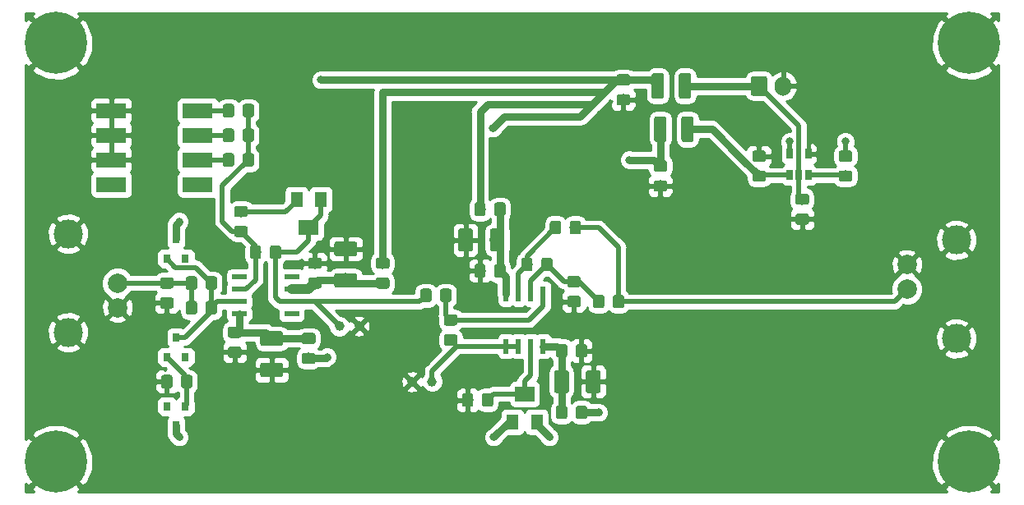
<source format=gbr>
G04 #@! TF.GenerationSoftware,KiCad,Pcbnew,(5.0.1)-4*
G04 #@! TF.CreationDate,2019-01-25T14:15:16+03:00*
G04 #@! TF.ProjectId,Lab Ampl,4C616220416D706C2E6B696361645F70,rev?*
G04 #@! TF.SameCoordinates,Original*
G04 #@! TF.FileFunction,Copper,L1,Top,Signal*
G04 #@! TF.FilePolarity,Positive*
%FSLAX46Y46*%
G04 Gerber Fmt 4.6, Leading zero omitted, Abs format (unit mm)*
G04 Created by KiCad (PCBNEW (5.0.1)-4) date 25/01/2019 14:15:16*
%MOMM*%
%LPD*%
G01*
G04 APERTURE LIST*
G04 #@! TA.AperFunction,ComponentPad*
%ADD10C,6.400000*%
G04 #@! TD*
G04 #@! TA.AperFunction,BGAPad,CuDef*
%ADD11C,1.000000*%
G04 #@! TD*
G04 #@! TA.AperFunction,SMDPad,CuDef*
%ADD12R,1.550000X0.600000*%
G04 #@! TD*
G04 #@! TA.AperFunction,Conductor*
%ADD13C,0.100000*%
G04 #@! TD*
G04 #@! TA.AperFunction,SMDPad,CuDef*
%ADD14C,1.150000*%
G04 #@! TD*
G04 #@! TA.AperFunction,SMDPad,CuDef*
%ADD15R,0.800000X0.900000*%
G04 #@! TD*
G04 #@! TA.AperFunction,ComponentPad*
%ADD16C,1.700000*%
G04 #@! TD*
G04 #@! TA.AperFunction,ComponentPad*
%ADD17O,1.700000X2.000000*%
G04 #@! TD*
G04 #@! TA.AperFunction,SMDPad,CuDef*
%ADD18C,1.250000*%
G04 #@! TD*
G04 #@! TA.AperFunction,SMDPad,CuDef*
%ADD19R,1.300000X1.600000*%
G04 #@! TD*
G04 #@! TA.AperFunction,SMDPad,CuDef*
%ADD20R,2.000000X1.600000*%
G04 #@! TD*
G04 #@! TA.AperFunction,SMDPad,CuDef*
%ADD21R,3.100000X1.600000*%
G04 #@! TD*
G04 #@! TA.AperFunction,SMDPad,CuDef*
%ADD22R,0.600000X1.550000*%
G04 #@! TD*
G04 #@! TA.AperFunction,SMDPad,CuDef*
%ADD23R,0.650000X1.060000*%
G04 #@! TD*
G04 #@! TA.AperFunction,SMDPad,CuDef*
%ADD24C,1.500000*%
G04 #@! TD*
G04 #@! TA.AperFunction,ComponentPad*
%ADD25C,3.000000*%
G04 #@! TD*
G04 #@! TA.AperFunction,ComponentPad*
%ADD26C,2.000000*%
G04 #@! TD*
G04 #@! TA.AperFunction,ViaPad*
%ADD27C,0.800000*%
G04 #@! TD*
G04 #@! TA.AperFunction,Conductor*
%ADD28C,0.500000*%
G04 #@! TD*
G04 #@! TA.AperFunction,Conductor*
%ADD29C,0.750000*%
G04 #@! TD*
G04 #@! TA.AperFunction,Conductor*
%ADD30C,1.000000*%
G04 #@! TD*
G04 #@! TA.AperFunction,Conductor*
%ADD31C,0.254000*%
G04 #@! TD*
G04 APERTURE END LIST*
D10*
G04 #@! TO.P,REF\002A\002A,1*
G04 #@! TO.N,GND*
X199390000Y-110490000D03*
G04 #@! TD*
G04 #@! TO.P,REF\002A\002A,1*
G04 #@! TO.N,GND*
X199390000Y-67310000D03*
G04 #@! TD*
G04 #@! TO.P,REF\002A\002A,1*
G04 #@! TO.N,GND*
X105410000Y-110490000D03*
G04 #@! TD*
D11*
G04 #@! TO.P,REF\002A\002A,1*
G04 #@! TO.N,GND*
X142087600Y-102260400D03*
G04 #@! TD*
D12*
G04 #@! TO.P,U1,1*
G04 #@! TO.N,N/C*
X124300000Y-91440000D03*
G04 #@! TO.P,U1,2*
G04 #@! TO.N,Net-(C4-Pad2)*
X124300000Y-92710000D03*
G04 #@! TO.P,U1,3*
G04 #@! TO.N,Net-(C1-Pad1)*
X124300000Y-93980000D03*
G04 #@! TO.P,U1,4*
G04 #@! TO.N,/U1V-*
X124300000Y-95250000D03*
G04 #@! TO.P,U1,5*
G04 #@! TO.N,N/C*
X129700000Y-95250000D03*
G04 #@! TO.P,U1,6*
G04 #@! TO.N,Net-(C4-Pad1)*
X129700000Y-93980000D03*
G04 #@! TO.P,U1,7*
G04 #@! TO.N,/U1V+*
X129700000Y-92710000D03*
G04 #@! TO.P,U1,8*
G04 #@! TO.N,N/C*
X129700000Y-91440000D03*
G04 #@! TD*
D13*
G04 #@! TO.N,Net-(C1-Pad1)*
G04 #@! TO.C,C1*
G36*
X121779505Y-93916204D02*
X121803773Y-93919804D01*
X121827572Y-93925765D01*
X121850671Y-93934030D01*
X121872850Y-93944520D01*
X121893893Y-93957132D01*
X121913599Y-93971747D01*
X121931777Y-93988223D01*
X121948253Y-94006401D01*
X121962868Y-94026107D01*
X121975480Y-94047150D01*
X121985970Y-94069329D01*
X121994235Y-94092428D01*
X122000196Y-94116227D01*
X122003796Y-94140495D01*
X122005000Y-94164999D01*
X122005000Y-95065001D01*
X122003796Y-95089505D01*
X122000196Y-95113773D01*
X121994235Y-95137572D01*
X121985970Y-95160671D01*
X121975480Y-95182850D01*
X121962868Y-95203893D01*
X121948253Y-95223599D01*
X121931777Y-95241777D01*
X121913599Y-95258253D01*
X121893893Y-95272868D01*
X121872850Y-95285480D01*
X121850671Y-95295970D01*
X121827572Y-95304235D01*
X121803773Y-95310196D01*
X121779505Y-95313796D01*
X121755001Y-95315000D01*
X121104999Y-95315000D01*
X121080495Y-95313796D01*
X121056227Y-95310196D01*
X121032428Y-95304235D01*
X121009329Y-95295970D01*
X120987150Y-95285480D01*
X120966107Y-95272868D01*
X120946401Y-95258253D01*
X120928223Y-95241777D01*
X120911747Y-95223599D01*
X120897132Y-95203893D01*
X120884520Y-95182850D01*
X120874030Y-95160671D01*
X120865765Y-95137572D01*
X120859804Y-95113773D01*
X120856204Y-95089505D01*
X120855000Y-95065001D01*
X120855000Y-94164999D01*
X120856204Y-94140495D01*
X120859804Y-94116227D01*
X120865765Y-94092428D01*
X120874030Y-94069329D01*
X120884520Y-94047150D01*
X120897132Y-94026107D01*
X120911747Y-94006401D01*
X120928223Y-93988223D01*
X120946401Y-93971747D01*
X120966107Y-93957132D01*
X120987150Y-93944520D01*
X121009329Y-93934030D01*
X121032428Y-93925765D01*
X121056227Y-93919804D01*
X121080495Y-93916204D01*
X121104999Y-93915000D01*
X121755001Y-93915000D01*
X121779505Y-93916204D01*
X121779505Y-93916204D01*
G37*
D14*
G04 #@! TD*
G04 #@! TO.P,C1,1*
G04 #@! TO.N,Net-(C1-Pad1)*
X121430000Y-94615000D03*
D13*
G04 #@! TO.N,Net-(C1-Pad2)*
G04 #@! TO.C,C1*
G36*
X119729505Y-93916204D02*
X119753773Y-93919804D01*
X119777572Y-93925765D01*
X119800671Y-93934030D01*
X119822850Y-93944520D01*
X119843893Y-93957132D01*
X119863599Y-93971747D01*
X119881777Y-93988223D01*
X119898253Y-94006401D01*
X119912868Y-94026107D01*
X119925480Y-94047150D01*
X119935970Y-94069329D01*
X119944235Y-94092428D01*
X119950196Y-94116227D01*
X119953796Y-94140495D01*
X119955000Y-94164999D01*
X119955000Y-95065001D01*
X119953796Y-95089505D01*
X119950196Y-95113773D01*
X119944235Y-95137572D01*
X119935970Y-95160671D01*
X119925480Y-95182850D01*
X119912868Y-95203893D01*
X119898253Y-95223599D01*
X119881777Y-95241777D01*
X119863599Y-95258253D01*
X119843893Y-95272868D01*
X119822850Y-95285480D01*
X119800671Y-95295970D01*
X119777572Y-95304235D01*
X119753773Y-95310196D01*
X119729505Y-95313796D01*
X119705001Y-95315000D01*
X119054999Y-95315000D01*
X119030495Y-95313796D01*
X119006227Y-95310196D01*
X118982428Y-95304235D01*
X118959329Y-95295970D01*
X118937150Y-95285480D01*
X118916107Y-95272868D01*
X118896401Y-95258253D01*
X118878223Y-95241777D01*
X118861747Y-95223599D01*
X118847132Y-95203893D01*
X118834520Y-95182850D01*
X118824030Y-95160671D01*
X118815765Y-95137572D01*
X118809804Y-95113773D01*
X118806204Y-95089505D01*
X118805000Y-95065001D01*
X118805000Y-94164999D01*
X118806204Y-94140495D01*
X118809804Y-94116227D01*
X118815765Y-94092428D01*
X118824030Y-94069329D01*
X118834520Y-94047150D01*
X118847132Y-94026107D01*
X118861747Y-94006401D01*
X118878223Y-93988223D01*
X118896401Y-93971747D01*
X118916107Y-93957132D01*
X118937150Y-93944520D01*
X118959329Y-93934030D01*
X118982428Y-93925765D01*
X119006227Y-93919804D01*
X119030495Y-93916204D01*
X119054999Y-93915000D01*
X119705001Y-93915000D01*
X119729505Y-93916204D01*
X119729505Y-93916204D01*
G37*
D14*
G04 #@! TD*
G04 #@! TO.P,C1,2*
G04 #@! TO.N,Net-(C1-Pad2)*
X119380000Y-94615000D03*
D13*
G04 #@! TO.N,/U1V-*
G04 #@! TO.C,C2*
G36*
X124299505Y-96581204D02*
X124323773Y-96584804D01*
X124347572Y-96590765D01*
X124370671Y-96599030D01*
X124392850Y-96609520D01*
X124413893Y-96622132D01*
X124433599Y-96636747D01*
X124451777Y-96653223D01*
X124468253Y-96671401D01*
X124482868Y-96691107D01*
X124495480Y-96712150D01*
X124505970Y-96734329D01*
X124514235Y-96757428D01*
X124520196Y-96781227D01*
X124523796Y-96805495D01*
X124525000Y-96829999D01*
X124525000Y-97480001D01*
X124523796Y-97504505D01*
X124520196Y-97528773D01*
X124514235Y-97552572D01*
X124505970Y-97575671D01*
X124495480Y-97597850D01*
X124482868Y-97618893D01*
X124468253Y-97638599D01*
X124451777Y-97656777D01*
X124433599Y-97673253D01*
X124413893Y-97687868D01*
X124392850Y-97700480D01*
X124370671Y-97710970D01*
X124347572Y-97719235D01*
X124323773Y-97725196D01*
X124299505Y-97728796D01*
X124275001Y-97730000D01*
X123374999Y-97730000D01*
X123350495Y-97728796D01*
X123326227Y-97725196D01*
X123302428Y-97719235D01*
X123279329Y-97710970D01*
X123257150Y-97700480D01*
X123236107Y-97687868D01*
X123216401Y-97673253D01*
X123198223Y-97656777D01*
X123181747Y-97638599D01*
X123167132Y-97618893D01*
X123154520Y-97597850D01*
X123144030Y-97575671D01*
X123135765Y-97552572D01*
X123129804Y-97528773D01*
X123126204Y-97504505D01*
X123125000Y-97480001D01*
X123125000Y-96829999D01*
X123126204Y-96805495D01*
X123129804Y-96781227D01*
X123135765Y-96757428D01*
X123144030Y-96734329D01*
X123154520Y-96712150D01*
X123167132Y-96691107D01*
X123181747Y-96671401D01*
X123198223Y-96653223D01*
X123216401Y-96636747D01*
X123236107Y-96622132D01*
X123257150Y-96609520D01*
X123279329Y-96599030D01*
X123302428Y-96590765D01*
X123326227Y-96584804D01*
X123350495Y-96581204D01*
X123374999Y-96580000D01*
X124275001Y-96580000D01*
X124299505Y-96581204D01*
X124299505Y-96581204D01*
G37*
D14*
G04 #@! TD*
G04 #@! TO.P,C2,2*
G04 #@! TO.N,/U1V-*
X123825000Y-97155000D03*
D13*
G04 #@! TO.N,GND*
G04 #@! TO.C,C2*
G36*
X124299505Y-98631204D02*
X124323773Y-98634804D01*
X124347572Y-98640765D01*
X124370671Y-98649030D01*
X124392850Y-98659520D01*
X124413893Y-98672132D01*
X124433599Y-98686747D01*
X124451777Y-98703223D01*
X124468253Y-98721401D01*
X124482868Y-98741107D01*
X124495480Y-98762150D01*
X124505970Y-98784329D01*
X124514235Y-98807428D01*
X124520196Y-98831227D01*
X124523796Y-98855495D01*
X124525000Y-98879999D01*
X124525000Y-99530001D01*
X124523796Y-99554505D01*
X124520196Y-99578773D01*
X124514235Y-99602572D01*
X124505970Y-99625671D01*
X124495480Y-99647850D01*
X124482868Y-99668893D01*
X124468253Y-99688599D01*
X124451777Y-99706777D01*
X124433599Y-99723253D01*
X124413893Y-99737868D01*
X124392850Y-99750480D01*
X124370671Y-99760970D01*
X124347572Y-99769235D01*
X124323773Y-99775196D01*
X124299505Y-99778796D01*
X124275001Y-99780000D01*
X123374999Y-99780000D01*
X123350495Y-99778796D01*
X123326227Y-99775196D01*
X123302428Y-99769235D01*
X123279329Y-99760970D01*
X123257150Y-99750480D01*
X123236107Y-99737868D01*
X123216401Y-99723253D01*
X123198223Y-99706777D01*
X123181747Y-99688599D01*
X123167132Y-99668893D01*
X123154520Y-99647850D01*
X123144030Y-99625671D01*
X123135765Y-99602572D01*
X123129804Y-99578773D01*
X123126204Y-99554505D01*
X123125000Y-99530001D01*
X123125000Y-98879999D01*
X123126204Y-98855495D01*
X123129804Y-98831227D01*
X123135765Y-98807428D01*
X123144030Y-98784329D01*
X123154520Y-98762150D01*
X123167132Y-98741107D01*
X123181747Y-98721401D01*
X123198223Y-98703223D01*
X123216401Y-98686747D01*
X123236107Y-98672132D01*
X123257150Y-98659520D01*
X123279329Y-98649030D01*
X123302428Y-98640765D01*
X123326227Y-98634804D01*
X123350495Y-98631204D01*
X123374999Y-98630000D01*
X124275001Y-98630000D01*
X124299505Y-98631204D01*
X124299505Y-98631204D01*
G37*
D14*
G04 #@! TD*
G04 #@! TO.P,C2,1*
G04 #@! TO.N,GND*
X123825000Y-99205000D03*
D13*
G04 #@! TO.N,Net-(C4-Pad1)*
G04 #@! TO.C,C4*
G36*
X128374505Y-88201204D02*
X128398773Y-88204804D01*
X128422572Y-88210765D01*
X128445671Y-88219030D01*
X128467850Y-88229520D01*
X128488893Y-88242132D01*
X128508599Y-88256747D01*
X128526777Y-88273223D01*
X128543253Y-88291401D01*
X128557868Y-88311107D01*
X128570480Y-88332150D01*
X128580970Y-88354329D01*
X128589235Y-88377428D01*
X128595196Y-88401227D01*
X128598796Y-88425495D01*
X128600000Y-88449999D01*
X128600000Y-89350001D01*
X128598796Y-89374505D01*
X128595196Y-89398773D01*
X128589235Y-89422572D01*
X128580970Y-89445671D01*
X128570480Y-89467850D01*
X128557868Y-89488893D01*
X128543253Y-89508599D01*
X128526777Y-89526777D01*
X128508599Y-89543253D01*
X128488893Y-89557868D01*
X128467850Y-89570480D01*
X128445671Y-89580970D01*
X128422572Y-89589235D01*
X128398773Y-89595196D01*
X128374505Y-89598796D01*
X128350001Y-89600000D01*
X127699999Y-89600000D01*
X127675495Y-89598796D01*
X127651227Y-89595196D01*
X127627428Y-89589235D01*
X127604329Y-89580970D01*
X127582150Y-89570480D01*
X127561107Y-89557868D01*
X127541401Y-89543253D01*
X127523223Y-89526777D01*
X127506747Y-89508599D01*
X127492132Y-89488893D01*
X127479520Y-89467850D01*
X127469030Y-89445671D01*
X127460765Y-89422572D01*
X127454804Y-89398773D01*
X127451204Y-89374505D01*
X127450000Y-89350001D01*
X127450000Y-88449999D01*
X127451204Y-88425495D01*
X127454804Y-88401227D01*
X127460765Y-88377428D01*
X127469030Y-88354329D01*
X127479520Y-88332150D01*
X127492132Y-88311107D01*
X127506747Y-88291401D01*
X127523223Y-88273223D01*
X127541401Y-88256747D01*
X127561107Y-88242132D01*
X127582150Y-88229520D01*
X127604329Y-88219030D01*
X127627428Y-88210765D01*
X127651227Y-88204804D01*
X127675495Y-88201204D01*
X127699999Y-88200000D01*
X128350001Y-88200000D01*
X128374505Y-88201204D01*
X128374505Y-88201204D01*
G37*
D14*
G04 #@! TD*
G04 #@! TO.P,C4,1*
G04 #@! TO.N,Net-(C4-Pad1)*
X128025000Y-88900000D03*
D13*
G04 #@! TO.N,Net-(C4-Pad2)*
G04 #@! TO.C,C4*
G36*
X126324505Y-88201204D02*
X126348773Y-88204804D01*
X126372572Y-88210765D01*
X126395671Y-88219030D01*
X126417850Y-88229520D01*
X126438893Y-88242132D01*
X126458599Y-88256747D01*
X126476777Y-88273223D01*
X126493253Y-88291401D01*
X126507868Y-88311107D01*
X126520480Y-88332150D01*
X126530970Y-88354329D01*
X126539235Y-88377428D01*
X126545196Y-88401227D01*
X126548796Y-88425495D01*
X126550000Y-88449999D01*
X126550000Y-89350001D01*
X126548796Y-89374505D01*
X126545196Y-89398773D01*
X126539235Y-89422572D01*
X126530970Y-89445671D01*
X126520480Y-89467850D01*
X126507868Y-89488893D01*
X126493253Y-89508599D01*
X126476777Y-89526777D01*
X126458599Y-89543253D01*
X126438893Y-89557868D01*
X126417850Y-89570480D01*
X126395671Y-89580970D01*
X126372572Y-89589235D01*
X126348773Y-89595196D01*
X126324505Y-89598796D01*
X126300001Y-89600000D01*
X125649999Y-89600000D01*
X125625495Y-89598796D01*
X125601227Y-89595196D01*
X125577428Y-89589235D01*
X125554329Y-89580970D01*
X125532150Y-89570480D01*
X125511107Y-89557868D01*
X125491401Y-89543253D01*
X125473223Y-89526777D01*
X125456747Y-89508599D01*
X125442132Y-89488893D01*
X125429520Y-89467850D01*
X125419030Y-89445671D01*
X125410765Y-89422572D01*
X125404804Y-89398773D01*
X125401204Y-89374505D01*
X125400000Y-89350001D01*
X125400000Y-88449999D01*
X125401204Y-88425495D01*
X125404804Y-88401227D01*
X125410765Y-88377428D01*
X125419030Y-88354329D01*
X125429520Y-88332150D01*
X125442132Y-88311107D01*
X125456747Y-88291401D01*
X125473223Y-88273223D01*
X125491401Y-88256747D01*
X125511107Y-88242132D01*
X125532150Y-88229520D01*
X125554329Y-88219030D01*
X125577428Y-88210765D01*
X125601227Y-88204804D01*
X125625495Y-88201204D01*
X125649999Y-88200000D01*
X126300001Y-88200000D01*
X126324505Y-88201204D01*
X126324505Y-88201204D01*
G37*
D14*
G04 #@! TD*
G04 #@! TO.P,C4,2*
G04 #@! TO.N,Net-(C4-Pad2)*
X125975000Y-88900000D03*
D13*
G04 #@! TO.N,/U1V+*
G04 #@! TO.C,C6*
G36*
X132554505Y-91501204D02*
X132578773Y-91504804D01*
X132602572Y-91510765D01*
X132625671Y-91519030D01*
X132647850Y-91529520D01*
X132668893Y-91542132D01*
X132688599Y-91556747D01*
X132706777Y-91573223D01*
X132723253Y-91591401D01*
X132737868Y-91611107D01*
X132750480Y-91632150D01*
X132760970Y-91654329D01*
X132769235Y-91677428D01*
X132775196Y-91701227D01*
X132778796Y-91725495D01*
X132780000Y-91749999D01*
X132780000Y-92400001D01*
X132778796Y-92424505D01*
X132775196Y-92448773D01*
X132769235Y-92472572D01*
X132760970Y-92495671D01*
X132750480Y-92517850D01*
X132737868Y-92538893D01*
X132723253Y-92558599D01*
X132706777Y-92576777D01*
X132688599Y-92593253D01*
X132668893Y-92607868D01*
X132647850Y-92620480D01*
X132625671Y-92630970D01*
X132602572Y-92639235D01*
X132578773Y-92645196D01*
X132554505Y-92648796D01*
X132530001Y-92650000D01*
X131629999Y-92650000D01*
X131605495Y-92648796D01*
X131581227Y-92645196D01*
X131557428Y-92639235D01*
X131534329Y-92630970D01*
X131512150Y-92620480D01*
X131491107Y-92607868D01*
X131471401Y-92593253D01*
X131453223Y-92576777D01*
X131436747Y-92558599D01*
X131422132Y-92538893D01*
X131409520Y-92517850D01*
X131399030Y-92495671D01*
X131390765Y-92472572D01*
X131384804Y-92448773D01*
X131381204Y-92424505D01*
X131380000Y-92400001D01*
X131380000Y-91749999D01*
X131381204Y-91725495D01*
X131384804Y-91701227D01*
X131390765Y-91677428D01*
X131399030Y-91654329D01*
X131409520Y-91632150D01*
X131422132Y-91611107D01*
X131436747Y-91591401D01*
X131453223Y-91573223D01*
X131471401Y-91556747D01*
X131491107Y-91542132D01*
X131512150Y-91529520D01*
X131534329Y-91519030D01*
X131557428Y-91510765D01*
X131581227Y-91504804D01*
X131605495Y-91501204D01*
X131629999Y-91500000D01*
X132530001Y-91500000D01*
X132554505Y-91501204D01*
X132554505Y-91501204D01*
G37*
D14*
G04 #@! TD*
G04 #@! TO.P,C6,1*
G04 #@! TO.N,/U1V+*
X132080000Y-92075000D03*
D13*
G04 #@! TO.N,GND*
G04 #@! TO.C,C6*
G36*
X132554505Y-89451204D02*
X132578773Y-89454804D01*
X132602572Y-89460765D01*
X132625671Y-89469030D01*
X132647850Y-89479520D01*
X132668893Y-89492132D01*
X132688599Y-89506747D01*
X132706777Y-89523223D01*
X132723253Y-89541401D01*
X132737868Y-89561107D01*
X132750480Y-89582150D01*
X132760970Y-89604329D01*
X132769235Y-89627428D01*
X132775196Y-89651227D01*
X132778796Y-89675495D01*
X132780000Y-89699999D01*
X132780000Y-90350001D01*
X132778796Y-90374505D01*
X132775196Y-90398773D01*
X132769235Y-90422572D01*
X132760970Y-90445671D01*
X132750480Y-90467850D01*
X132737868Y-90488893D01*
X132723253Y-90508599D01*
X132706777Y-90526777D01*
X132688599Y-90543253D01*
X132668893Y-90557868D01*
X132647850Y-90570480D01*
X132625671Y-90580970D01*
X132602572Y-90589235D01*
X132578773Y-90595196D01*
X132554505Y-90598796D01*
X132530001Y-90600000D01*
X131629999Y-90600000D01*
X131605495Y-90598796D01*
X131581227Y-90595196D01*
X131557428Y-90589235D01*
X131534329Y-90580970D01*
X131512150Y-90570480D01*
X131491107Y-90557868D01*
X131471401Y-90543253D01*
X131453223Y-90526777D01*
X131436747Y-90508599D01*
X131422132Y-90488893D01*
X131409520Y-90467850D01*
X131399030Y-90445671D01*
X131390765Y-90422572D01*
X131384804Y-90398773D01*
X131381204Y-90374505D01*
X131380000Y-90350001D01*
X131380000Y-89699999D01*
X131381204Y-89675495D01*
X131384804Y-89651227D01*
X131390765Y-89627428D01*
X131399030Y-89604329D01*
X131409520Y-89582150D01*
X131422132Y-89561107D01*
X131436747Y-89541401D01*
X131453223Y-89523223D01*
X131471401Y-89506747D01*
X131491107Y-89492132D01*
X131512150Y-89479520D01*
X131534329Y-89469030D01*
X131557428Y-89460765D01*
X131581227Y-89454804D01*
X131605495Y-89451204D01*
X131629999Y-89450000D01*
X132530001Y-89450000D01*
X132554505Y-89451204D01*
X132554505Y-89451204D01*
G37*
D14*
G04 #@! TD*
G04 #@! TO.P,C6,2*
G04 #@! TO.N,GND*
X132080000Y-90025000D03*
D13*
G04 #@! TO.N,GND*
G04 #@! TO.C,C7*
G36*
X148159505Y-103441204D02*
X148183773Y-103444804D01*
X148207572Y-103450765D01*
X148230671Y-103459030D01*
X148252850Y-103469520D01*
X148273893Y-103482132D01*
X148293599Y-103496747D01*
X148311777Y-103513223D01*
X148328253Y-103531401D01*
X148342868Y-103551107D01*
X148355480Y-103572150D01*
X148365970Y-103594329D01*
X148374235Y-103617428D01*
X148380196Y-103641227D01*
X148383796Y-103665495D01*
X148385000Y-103689999D01*
X148385000Y-104590001D01*
X148383796Y-104614505D01*
X148380196Y-104638773D01*
X148374235Y-104662572D01*
X148365970Y-104685671D01*
X148355480Y-104707850D01*
X148342868Y-104728893D01*
X148328253Y-104748599D01*
X148311777Y-104766777D01*
X148293599Y-104783253D01*
X148273893Y-104797868D01*
X148252850Y-104810480D01*
X148230671Y-104820970D01*
X148207572Y-104829235D01*
X148183773Y-104835196D01*
X148159505Y-104838796D01*
X148135001Y-104840000D01*
X147484999Y-104840000D01*
X147460495Y-104838796D01*
X147436227Y-104835196D01*
X147412428Y-104829235D01*
X147389329Y-104820970D01*
X147367150Y-104810480D01*
X147346107Y-104797868D01*
X147326401Y-104783253D01*
X147308223Y-104766777D01*
X147291747Y-104748599D01*
X147277132Y-104728893D01*
X147264520Y-104707850D01*
X147254030Y-104685671D01*
X147245765Y-104662572D01*
X147239804Y-104638773D01*
X147236204Y-104614505D01*
X147235000Y-104590001D01*
X147235000Y-103689999D01*
X147236204Y-103665495D01*
X147239804Y-103641227D01*
X147245765Y-103617428D01*
X147254030Y-103594329D01*
X147264520Y-103572150D01*
X147277132Y-103551107D01*
X147291747Y-103531401D01*
X147308223Y-103513223D01*
X147326401Y-103496747D01*
X147346107Y-103482132D01*
X147367150Y-103469520D01*
X147389329Y-103459030D01*
X147412428Y-103450765D01*
X147436227Y-103444804D01*
X147460495Y-103441204D01*
X147484999Y-103440000D01*
X148135001Y-103440000D01*
X148159505Y-103441204D01*
X148159505Y-103441204D01*
G37*
D14*
G04 #@! TD*
G04 #@! TO.P,C7,2*
G04 #@! TO.N,GND*
X147810000Y-104140000D03*
D13*
G04 #@! TO.N,Net-(C7-Pad1)*
G04 #@! TO.C,C7*
G36*
X150209505Y-103441204D02*
X150233773Y-103444804D01*
X150257572Y-103450765D01*
X150280671Y-103459030D01*
X150302850Y-103469520D01*
X150323893Y-103482132D01*
X150343599Y-103496747D01*
X150361777Y-103513223D01*
X150378253Y-103531401D01*
X150392868Y-103551107D01*
X150405480Y-103572150D01*
X150415970Y-103594329D01*
X150424235Y-103617428D01*
X150430196Y-103641227D01*
X150433796Y-103665495D01*
X150435000Y-103689999D01*
X150435000Y-104590001D01*
X150433796Y-104614505D01*
X150430196Y-104638773D01*
X150424235Y-104662572D01*
X150415970Y-104685671D01*
X150405480Y-104707850D01*
X150392868Y-104728893D01*
X150378253Y-104748599D01*
X150361777Y-104766777D01*
X150343599Y-104783253D01*
X150323893Y-104797868D01*
X150302850Y-104810480D01*
X150280671Y-104820970D01*
X150257572Y-104829235D01*
X150233773Y-104835196D01*
X150209505Y-104838796D01*
X150185001Y-104840000D01*
X149534999Y-104840000D01*
X149510495Y-104838796D01*
X149486227Y-104835196D01*
X149462428Y-104829235D01*
X149439329Y-104820970D01*
X149417150Y-104810480D01*
X149396107Y-104797868D01*
X149376401Y-104783253D01*
X149358223Y-104766777D01*
X149341747Y-104748599D01*
X149327132Y-104728893D01*
X149314520Y-104707850D01*
X149304030Y-104685671D01*
X149295765Y-104662572D01*
X149289804Y-104638773D01*
X149286204Y-104614505D01*
X149285000Y-104590001D01*
X149285000Y-103689999D01*
X149286204Y-103665495D01*
X149289804Y-103641227D01*
X149295765Y-103617428D01*
X149304030Y-103594329D01*
X149314520Y-103572150D01*
X149327132Y-103551107D01*
X149341747Y-103531401D01*
X149358223Y-103513223D01*
X149376401Y-103496747D01*
X149396107Y-103482132D01*
X149417150Y-103469520D01*
X149439329Y-103459030D01*
X149462428Y-103450765D01*
X149486227Y-103444804D01*
X149510495Y-103441204D01*
X149534999Y-103440000D01*
X150185001Y-103440000D01*
X150209505Y-103441204D01*
X150209505Y-103441204D01*
G37*
D14*
G04 #@! TD*
G04 #@! TO.P,C7,1*
G04 #@! TO.N,Net-(C7-Pad1)*
X149860000Y-104140000D03*
D13*
G04 #@! TO.N,Net-(C8-Pad2)*
G04 #@! TO.C,C8*
G36*
X156314505Y-89471204D02*
X156338773Y-89474804D01*
X156362572Y-89480765D01*
X156385671Y-89489030D01*
X156407850Y-89499520D01*
X156428893Y-89512132D01*
X156448599Y-89526747D01*
X156466777Y-89543223D01*
X156483253Y-89561401D01*
X156497868Y-89581107D01*
X156510480Y-89602150D01*
X156520970Y-89624329D01*
X156529235Y-89647428D01*
X156535196Y-89671227D01*
X156538796Y-89695495D01*
X156540000Y-89719999D01*
X156540000Y-90620001D01*
X156538796Y-90644505D01*
X156535196Y-90668773D01*
X156529235Y-90692572D01*
X156520970Y-90715671D01*
X156510480Y-90737850D01*
X156497868Y-90758893D01*
X156483253Y-90778599D01*
X156466777Y-90796777D01*
X156448599Y-90813253D01*
X156428893Y-90827868D01*
X156407850Y-90840480D01*
X156385671Y-90850970D01*
X156362572Y-90859235D01*
X156338773Y-90865196D01*
X156314505Y-90868796D01*
X156290001Y-90870000D01*
X155639999Y-90870000D01*
X155615495Y-90868796D01*
X155591227Y-90865196D01*
X155567428Y-90859235D01*
X155544329Y-90850970D01*
X155522150Y-90840480D01*
X155501107Y-90827868D01*
X155481401Y-90813253D01*
X155463223Y-90796777D01*
X155446747Y-90778599D01*
X155432132Y-90758893D01*
X155419520Y-90737850D01*
X155409030Y-90715671D01*
X155400765Y-90692572D01*
X155394804Y-90668773D01*
X155391204Y-90644505D01*
X155390000Y-90620001D01*
X155390000Y-89719999D01*
X155391204Y-89695495D01*
X155394804Y-89671227D01*
X155400765Y-89647428D01*
X155409030Y-89624329D01*
X155419520Y-89602150D01*
X155432132Y-89581107D01*
X155446747Y-89561401D01*
X155463223Y-89543223D01*
X155481401Y-89526747D01*
X155501107Y-89512132D01*
X155522150Y-89499520D01*
X155544329Y-89489030D01*
X155567428Y-89480765D01*
X155591227Y-89474804D01*
X155615495Y-89471204D01*
X155639999Y-89470000D01*
X156290001Y-89470000D01*
X156314505Y-89471204D01*
X156314505Y-89471204D01*
G37*
D14*
G04 #@! TD*
G04 #@! TO.P,C8,2*
G04 #@! TO.N,Net-(C8-Pad2)*
X155965000Y-90170000D03*
D13*
G04 #@! TO.N,Net-(C8-Pad1)*
G04 #@! TO.C,C8*
G36*
X154264505Y-89471204D02*
X154288773Y-89474804D01*
X154312572Y-89480765D01*
X154335671Y-89489030D01*
X154357850Y-89499520D01*
X154378893Y-89512132D01*
X154398599Y-89526747D01*
X154416777Y-89543223D01*
X154433253Y-89561401D01*
X154447868Y-89581107D01*
X154460480Y-89602150D01*
X154470970Y-89624329D01*
X154479235Y-89647428D01*
X154485196Y-89671227D01*
X154488796Y-89695495D01*
X154490000Y-89719999D01*
X154490000Y-90620001D01*
X154488796Y-90644505D01*
X154485196Y-90668773D01*
X154479235Y-90692572D01*
X154470970Y-90715671D01*
X154460480Y-90737850D01*
X154447868Y-90758893D01*
X154433253Y-90778599D01*
X154416777Y-90796777D01*
X154398599Y-90813253D01*
X154378893Y-90827868D01*
X154357850Y-90840480D01*
X154335671Y-90850970D01*
X154312572Y-90859235D01*
X154288773Y-90865196D01*
X154264505Y-90868796D01*
X154240001Y-90870000D01*
X153589999Y-90870000D01*
X153565495Y-90868796D01*
X153541227Y-90865196D01*
X153517428Y-90859235D01*
X153494329Y-90850970D01*
X153472150Y-90840480D01*
X153451107Y-90827868D01*
X153431401Y-90813253D01*
X153413223Y-90796777D01*
X153396747Y-90778599D01*
X153382132Y-90758893D01*
X153369520Y-90737850D01*
X153359030Y-90715671D01*
X153350765Y-90692572D01*
X153344804Y-90668773D01*
X153341204Y-90644505D01*
X153340000Y-90620001D01*
X153340000Y-89719999D01*
X153341204Y-89695495D01*
X153344804Y-89671227D01*
X153350765Y-89647428D01*
X153359030Y-89624329D01*
X153369520Y-89602150D01*
X153382132Y-89581107D01*
X153396747Y-89561401D01*
X153413223Y-89543223D01*
X153431401Y-89526747D01*
X153451107Y-89512132D01*
X153472150Y-89499520D01*
X153494329Y-89489030D01*
X153517428Y-89480765D01*
X153541227Y-89474804D01*
X153565495Y-89471204D01*
X153589999Y-89470000D01*
X154240001Y-89470000D01*
X154264505Y-89471204D01*
X154264505Y-89471204D01*
G37*
D14*
G04 #@! TD*
G04 #@! TO.P,C8,1*
G04 #@! TO.N,Net-(C8-Pad1)*
X153915000Y-90170000D03*
D13*
G04 #@! TO.N,GND*
G04 #@! TO.C,C9*
G36*
X159879505Y-98361204D02*
X159903773Y-98364804D01*
X159927572Y-98370765D01*
X159950671Y-98379030D01*
X159972850Y-98389520D01*
X159993893Y-98402132D01*
X160013599Y-98416747D01*
X160031777Y-98433223D01*
X160048253Y-98451401D01*
X160062868Y-98471107D01*
X160075480Y-98492150D01*
X160085970Y-98514329D01*
X160094235Y-98537428D01*
X160100196Y-98561227D01*
X160103796Y-98585495D01*
X160105000Y-98609999D01*
X160105000Y-99510001D01*
X160103796Y-99534505D01*
X160100196Y-99558773D01*
X160094235Y-99582572D01*
X160085970Y-99605671D01*
X160075480Y-99627850D01*
X160062868Y-99648893D01*
X160048253Y-99668599D01*
X160031777Y-99686777D01*
X160013599Y-99703253D01*
X159993893Y-99717868D01*
X159972850Y-99730480D01*
X159950671Y-99740970D01*
X159927572Y-99749235D01*
X159903773Y-99755196D01*
X159879505Y-99758796D01*
X159855001Y-99760000D01*
X159204999Y-99760000D01*
X159180495Y-99758796D01*
X159156227Y-99755196D01*
X159132428Y-99749235D01*
X159109329Y-99740970D01*
X159087150Y-99730480D01*
X159066107Y-99717868D01*
X159046401Y-99703253D01*
X159028223Y-99686777D01*
X159011747Y-99668599D01*
X158997132Y-99648893D01*
X158984520Y-99627850D01*
X158974030Y-99605671D01*
X158965765Y-99582572D01*
X158959804Y-99558773D01*
X158956204Y-99534505D01*
X158955000Y-99510001D01*
X158955000Y-98609999D01*
X158956204Y-98585495D01*
X158959804Y-98561227D01*
X158965765Y-98537428D01*
X158974030Y-98514329D01*
X158984520Y-98492150D01*
X158997132Y-98471107D01*
X159011747Y-98451401D01*
X159028223Y-98433223D01*
X159046401Y-98416747D01*
X159066107Y-98402132D01*
X159087150Y-98389520D01*
X159109329Y-98379030D01*
X159132428Y-98370765D01*
X159156227Y-98364804D01*
X159180495Y-98361204D01*
X159204999Y-98360000D01*
X159855001Y-98360000D01*
X159879505Y-98361204D01*
X159879505Y-98361204D01*
G37*
D14*
G04 #@! TD*
G04 #@! TO.P,C9,1*
G04 #@! TO.N,GND*
X159530000Y-99060000D03*
D13*
G04 #@! TO.N,Net-(C10-Pad2)*
G04 #@! TO.C,C9*
G36*
X157829505Y-98361204D02*
X157853773Y-98364804D01*
X157877572Y-98370765D01*
X157900671Y-98379030D01*
X157922850Y-98389520D01*
X157943893Y-98402132D01*
X157963599Y-98416747D01*
X157981777Y-98433223D01*
X157998253Y-98451401D01*
X158012868Y-98471107D01*
X158025480Y-98492150D01*
X158035970Y-98514329D01*
X158044235Y-98537428D01*
X158050196Y-98561227D01*
X158053796Y-98585495D01*
X158055000Y-98609999D01*
X158055000Y-99510001D01*
X158053796Y-99534505D01*
X158050196Y-99558773D01*
X158044235Y-99582572D01*
X158035970Y-99605671D01*
X158025480Y-99627850D01*
X158012868Y-99648893D01*
X157998253Y-99668599D01*
X157981777Y-99686777D01*
X157963599Y-99703253D01*
X157943893Y-99717868D01*
X157922850Y-99730480D01*
X157900671Y-99740970D01*
X157877572Y-99749235D01*
X157853773Y-99755196D01*
X157829505Y-99758796D01*
X157805001Y-99760000D01*
X157154999Y-99760000D01*
X157130495Y-99758796D01*
X157106227Y-99755196D01*
X157082428Y-99749235D01*
X157059329Y-99740970D01*
X157037150Y-99730480D01*
X157016107Y-99717868D01*
X156996401Y-99703253D01*
X156978223Y-99686777D01*
X156961747Y-99668599D01*
X156947132Y-99648893D01*
X156934520Y-99627850D01*
X156924030Y-99605671D01*
X156915765Y-99582572D01*
X156909804Y-99558773D01*
X156906204Y-99534505D01*
X156905000Y-99510001D01*
X156905000Y-98609999D01*
X156906204Y-98585495D01*
X156909804Y-98561227D01*
X156915765Y-98537428D01*
X156924030Y-98514329D01*
X156934520Y-98492150D01*
X156947132Y-98471107D01*
X156961747Y-98451401D01*
X156978223Y-98433223D01*
X156996401Y-98416747D01*
X157016107Y-98402132D01*
X157037150Y-98389520D01*
X157059329Y-98379030D01*
X157082428Y-98370765D01*
X157106227Y-98364804D01*
X157130495Y-98361204D01*
X157154999Y-98360000D01*
X157805001Y-98360000D01*
X157829505Y-98361204D01*
X157829505Y-98361204D01*
G37*
D14*
G04 #@! TD*
G04 #@! TO.P,C9,2*
G04 #@! TO.N,Net-(C10-Pad2)*
X157480000Y-99060000D03*
D13*
G04 #@! TO.N,Net-(C11-Pad1)*
G04 #@! TO.C,C12*
G36*
X151479505Y-90106204D02*
X151503773Y-90109804D01*
X151527572Y-90115765D01*
X151550671Y-90124030D01*
X151572850Y-90134520D01*
X151593893Y-90147132D01*
X151613599Y-90161747D01*
X151631777Y-90178223D01*
X151648253Y-90196401D01*
X151662868Y-90216107D01*
X151675480Y-90237150D01*
X151685970Y-90259329D01*
X151694235Y-90282428D01*
X151700196Y-90306227D01*
X151703796Y-90330495D01*
X151705000Y-90354999D01*
X151705000Y-91255001D01*
X151703796Y-91279505D01*
X151700196Y-91303773D01*
X151694235Y-91327572D01*
X151685970Y-91350671D01*
X151675480Y-91372850D01*
X151662868Y-91393893D01*
X151648253Y-91413599D01*
X151631777Y-91431777D01*
X151613599Y-91448253D01*
X151593893Y-91462868D01*
X151572850Y-91475480D01*
X151550671Y-91485970D01*
X151527572Y-91494235D01*
X151503773Y-91500196D01*
X151479505Y-91503796D01*
X151455001Y-91505000D01*
X150804999Y-91505000D01*
X150780495Y-91503796D01*
X150756227Y-91500196D01*
X150732428Y-91494235D01*
X150709329Y-91485970D01*
X150687150Y-91475480D01*
X150666107Y-91462868D01*
X150646401Y-91448253D01*
X150628223Y-91431777D01*
X150611747Y-91413599D01*
X150597132Y-91393893D01*
X150584520Y-91372850D01*
X150574030Y-91350671D01*
X150565765Y-91327572D01*
X150559804Y-91303773D01*
X150556204Y-91279505D01*
X150555000Y-91255001D01*
X150555000Y-90354999D01*
X150556204Y-90330495D01*
X150559804Y-90306227D01*
X150565765Y-90282428D01*
X150574030Y-90259329D01*
X150584520Y-90237150D01*
X150597132Y-90216107D01*
X150611747Y-90196401D01*
X150628223Y-90178223D01*
X150646401Y-90161747D01*
X150666107Y-90147132D01*
X150687150Y-90134520D01*
X150709329Y-90124030D01*
X150732428Y-90115765D01*
X150756227Y-90109804D01*
X150780495Y-90106204D01*
X150804999Y-90105000D01*
X151455001Y-90105000D01*
X151479505Y-90106204D01*
X151479505Y-90106204D01*
G37*
D14*
G04 #@! TD*
G04 #@! TO.P,C12,1*
G04 #@! TO.N,Net-(C11-Pad1)*
X151130000Y-90805000D03*
D13*
G04 #@! TO.N,GND*
G04 #@! TO.C,C12*
G36*
X149429505Y-90106204D02*
X149453773Y-90109804D01*
X149477572Y-90115765D01*
X149500671Y-90124030D01*
X149522850Y-90134520D01*
X149543893Y-90147132D01*
X149563599Y-90161747D01*
X149581777Y-90178223D01*
X149598253Y-90196401D01*
X149612868Y-90216107D01*
X149625480Y-90237150D01*
X149635970Y-90259329D01*
X149644235Y-90282428D01*
X149650196Y-90306227D01*
X149653796Y-90330495D01*
X149655000Y-90354999D01*
X149655000Y-91255001D01*
X149653796Y-91279505D01*
X149650196Y-91303773D01*
X149644235Y-91327572D01*
X149635970Y-91350671D01*
X149625480Y-91372850D01*
X149612868Y-91393893D01*
X149598253Y-91413599D01*
X149581777Y-91431777D01*
X149563599Y-91448253D01*
X149543893Y-91462868D01*
X149522850Y-91475480D01*
X149500671Y-91485970D01*
X149477572Y-91494235D01*
X149453773Y-91500196D01*
X149429505Y-91503796D01*
X149405001Y-91505000D01*
X148754999Y-91505000D01*
X148730495Y-91503796D01*
X148706227Y-91500196D01*
X148682428Y-91494235D01*
X148659329Y-91485970D01*
X148637150Y-91475480D01*
X148616107Y-91462868D01*
X148596401Y-91448253D01*
X148578223Y-91431777D01*
X148561747Y-91413599D01*
X148547132Y-91393893D01*
X148534520Y-91372850D01*
X148524030Y-91350671D01*
X148515765Y-91327572D01*
X148509804Y-91303773D01*
X148506204Y-91279505D01*
X148505000Y-91255001D01*
X148505000Y-90354999D01*
X148506204Y-90330495D01*
X148509804Y-90306227D01*
X148515765Y-90282428D01*
X148524030Y-90259329D01*
X148534520Y-90237150D01*
X148547132Y-90216107D01*
X148561747Y-90196401D01*
X148578223Y-90178223D01*
X148596401Y-90161747D01*
X148616107Y-90147132D01*
X148637150Y-90134520D01*
X148659329Y-90124030D01*
X148682428Y-90115765D01*
X148706227Y-90109804D01*
X148730495Y-90106204D01*
X148754999Y-90105000D01*
X149405001Y-90105000D01*
X149429505Y-90106204D01*
X149429505Y-90106204D01*
G37*
D14*
G04 #@! TD*
G04 #@! TO.P,C12,2*
G04 #@! TO.N,GND*
X149080000Y-90805000D03*
D13*
G04 #@! TO.N,+5V*
G04 #@! TO.C,C13*
G36*
X182719505Y-82856204D02*
X182743773Y-82859804D01*
X182767572Y-82865765D01*
X182790671Y-82874030D01*
X182812850Y-82884520D01*
X182833893Y-82897132D01*
X182853599Y-82911747D01*
X182871777Y-82928223D01*
X182888253Y-82946401D01*
X182902868Y-82966107D01*
X182915480Y-82987150D01*
X182925970Y-83009329D01*
X182934235Y-83032428D01*
X182940196Y-83056227D01*
X182943796Y-83080495D01*
X182945000Y-83104999D01*
X182945000Y-83755001D01*
X182943796Y-83779505D01*
X182940196Y-83803773D01*
X182934235Y-83827572D01*
X182925970Y-83850671D01*
X182915480Y-83872850D01*
X182902868Y-83893893D01*
X182888253Y-83913599D01*
X182871777Y-83931777D01*
X182853599Y-83948253D01*
X182833893Y-83962868D01*
X182812850Y-83975480D01*
X182790671Y-83985970D01*
X182767572Y-83994235D01*
X182743773Y-84000196D01*
X182719505Y-84003796D01*
X182695001Y-84005000D01*
X181794999Y-84005000D01*
X181770495Y-84003796D01*
X181746227Y-84000196D01*
X181722428Y-83994235D01*
X181699329Y-83985970D01*
X181677150Y-83975480D01*
X181656107Y-83962868D01*
X181636401Y-83948253D01*
X181618223Y-83931777D01*
X181601747Y-83913599D01*
X181587132Y-83893893D01*
X181574520Y-83872850D01*
X181564030Y-83850671D01*
X181555765Y-83827572D01*
X181549804Y-83803773D01*
X181546204Y-83779505D01*
X181545000Y-83755001D01*
X181545000Y-83104999D01*
X181546204Y-83080495D01*
X181549804Y-83056227D01*
X181555765Y-83032428D01*
X181564030Y-83009329D01*
X181574520Y-82987150D01*
X181587132Y-82966107D01*
X181601747Y-82946401D01*
X181618223Y-82928223D01*
X181636401Y-82911747D01*
X181656107Y-82897132D01*
X181677150Y-82884520D01*
X181699329Y-82874030D01*
X181722428Y-82865765D01*
X181746227Y-82859804D01*
X181770495Y-82856204D01*
X181794999Y-82855000D01*
X182695001Y-82855000D01*
X182719505Y-82856204D01*
X182719505Y-82856204D01*
G37*
D14*
G04 #@! TD*
G04 #@! TO.P,C13,1*
G04 #@! TO.N,+5V*
X182245000Y-83430000D03*
D13*
G04 #@! TO.N,GND*
G04 #@! TO.C,C13*
G36*
X182719505Y-84906204D02*
X182743773Y-84909804D01*
X182767572Y-84915765D01*
X182790671Y-84924030D01*
X182812850Y-84934520D01*
X182833893Y-84947132D01*
X182853599Y-84961747D01*
X182871777Y-84978223D01*
X182888253Y-84996401D01*
X182902868Y-85016107D01*
X182915480Y-85037150D01*
X182925970Y-85059329D01*
X182934235Y-85082428D01*
X182940196Y-85106227D01*
X182943796Y-85130495D01*
X182945000Y-85154999D01*
X182945000Y-85805001D01*
X182943796Y-85829505D01*
X182940196Y-85853773D01*
X182934235Y-85877572D01*
X182925970Y-85900671D01*
X182915480Y-85922850D01*
X182902868Y-85943893D01*
X182888253Y-85963599D01*
X182871777Y-85981777D01*
X182853599Y-85998253D01*
X182833893Y-86012868D01*
X182812850Y-86025480D01*
X182790671Y-86035970D01*
X182767572Y-86044235D01*
X182743773Y-86050196D01*
X182719505Y-86053796D01*
X182695001Y-86055000D01*
X181794999Y-86055000D01*
X181770495Y-86053796D01*
X181746227Y-86050196D01*
X181722428Y-86044235D01*
X181699329Y-86035970D01*
X181677150Y-86025480D01*
X181656107Y-86012868D01*
X181636401Y-85998253D01*
X181618223Y-85981777D01*
X181601747Y-85963599D01*
X181587132Y-85943893D01*
X181574520Y-85922850D01*
X181564030Y-85900671D01*
X181555765Y-85877572D01*
X181549804Y-85853773D01*
X181546204Y-85829505D01*
X181545000Y-85805001D01*
X181545000Y-85154999D01*
X181546204Y-85130495D01*
X181549804Y-85106227D01*
X181555765Y-85082428D01*
X181564030Y-85059329D01*
X181574520Y-85037150D01*
X181587132Y-85016107D01*
X181601747Y-84996401D01*
X181618223Y-84978223D01*
X181636401Y-84961747D01*
X181656107Y-84947132D01*
X181677150Y-84934520D01*
X181699329Y-84924030D01*
X181722428Y-84915765D01*
X181746227Y-84909804D01*
X181770495Y-84906204D01*
X181794999Y-84905000D01*
X182695001Y-84905000D01*
X182719505Y-84906204D01*
X182719505Y-84906204D01*
G37*
D14*
G04 #@! TD*
G04 #@! TO.P,C13,2*
G04 #@! TO.N,GND*
X182245000Y-85480000D03*
D13*
G04 #@! TO.N,Net-(C14-Pad2)*
G04 #@! TO.C,C14*
G36*
X187164505Y-80461204D02*
X187188773Y-80464804D01*
X187212572Y-80470765D01*
X187235671Y-80479030D01*
X187257850Y-80489520D01*
X187278893Y-80502132D01*
X187298599Y-80516747D01*
X187316777Y-80533223D01*
X187333253Y-80551401D01*
X187347868Y-80571107D01*
X187360480Y-80592150D01*
X187370970Y-80614329D01*
X187379235Y-80637428D01*
X187385196Y-80661227D01*
X187388796Y-80685495D01*
X187390000Y-80709999D01*
X187390000Y-81360001D01*
X187388796Y-81384505D01*
X187385196Y-81408773D01*
X187379235Y-81432572D01*
X187370970Y-81455671D01*
X187360480Y-81477850D01*
X187347868Y-81498893D01*
X187333253Y-81518599D01*
X187316777Y-81536777D01*
X187298599Y-81553253D01*
X187278893Y-81567868D01*
X187257850Y-81580480D01*
X187235671Y-81590970D01*
X187212572Y-81599235D01*
X187188773Y-81605196D01*
X187164505Y-81608796D01*
X187140001Y-81610000D01*
X186239999Y-81610000D01*
X186215495Y-81608796D01*
X186191227Y-81605196D01*
X186167428Y-81599235D01*
X186144329Y-81590970D01*
X186122150Y-81580480D01*
X186101107Y-81567868D01*
X186081401Y-81553253D01*
X186063223Y-81536777D01*
X186046747Y-81518599D01*
X186032132Y-81498893D01*
X186019520Y-81477850D01*
X186009030Y-81455671D01*
X186000765Y-81432572D01*
X185994804Y-81408773D01*
X185991204Y-81384505D01*
X185990000Y-81360001D01*
X185990000Y-80709999D01*
X185991204Y-80685495D01*
X185994804Y-80661227D01*
X186000765Y-80637428D01*
X186009030Y-80614329D01*
X186019520Y-80592150D01*
X186032132Y-80571107D01*
X186046747Y-80551401D01*
X186063223Y-80533223D01*
X186081401Y-80516747D01*
X186101107Y-80502132D01*
X186122150Y-80489520D01*
X186144329Y-80479030D01*
X186167428Y-80470765D01*
X186191227Y-80464804D01*
X186215495Y-80461204D01*
X186239999Y-80460000D01*
X187140001Y-80460000D01*
X187164505Y-80461204D01*
X187164505Y-80461204D01*
G37*
D14*
G04 #@! TD*
G04 #@! TO.P,C14,2*
G04 #@! TO.N,Net-(C14-Pad2)*
X186690000Y-81035000D03*
D13*
G04 #@! TO.N,Net-(C14-Pad1)*
G04 #@! TO.C,C14*
G36*
X187164505Y-78411204D02*
X187188773Y-78414804D01*
X187212572Y-78420765D01*
X187235671Y-78429030D01*
X187257850Y-78439520D01*
X187278893Y-78452132D01*
X187298599Y-78466747D01*
X187316777Y-78483223D01*
X187333253Y-78501401D01*
X187347868Y-78521107D01*
X187360480Y-78542150D01*
X187370970Y-78564329D01*
X187379235Y-78587428D01*
X187385196Y-78611227D01*
X187388796Y-78635495D01*
X187390000Y-78659999D01*
X187390000Y-79310001D01*
X187388796Y-79334505D01*
X187385196Y-79358773D01*
X187379235Y-79382572D01*
X187370970Y-79405671D01*
X187360480Y-79427850D01*
X187347868Y-79448893D01*
X187333253Y-79468599D01*
X187316777Y-79486777D01*
X187298599Y-79503253D01*
X187278893Y-79517868D01*
X187257850Y-79530480D01*
X187235671Y-79540970D01*
X187212572Y-79549235D01*
X187188773Y-79555196D01*
X187164505Y-79558796D01*
X187140001Y-79560000D01*
X186239999Y-79560000D01*
X186215495Y-79558796D01*
X186191227Y-79555196D01*
X186167428Y-79549235D01*
X186144329Y-79540970D01*
X186122150Y-79530480D01*
X186101107Y-79517868D01*
X186081401Y-79503253D01*
X186063223Y-79486777D01*
X186046747Y-79468599D01*
X186032132Y-79448893D01*
X186019520Y-79427850D01*
X186009030Y-79405671D01*
X186000765Y-79382572D01*
X185994804Y-79358773D01*
X185991204Y-79334505D01*
X185990000Y-79310001D01*
X185990000Y-78659999D01*
X185991204Y-78635495D01*
X185994804Y-78611227D01*
X186000765Y-78587428D01*
X186009030Y-78564329D01*
X186019520Y-78542150D01*
X186032132Y-78521107D01*
X186046747Y-78501401D01*
X186063223Y-78483223D01*
X186081401Y-78466747D01*
X186101107Y-78452132D01*
X186122150Y-78439520D01*
X186144329Y-78429030D01*
X186167428Y-78420765D01*
X186191227Y-78414804D01*
X186215495Y-78411204D01*
X186239999Y-78410000D01*
X187140001Y-78410000D01*
X187164505Y-78411204D01*
X187164505Y-78411204D01*
G37*
D14*
G04 #@! TD*
G04 #@! TO.P,C14,1*
G04 #@! TO.N,Net-(C14-Pad1)*
X186690000Y-78985000D03*
D13*
G04 #@! TO.N,GND*
G04 #@! TO.C,C15*
G36*
X164304505Y-72596204D02*
X164328773Y-72599804D01*
X164352572Y-72605765D01*
X164375671Y-72614030D01*
X164397850Y-72624520D01*
X164418893Y-72637132D01*
X164438599Y-72651747D01*
X164456777Y-72668223D01*
X164473253Y-72686401D01*
X164487868Y-72706107D01*
X164500480Y-72727150D01*
X164510970Y-72749329D01*
X164519235Y-72772428D01*
X164525196Y-72796227D01*
X164528796Y-72820495D01*
X164530000Y-72844999D01*
X164530000Y-73495001D01*
X164528796Y-73519505D01*
X164525196Y-73543773D01*
X164519235Y-73567572D01*
X164510970Y-73590671D01*
X164500480Y-73612850D01*
X164487868Y-73633893D01*
X164473253Y-73653599D01*
X164456777Y-73671777D01*
X164438599Y-73688253D01*
X164418893Y-73702868D01*
X164397850Y-73715480D01*
X164375671Y-73725970D01*
X164352572Y-73734235D01*
X164328773Y-73740196D01*
X164304505Y-73743796D01*
X164280001Y-73745000D01*
X163379999Y-73745000D01*
X163355495Y-73743796D01*
X163331227Y-73740196D01*
X163307428Y-73734235D01*
X163284329Y-73725970D01*
X163262150Y-73715480D01*
X163241107Y-73702868D01*
X163221401Y-73688253D01*
X163203223Y-73671777D01*
X163186747Y-73653599D01*
X163172132Y-73633893D01*
X163159520Y-73612850D01*
X163149030Y-73590671D01*
X163140765Y-73567572D01*
X163134804Y-73543773D01*
X163131204Y-73519505D01*
X163130000Y-73495001D01*
X163130000Y-72844999D01*
X163131204Y-72820495D01*
X163134804Y-72796227D01*
X163140765Y-72772428D01*
X163149030Y-72749329D01*
X163159520Y-72727150D01*
X163172132Y-72706107D01*
X163186747Y-72686401D01*
X163203223Y-72668223D01*
X163221401Y-72651747D01*
X163241107Y-72637132D01*
X163262150Y-72624520D01*
X163284329Y-72614030D01*
X163307428Y-72605765D01*
X163331227Y-72599804D01*
X163355495Y-72596204D01*
X163379999Y-72595000D01*
X164280001Y-72595000D01*
X164304505Y-72596204D01*
X164304505Y-72596204D01*
G37*
D14*
G04 #@! TD*
G04 #@! TO.P,C15,2*
G04 #@! TO.N,GND*
X163830000Y-73170000D03*
D13*
G04 #@! TO.N,Vcc*
G04 #@! TO.C,C15*
G36*
X164304505Y-70546204D02*
X164328773Y-70549804D01*
X164352572Y-70555765D01*
X164375671Y-70564030D01*
X164397850Y-70574520D01*
X164418893Y-70587132D01*
X164438599Y-70601747D01*
X164456777Y-70618223D01*
X164473253Y-70636401D01*
X164487868Y-70656107D01*
X164500480Y-70677150D01*
X164510970Y-70699329D01*
X164519235Y-70722428D01*
X164525196Y-70746227D01*
X164528796Y-70770495D01*
X164530000Y-70794999D01*
X164530000Y-71445001D01*
X164528796Y-71469505D01*
X164525196Y-71493773D01*
X164519235Y-71517572D01*
X164510970Y-71540671D01*
X164500480Y-71562850D01*
X164487868Y-71583893D01*
X164473253Y-71603599D01*
X164456777Y-71621777D01*
X164438599Y-71638253D01*
X164418893Y-71652868D01*
X164397850Y-71665480D01*
X164375671Y-71675970D01*
X164352572Y-71684235D01*
X164328773Y-71690196D01*
X164304505Y-71693796D01*
X164280001Y-71695000D01*
X163379999Y-71695000D01*
X163355495Y-71693796D01*
X163331227Y-71690196D01*
X163307428Y-71684235D01*
X163284329Y-71675970D01*
X163262150Y-71665480D01*
X163241107Y-71652868D01*
X163221401Y-71638253D01*
X163203223Y-71621777D01*
X163186747Y-71603599D01*
X163172132Y-71583893D01*
X163159520Y-71562850D01*
X163149030Y-71540671D01*
X163140765Y-71517572D01*
X163134804Y-71493773D01*
X163131204Y-71469505D01*
X163130000Y-71445001D01*
X163130000Y-70794999D01*
X163131204Y-70770495D01*
X163134804Y-70746227D01*
X163140765Y-70722428D01*
X163149030Y-70699329D01*
X163159520Y-70677150D01*
X163172132Y-70656107D01*
X163186747Y-70636401D01*
X163203223Y-70618223D01*
X163221401Y-70601747D01*
X163241107Y-70587132D01*
X163262150Y-70574520D01*
X163284329Y-70564030D01*
X163307428Y-70555765D01*
X163331227Y-70549804D01*
X163355495Y-70546204D01*
X163379999Y-70545000D01*
X164280001Y-70545000D01*
X164304505Y-70546204D01*
X164304505Y-70546204D01*
G37*
D14*
G04 #@! TD*
G04 #@! TO.P,C15,1*
G04 #@! TO.N,Vcc*
X163830000Y-71120000D03*
D13*
G04 #@! TO.N,GND*
G04 #@! TO.C,C16*
G36*
X178274505Y-78411204D02*
X178298773Y-78414804D01*
X178322572Y-78420765D01*
X178345671Y-78429030D01*
X178367850Y-78439520D01*
X178388893Y-78452132D01*
X178408599Y-78466747D01*
X178426777Y-78483223D01*
X178443253Y-78501401D01*
X178457868Y-78521107D01*
X178470480Y-78542150D01*
X178480970Y-78564329D01*
X178489235Y-78587428D01*
X178495196Y-78611227D01*
X178498796Y-78635495D01*
X178500000Y-78659999D01*
X178500000Y-79310001D01*
X178498796Y-79334505D01*
X178495196Y-79358773D01*
X178489235Y-79382572D01*
X178480970Y-79405671D01*
X178470480Y-79427850D01*
X178457868Y-79448893D01*
X178443253Y-79468599D01*
X178426777Y-79486777D01*
X178408599Y-79503253D01*
X178388893Y-79517868D01*
X178367850Y-79530480D01*
X178345671Y-79540970D01*
X178322572Y-79549235D01*
X178298773Y-79555196D01*
X178274505Y-79558796D01*
X178250001Y-79560000D01*
X177349999Y-79560000D01*
X177325495Y-79558796D01*
X177301227Y-79555196D01*
X177277428Y-79549235D01*
X177254329Y-79540970D01*
X177232150Y-79530480D01*
X177211107Y-79517868D01*
X177191401Y-79503253D01*
X177173223Y-79486777D01*
X177156747Y-79468599D01*
X177142132Y-79448893D01*
X177129520Y-79427850D01*
X177119030Y-79405671D01*
X177110765Y-79382572D01*
X177104804Y-79358773D01*
X177101204Y-79334505D01*
X177100000Y-79310001D01*
X177100000Y-78659999D01*
X177101204Y-78635495D01*
X177104804Y-78611227D01*
X177110765Y-78587428D01*
X177119030Y-78564329D01*
X177129520Y-78542150D01*
X177142132Y-78521107D01*
X177156747Y-78501401D01*
X177173223Y-78483223D01*
X177191401Y-78466747D01*
X177211107Y-78452132D01*
X177232150Y-78439520D01*
X177254329Y-78429030D01*
X177277428Y-78420765D01*
X177301227Y-78414804D01*
X177325495Y-78411204D01*
X177349999Y-78410000D01*
X178250001Y-78410000D01*
X178274505Y-78411204D01*
X178274505Y-78411204D01*
G37*
D14*
G04 #@! TD*
G04 #@! TO.P,C16,2*
G04 #@! TO.N,GND*
X177800000Y-78985000D03*
D13*
G04 #@! TO.N,Net-(C16-Pad1)*
G04 #@! TO.C,C16*
G36*
X178274505Y-80461204D02*
X178298773Y-80464804D01*
X178322572Y-80470765D01*
X178345671Y-80479030D01*
X178367850Y-80489520D01*
X178388893Y-80502132D01*
X178408599Y-80516747D01*
X178426777Y-80533223D01*
X178443253Y-80551401D01*
X178457868Y-80571107D01*
X178470480Y-80592150D01*
X178480970Y-80614329D01*
X178489235Y-80637428D01*
X178495196Y-80661227D01*
X178498796Y-80685495D01*
X178500000Y-80709999D01*
X178500000Y-81360001D01*
X178498796Y-81384505D01*
X178495196Y-81408773D01*
X178489235Y-81432572D01*
X178480970Y-81455671D01*
X178470480Y-81477850D01*
X178457868Y-81498893D01*
X178443253Y-81518599D01*
X178426777Y-81536777D01*
X178408599Y-81553253D01*
X178388893Y-81567868D01*
X178367850Y-81580480D01*
X178345671Y-81590970D01*
X178322572Y-81599235D01*
X178298773Y-81605196D01*
X178274505Y-81608796D01*
X178250001Y-81610000D01*
X177349999Y-81610000D01*
X177325495Y-81608796D01*
X177301227Y-81605196D01*
X177277428Y-81599235D01*
X177254329Y-81590970D01*
X177232150Y-81580480D01*
X177211107Y-81567868D01*
X177191401Y-81553253D01*
X177173223Y-81536777D01*
X177156747Y-81518599D01*
X177142132Y-81498893D01*
X177129520Y-81477850D01*
X177119030Y-81455671D01*
X177110765Y-81432572D01*
X177104804Y-81408773D01*
X177101204Y-81384505D01*
X177100000Y-81360001D01*
X177100000Y-80709999D01*
X177101204Y-80685495D01*
X177104804Y-80661227D01*
X177110765Y-80637428D01*
X177119030Y-80614329D01*
X177129520Y-80592150D01*
X177142132Y-80571107D01*
X177156747Y-80551401D01*
X177173223Y-80533223D01*
X177191401Y-80516747D01*
X177211107Y-80502132D01*
X177232150Y-80489520D01*
X177254329Y-80479030D01*
X177277428Y-80470765D01*
X177301227Y-80464804D01*
X177325495Y-80461204D01*
X177349999Y-80460000D01*
X178250001Y-80460000D01*
X178274505Y-80461204D01*
X178274505Y-80461204D01*
G37*
D14*
G04 #@! TD*
G04 #@! TO.P,C16,1*
G04 #@! TO.N,Net-(C16-Pad1)*
X177800000Y-81035000D03*
D13*
G04 #@! TO.N,Vee*
G04 #@! TO.C,C17*
G36*
X168114505Y-79436204D02*
X168138773Y-79439804D01*
X168162572Y-79445765D01*
X168185671Y-79454030D01*
X168207850Y-79464520D01*
X168228893Y-79477132D01*
X168248599Y-79491747D01*
X168266777Y-79508223D01*
X168283253Y-79526401D01*
X168297868Y-79546107D01*
X168310480Y-79567150D01*
X168320970Y-79589329D01*
X168329235Y-79612428D01*
X168335196Y-79636227D01*
X168338796Y-79660495D01*
X168340000Y-79684999D01*
X168340000Y-80335001D01*
X168338796Y-80359505D01*
X168335196Y-80383773D01*
X168329235Y-80407572D01*
X168320970Y-80430671D01*
X168310480Y-80452850D01*
X168297868Y-80473893D01*
X168283253Y-80493599D01*
X168266777Y-80511777D01*
X168248599Y-80528253D01*
X168228893Y-80542868D01*
X168207850Y-80555480D01*
X168185671Y-80565970D01*
X168162572Y-80574235D01*
X168138773Y-80580196D01*
X168114505Y-80583796D01*
X168090001Y-80585000D01*
X167189999Y-80585000D01*
X167165495Y-80583796D01*
X167141227Y-80580196D01*
X167117428Y-80574235D01*
X167094329Y-80565970D01*
X167072150Y-80555480D01*
X167051107Y-80542868D01*
X167031401Y-80528253D01*
X167013223Y-80511777D01*
X166996747Y-80493599D01*
X166982132Y-80473893D01*
X166969520Y-80452850D01*
X166959030Y-80430671D01*
X166950765Y-80407572D01*
X166944804Y-80383773D01*
X166941204Y-80359505D01*
X166940000Y-80335001D01*
X166940000Y-79684999D01*
X166941204Y-79660495D01*
X166944804Y-79636227D01*
X166950765Y-79612428D01*
X166959030Y-79589329D01*
X166969520Y-79567150D01*
X166982132Y-79546107D01*
X166996747Y-79526401D01*
X167013223Y-79508223D01*
X167031401Y-79491747D01*
X167051107Y-79477132D01*
X167072150Y-79464520D01*
X167094329Y-79454030D01*
X167117428Y-79445765D01*
X167141227Y-79439804D01*
X167165495Y-79436204D01*
X167189999Y-79435000D01*
X168090001Y-79435000D01*
X168114505Y-79436204D01*
X168114505Y-79436204D01*
G37*
D14*
G04 #@! TD*
G04 #@! TO.P,C17,1*
G04 #@! TO.N,Vee*
X167640000Y-80010000D03*
D13*
G04 #@! TO.N,GND*
G04 #@! TO.C,C17*
G36*
X168114505Y-81486204D02*
X168138773Y-81489804D01*
X168162572Y-81495765D01*
X168185671Y-81504030D01*
X168207850Y-81514520D01*
X168228893Y-81527132D01*
X168248599Y-81541747D01*
X168266777Y-81558223D01*
X168283253Y-81576401D01*
X168297868Y-81596107D01*
X168310480Y-81617150D01*
X168320970Y-81639329D01*
X168329235Y-81662428D01*
X168335196Y-81686227D01*
X168338796Y-81710495D01*
X168340000Y-81734999D01*
X168340000Y-82385001D01*
X168338796Y-82409505D01*
X168335196Y-82433773D01*
X168329235Y-82457572D01*
X168320970Y-82480671D01*
X168310480Y-82502850D01*
X168297868Y-82523893D01*
X168283253Y-82543599D01*
X168266777Y-82561777D01*
X168248599Y-82578253D01*
X168228893Y-82592868D01*
X168207850Y-82605480D01*
X168185671Y-82615970D01*
X168162572Y-82624235D01*
X168138773Y-82630196D01*
X168114505Y-82633796D01*
X168090001Y-82635000D01*
X167189999Y-82635000D01*
X167165495Y-82633796D01*
X167141227Y-82630196D01*
X167117428Y-82624235D01*
X167094329Y-82615970D01*
X167072150Y-82605480D01*
X167051107Y-82592868D01*
X167031401Y-82578253D01*
X167013223Y-82561777D01*
X166996747Y-82543599D01*
X166982132Y-82523893D01*
X166969520Y-82502850D01*
X166959030Y-82480671D01*
X166950765Y-82457572D01*
X166944804Y-82433773D01*
X166941204Y-82409505D01*
X166940000Y-82385001D01*
X166940000Y-81734999D01*
X166941204Y-81710495D01*
X166944804Y-81686227D01*
X166950765Y-81662428D01*
X166959030Y-81639329D01*
X166969520Y-81617150D01*
X166982132Y-81596107D01*
X166996747Y-81576401D01*
X167013223Y-81558223D01*
X167031401Y-81541747D01*
X167051107Y-81527132D01*
X167072150Y-81514520D01*
X167094329Y-81504030D01*
X167117428Y-81495765D01*
X167141227Y-81489804D01*
X167165495Y-81486204D01*
X167189999Y-81485000D01*
X168090001Y-81485000D01*
X168114505Y-81486204D01*
X168114505Y-81486204D01*
G37*
D14*
G04 #@! TD*
G04 #@! TO.P,C17,2*
G04 #@! TO.N,GND*
X167640000Y-82060000D03*
D15*
G04 #@! TO.P,D1,2*
G04 #@! TO.N,Net-(C1-Pad1)*
X116840000Y-89535000D03*
G04 #@! TO.P,D1,*
G04 #@! TO.N,*
X118740000Y-89535000D03*
G04 #@! TO.P,D1,1*
G04 #@! TO.N,Vcc*
X117790000Y-87535000D03*
G04 #@! TD*
G04 #@! TO.P,D2,1*
G04 #@! TO.N,Net-(C1-Pad1)*
X117790000Y-97695000D03*
G04 #@! TO.P,D2,*
G04 #@! TO.N,*
X118740000Y-99695000D03*
G04 #@! TO.P,D2,2*
G04 #@! TO.N,Net-(D2-Pad2)*
X116840000Y-99695000D03*
G04 #@! TD*
G04 #@! TO.P,D3,2*
G04 #@! TO.N,Net-(D2-Pad2)*
X118740000Y-104775000D03*
G04 #@! TO.P,D3,*
G04 #@! TO.N,*
X116840000Y-104775000D03*
G04 #@! TO.P,D3,1*
G04 #@! TO.N,Vee*
X117790000Y-106775000D03*
G04 #@! TD*
D13*
G04 #@! TO.N,+5V*
G04 #@! TO.C,J3*
G36*
X178424504Y-70756204D02*
X178448773Y-70759804D01*
X178472571Y-70765765D01*
X178495671Y-70774030D01*
X178517849Y-70784520D01*
X178538893Y-70797133D01*
X178558598Y-70811747D01*
X178576777Y-70828223D01*
X178593253Y-70846402D01*
X178607867Y-70866107D01*
X178620480Y-70887151D01*
X178630970Y-70909329D01*
X178639235Y-70932429D01*
X178645196Y-70956227D01*
X178648796Y-70980496D01*
X178650000Y-71005000D01*
X178650000Y-72505000D01*
X178648796Y-72529504D01*
X178645196Y-72553773D01*
X178639235Y-72577571D01*
X178630970Y-72600671D01*
X178620480Y-72622849D01*
X178607867Y-72643893D01*
X178593253Y-72663598D01*
X178576777Y-72681777D01*
X178558598Y-72698253D01*
X178538893Y-72712867D01*
X178517849Y-72725480D01*
X178495671Y-72735970D01*
X178472571Y-72744235D01*
X178448773Y-72750196D01*
X178424504Y-72753796D01*
X178400000Y-72755000D01*
X177200000Y-72755000D01*
X177175496Y-72753796D01*
X177151227Y-72750196D01*
X177127429Y-72744235D01*
X177104329Y-72735970D01*
X177082151Y-72725480D01*
X177061107Y-72712867D01*
X177041402Y-72698253D01*
X177023223Y-72681777D01*
X177006747Y-72663598D01*
X176992133Y-72643893D01*
X176979520Y-72622849D01*
X176969030Y-72600671D01*
X176960765Y-72577571D01*
X176954804Y-72553773D01*
X176951204Y-72529504D01*
X176950000Y-72505000D01*
X176950000Y-71005000D01*
X176951204Y-70980496D01*
X176954804Y-70956227D01*
X176960765Y-70932429D01*
X176969030Y-70909329D01*
X176979520Y-70887151D01*
X176992133Y-70866107D01*
X177006747Y-70846402D01*
X177023223Y-70828223D01*
X177041402Y-70811747D01*
X177061107Y-70797133D01*
X177082151Y-70784520D01*
X177104329Y-70774030D01*
X177127429Y-70765765D01*
X177151227Y-70759804D01*
X177175496Y-70756204D01*
X177200000Y-70755000D01*
X178400000Y-70755000D01*
X178424504Y-70756204D01*
X178424504Y-70756204D01*
G37*
D16*
G04 #@! TD*
G04 #@! TO.P,J3,1*
G04 #@! TO.N,+5V*
X177800000Y-71755000D03*
D17*
G04 #@! TO.P,J3,2*
G04 #@! TO.N,GND*
X180300000Y-71755000D03*
G04 #@! TD*
D13*
G04 #@! TO.N,+5V*
G04 #@! TO.C,L1*
G36*
X170579504Y-70431204D02*
X170603773Y-70434804D01*
X170627571Y-70440765D01*
X170650671Y-70449030D01*
X170672849Y-70459520D01*
X170693893Y-70472133D01*
X170713598Y-70486747D01*
X170731777Y-70503223D01*
X170748253Y-70521402D01*
X170762867Y-70541107D01*
X170775480Y-70562151D01*
X170785970Y-70584329D01*
X170794235Y-70607429D01*
X170800196Y-70631227D01*
X170803796Y-70655496D01*
X170805000Y-70680000D01*
X170805000Y-72830000D01*
X170803796Y-72854504D01*
X170800196Y-72878773D01*
X170794235Y-72902571D01*
X170785970Y-72925671D01*
X170775480Y-72947849D01*
X170762867Y-72968893D01*
X170748253Y-72988598D01*
X170731777Y-73006777D01*
X170713598Y-73023253D01*
X170693893Y-73037867D01*
X170672849Y-73050480D01*
X170650671Y-73060970D01*
X170627571Y-73069235D01*
X170603773Y-73075196D01*
X170579504Y-73078796D01*
X170555000Y-73080000D01*
X169805000Y-73080000D01*
X169780496Y-73078796D01*
X169756227Y-73075196D01*
X169732429Y-73069235D01*
X169709329Y-73060970D01*
X169687151Y-73050480D01*
X169666107Y-73037867D01*
X169646402Y-73023253D01*
X169628223Y-73006777D01*
X169611747Y-72988598D01*
X169597133Y-72968893D01*
X169584520Y-72947849D01*
X169574030Y-72925671D01*
X169565765Y-72902571D01*
X169559804Y-72878773D01*
X169556204Y-72854504D01*
X169555000Y-72830000D01*
X169555000Y-70680000D01*
X169556204Y-70655496D01*
X169559804Y-70631227D01*
X169565765Y-70607429D01*
X169574030Y-70584329D01*
X169584520Y-70562151D01*
X169597133Y-70541107D01*
X169611747Y-70521402D01*
X169628223Y-70503223D01*
X169646402Y-70486747D01*
X169666107Y-70472133D01*
X169687151Y-70459520D01*
X169709329Y-70449030D01*
X169732429Y-70440765D01*
X169756227Y-70434804D01*
X169780496Y-70431204D01*
X169805000Y-70430000D01*
X170555000Y-70430000D01*
X170579504Y-70431204D01*
X170579504Y-70431204D01*
G37*
D18*
G04 #@! TD*
G04 #@! TO.P,L1,1*
G04 #@! TO.N,+5V*
X170180000Y-71755000D03*
D13*
G04 #@! TO.N,Vcc*
G04 #@! TO.C,L1*
G36*
X167779504Y-70431204D02*
X167803773Y-70434804D01*
X167827571Y-70440765D01*
X167850671Y-70449030D01*
X167872849Y-70459520D01*
X167893893Y-70472133D01*
X167913598Y-70486747D01*
X167931777Y-70503223D01*
X167948253Y-70521402D01*
X167962867Y-70541107D01*
X167975480Y-70562151D01*
X167985970Y-70584329D01*
X167994235Y-70607429D01*
X168000196Y-70631227D01*
X168003796Y-70655496D01*
X168005000Y-70680000D01*
X168005000Y-72830000D01*
X168003796Y-72854504D01*
X168000196Y-72878773D01*
X167994235Y-72902571D01*
X167985970Y-72925671D01*
X167975480Y-72947849D01*
X167962867Y-72968893D01*
X167948253Y-72988598D01*
X167931777Y-73006777D01*
X167913598Y-73023253D01*
X167893893Y-73037867D01*
X167872849Y-73050480D01*
X167850671Y-73060970D01*
X167827571Y-73069235D01*
X167803773Y-73075196D01*
X167779504Y-73078796D01*
X167755000Y-73080000D01*
X167005000Y-73080000D01*
X166980496Y-73078796D01*
X166956227Y-73075196D01*
X166932429Y-73069235D01*
X166909329Y-73060970D01*
X166887151Y-73050480D01*
X166866107Y-73037867D01*
X166846402Y-73023253D01*
X166828223Y-73006777D01*
X166811747Y-72988598D01*
X166797133Y-72968893D01*
X166784520Y-72947849D01*
X166774030Y-72925671D01*
X166765765Y-72902571D01*
X166759804Y-72878773D01*
X166756204Y-72854504D01*
X166755000Y-72830000D01*
X166755000Y-70680000D01*
X166756204Y-70655496D01*
X166759804Y-70631227D01*
X166765765Y-70607429D01*
X166774030Y-70584329D01*
X166784520Y-70562151D01*
X166797133Y-70541107D01*
X166811747Y-70521402D01*
X166828223Y-70503223D01*
X166846402Y-70486747D01*
X166866107Y-70472133D01*
X166887151Y-70459520D01*
X166909329Y-70449030D01*
X166932429Y-70440765D01*
X166956227Y-70434804D01*
X166980496Y-70431204D01*
X167005000Y-70430000D01*
X167755000Y-70430000D01*
X167779504Y-70431204D01*
X167779504Y-70431204D01*
G37*
D18*
G04 #@! TD*
G04 #@! TO.P,L1,2*
G04 #@! TO.N,Vcc*
X167380000Y-71755000D03*
D13*
G04 #@! TO.N,Vee*
G04 #@! TO.C,L2*
G36*
X168039504Y-74876204D02*
X168063773Y-74879804D01*
X168087571Y-74885765D01*
X168110671Y-74894030D01*
X168132849Y-74904520D01*
X168153893Y-74917133D01*
X168173598Y-74931747D01*
X168191777Y-74948223D01*
X168208253Y-74966402D01*
X168222867Y-74986107D01*
X168235480Y-75007151D01*
X168245970Y-75029329D01*
X168254235Y-75052429D01*
X168260196Y-75076227D01*
X168263796Y-75100496D01*
X168265000Y-75125000D01*
X168265000Y-77275000D01*
X168263796Y-77299504D01*
X168260196Y-77323773D01*
X168254235Y-77347571D01*
X168245970Y-77370671D01*
X168235480Y-77392849D01*
X168222867Y-77413893D01*
X168208253Y-77433598D01*
X168191777Y-77451777D01*
X168173598Y-77468253D01*
X168153893Y-77482867D01*
X168132849Y-77495480D01*
X168110671Y-77505970D01*
X168087571Y-77514235D01*
X168063773Y-77520196D01*
X168039504Y-77523796D01*
X168015000Y-77525000D01*
X167265000Y-77525000D01*
X167240496Y-77523796D01*
X167216227Y-77520196D01*
X167192429Y-77514235D01*
X167169329Y-77505970D01*
X167147151Y-77495480D01*
X167126107Y-77482867D01*
X167106402Y-77468253D01*
X167088223Y-77451777D01*
X167071747Y-77433598D01*
X167057133Y-77413893D01*
X167044520Y-77392849D01*
X167034030Y-77370671D01*
X167025765Y-77347571D01*
X167019804Y-77323773D01*
X167016204Y-77299504D01*
X167015000Y-77275000D01*
X167015000Y-75125000D01*
X167016204Y-75100496D01*
X167019804Y-75076227D01*
X167025765Y-75052429D01*
X167034030Y-75029329D01*
X167044520Y-75007151D01*
X167057133Y-74986107D01*
X167071747Y-74966402D01*
X167088223Y-74948223D01*
X167106402Y-74931747D01*
X167126107Y-74917133D01*
X167147151Y-74904520D01*
X167169329Y-74894030D01*
X167192429Y-74885765D01*
X167216227Y-74879804D01*
X167240496Y-74876204D01*
X167265000Y-74875000D01*
X168015000Y-74875000D01*
X168039504Y-74876204D01*
X168039504Y-74876204D01*
G37*
D18*
G04 #@! TD*
G04 #@! TO.P,L2,2*
G04 #@! TO.N,Vee*
X167640000Y-76200000D03*
D13*
G04 #@! TO.N,Net-(C16-Pad1)*
G04 #@! TO.C,L2*
G36*
X170839504Y-74876204D02*
X170863773Y-74879804D01*
X170887571Y-74885765D01*
X170910671Y-74894030D01*
X170932849Y-74904520D01*
X170953893Y-74917133D01*
X170973598Y-74931747D01*
X170991777Y-74948223D01*
X171008253Y-74966402D01*
X171022867Y-74986107D01*
X171035480Y-75007151D01*
X171045970Y-75029329D01*
X171054235Y-75052429D01*
X171060196Y-75076227D01*
X171063796Y-75100496D01*
X171065000Y-75125000D01*
X171065000Y-77275000D01*
X171063796Y-77299504D01*
X171060196Y-77323773D01*
X171054235Y-77347571D01*
X171045970Y-77370671D01*
X171035480Y-77392849D01*
X171022867Y-77413893D01*
X171008253Y-77433598D01*
X170991777Y-77451777D01*
X170973598Y-77468253D01*
X170953893Y-77482867D01*
X170932849Y-77495480D01*
X170910671Y-77505970D01*
X170887571Y-77514235D01*
X170863773Y-77520196D01*
X170839504Y-77523796D01*
X170815000Y-77525000D01*
X170065000Y-77525000D01*
X170040496Y-77523796D01*
X170016227Y-77520196D01*
X169992429Y-77514235D01*
X169969329Y-77505970D01*
X169947151Y-77495480D01*
X169926107Y-77482867D01*
X169906402Y-77468253D01*
X169888223Y-77451777D01*
X169871747Y-77433598D01*
X169857133Y-77413893D01*
X169844520Y-77392849D01*
X169834030Y-77370671D01*
X169825765Y-77347571D01*
X169819804Y-77323773D01*
X169816204Y-77299504D01*
X169815000Y-77275000D01*
X169815000Y-75125000D01*
X169816204Y-75100496D01*
X169819804Y-75076227D01*
X169825765Y-75052429D01*
X169834030Y-75029329D01*
X169844520Y-75007151D01*
X169857133Y-74986107D01*
X169871747Y-74966402D01*
X169888223Y-74948223D01*
X169906402Y-74931747D01*
X169926107Y-74917133D01*
X169947151Y-74904520D01*
X169969329Y-74894030D01*
X169992429Y-74885765D01*
X170016227Y-74879804D01*
X170040496Y-74876204D01*
X170065000Y-74875000D01*
X170815000Y-74875000D01*
X170839504Y-74876204D01*
X170839504Y-74876204D01*
G37*
D18*
G04 #@! TD*
G04 #@! TO.P,L2,1*
G04 #@! TO.N,Net-(C16-Pad1)*
X170440000Y-76200000D03*
D13*
G04 #@! TO.N,Net-(C1-Pad2)*
G04 #@! TO.C,R1*
G36*
X117314505Y-91501204D02*
X117338773Y-91504804D01*
X117362572Y-91510765D01*
X117385671Y-91519030D01*
X117407850Y-91529520D01*
X117428893Y-91542132D01*
X117448599Y-91556747D01*
X117466777Y-91573223D01*
X117483253Y-91591401D01*
X117497868Y-91611107D01*
X117510480Y-91632150D01*
X117520970Y-91654329D01*
X117529235Y-91677428D01*
X117535196Y-91701227D01*
X117538796Y-91725495D01*
X117540000Y-91749999D01*
X117540000Y-92400001D01*
X117538796Y-92424505D01*
X117535196Y-92448773D01*
X117529235Y-92472572D01*
X117520970Y-92495671D01*
X117510480Y-92517850D01*
X117497868Y-92538893D01*
X117483253Y-92558599D01*
X117466777Y-92576777D01*
X117448599Y-92593253D01*
X117428893Y-92607868D01*
X117407850Y-92620480D01*
X117385671Y-92630970D01*
X117362572Y-92639235D01*
X117338773Y-92645196D01*
X117314505Y-92648796D01*
X117290001Y-92650000D01*
X116389999Y-92650000D01*
X116365495Y-92648796D01*
X116341227Y-92645196D01*
X116317428Y-92639235D01*
X116294329Y-92630970D01*
X116272150Y-92620480D01*
X116251107Y-92607868D01*
X116231401Y-92593253D01*
X116213223Y-92576777D01*
X116196747Y-92558599D01*
X116182132Y-92538893D01*
X116169520Y-92517850D01*
X116159030Y-92495671D01*
X116150765Y-92472572D01*
X116144804Y-92448773D01*
X116141204Y-92424505D01*
X116140000Y-92400001D01*
X116140000Y-91749999D01*
X116141204Y-91725495D01*
X116144804Y-91701227D01*
X116150765Y-91677428D01*
X116159030Y-91654329D01*
X116169520Y-91632150D01*
X116182132Y-91611107D01*
X116196747Y-91591401D01*
X116213223Y-91573223D01*
X116231401Y-91556747D01*
X116251107Y-91542132D01*
X116272150Y-91529520D01*
X116294329Y-91519030D01*
X116317428Y-91510765D01*
X116341227Y-91504804D01*
X116365495Y-91501204D01*
X116389999Y-91500000D01*
X117290001Y-91500000D01*
X117314505Y-91501204D01*
X117314505Y-91501204D01*
G37*
D14*
G04 #@! TD*
G04 #@! TO.P,R1,1*
G04 #@! TO.N,Net-(C1-Pad2)*
X116840000Y-92075000D03*
D13*
G04 #@! TO.N,GND*
G04 #@! TO.C,R1*
G36*
X117314505Y-93551204D02*
X117338773Y-93554804D01*
X117362572Y-93560765D01*
X117385671Y-93569030D01*
X117407850Y-93579520D01*
X117428893Y-93592132D01*
X117448599Y-93606747D01*
X117466777Y-93623223D01*
X117483253Y-93641401D01*
X117497868Y-93661107D01*
X117510480Y-93682150D01*
X117520970Y-93704329D01*
X117529235Y-93727428D01*
X117535196Y-93751227D01*
X117538796Y-93775495D01*
X117540000Y-93799999D01*
X117540000Y-94450001D01*
X117538796Y-94474505D01*
X117535196Y-94498773D01*
X117529235Y-94522572D01*
X117520970Y-94545671D01*
X117510480Y-94567850D01*
X117497868Y-94588893D01*
X117483253Y-94608599D01*
X117466777Y-94626777D01*
X117448599Y-94643253D01*
X117428893Y-94657868D01*
X117407850Y-94670480D01*
X117385671Y-94680970D01*
X117362572Y-94689235D01*
X117338773Y-94695196D01*
X117314505Y-94698796D01*
X117290001Y-94700000D01*
X116389999Y-94700000D01*
X116365495Y-94698796D01*
X116341227Y-94695196D01*
X116317428Y-94689235D01*
X116294329Y-94680970D01*
X116272150Y-94670480D01*
X116251107Y-94657868D01*
X116231401Y-94643253D01*
X116213223Y-94626777D01*
X116196747Y-94608599D01*
X116182132Y-94588893D01*
X116169520Y-94567850D01*
X116159030Y-94545671D01*
X116150765Y-94522572D01*
X116144804Y-94498773D01*
X116141204Y-94474505D01*
X116140000Y-94450001D01*
X116140000Y-93799999D01*
X116141204Y-93775495D01*
X116144804Y-93751227D01*
X116150765Y-93727428D01*
X116159030Y-93704329D01*
X116169520Y-93682150D01*
X116182132Y-93661107D01*
X116196747Y-93641401D01*
X116213223Y-93623223D01*
X116231401Y-93606747D01*
X116251107Y-93592132D01*
X116272150Y-93579520D01*
X116294329Y-93569030D01*
X116317428Y-93560765D01*
X116341227Y-93554804D01*
X116365495Y-93551204D01*
X116389999Y-93550000D01*
X117290001Y-93550000D01*
X117314505Y-93551204D01*
X117314505Y-93551204D01*
G37*
D14*
G04 #@! TD*
G04 #@! TO.P,R1,2*
G04 #@! TO.N,GND*
X116840000Y-94125000D03*
D13*
G04 #@! TO.N,Net-(C1-Pad1)*
G04 #@! TO.C,R2*
G36*
X121779505Y-91376204D02*
X121803773Y-91379804D01*
X121827572Y-91385765D01*
X121850671Y-91394030D01*
X121872850Y-91404520D01*
X121893893Y-91417132D01*
X121913599Y-91431747D01*
X121931777Y-91448223D01*
X121948253Y-91466401D01*
X121962868Y-91486107D01*
X121975480Y-91507150D01*
X121985970Y-91529329D01*
X121994235Y-91552428D01*
X122000196Y-91576227D01*
X122003796Y-91600495D01*
X122005000Y-91624999D01*
X122005000Y-92525001D01*
X122003796Y-92549505D01*
X122000196Y-92573773D01*
X121994235Y-92597572D01*
X121985970Y-92620671D01*
X121975480Y-92642850D01*
X121962868Y-92663893D01*
X121948253Y-92683599D01*
X121931777Y-92701777D01*
X121913599Y-92718253D01*
X121893893Y-92732868D01*
X121872850Y-92745480D01*
X121850671Y-92755970D01*
X121827572Y-92764235D01*
X121803773Y-92770196D01*
X121779505Y-92773796D01*
X121755001Y-92775000D01*
X121104999Y-92775000D01*
X121080495Y-92773796D01*
X121056227Y-92770196D01*
X121032428Y-92764235D01*
X121009329Y-92755970D01*
X120987150Y-92745480D01*
X120966107Y-92732868D01*
X120946401Y-92718253D01*
X120928223Y-92701777D01*
X120911747Y-92683599D01*
X120897132Y-92663893D01*
X120884520Y-92642850D01*
X120874030Y-92620671D01*
X120865765Y-92597572D01*
X120859804Y-92573773D01*
X120856204Y-92549505D01*
X120855000Y-92525001D01*
X120855000Y-91624999D01*
X120856204Y-91600495D01*
X120859804Y-91576227D01*
X120865765Y-91552428D01*
X120874030Y-91529329D01*
X120884520Y-91507150D01*
X120897132Y-91486107D01*
X120911747Y-91466401D01*
X120928223Y-91448223D01*
X120946401Y-91431747D01*
X120966107Y-91417132D01*
X120987150Y-91404520D01*
X121009329Y-91394030D01*
X121032428Y-91385765D01*
X121056227Y-91379804D01*
X121080495Y-91376204D01*
X121104999Y-91375000D01*
X121755001Y-91375000D01*
X121779505Y-91376204D01*
X121779505Y-91376204D01*
G37*
D14*
G04 #@! TD*
G04 #@! TO.P,R2,1*
G04 #@! TO.N,Net-(C1-Pad1)*
X121430000Y-92075000D03*
D13*
G04 #@! TO.N,Net-(C1-Pad2)*
G04 #@! TO.C,R2*
G36*
X119729505Y-91376204D02*
X119753773Y-91379804D01*
X119777572Y-91385765D01*
X119800671Y-91394030D01*
X119822850Y-91404520D01*
X119843893Y-91417132D01*
X119863599Y-91431747D01*
X119881777Y-91448223D01*
X119898253Y-91466401D01*
X119912868Y-91486107D01*
X119925480Y-91507150D01*
X119935970Y-91529329D01*
X119944235Y-91552428D01*
X119950196Y-91576227D01*
X119953796Y-91600495D01*
X119955000Y-91624999D01*
X119955000Y-92525001D01*
X119953796Y-92549505D01*
X119950196Y-92573773D01*
X119944235Y-92597572D01*
X119935970Y-92620671D01*
X119925480Y-92642850D01*
X119912868Y-92663893D01*
X119898253Y-92683599D01*
X119881777Y-92701777D01*
X119863599Y-92718253D01*
X119843893Y-92732868D01*
X119822850Y-92745480D01*
X119800671Y-92755970D01*
X119777572Y-92764235D01*
X119753773Y-92770196D01*
X119729505Y-92773796D01*
X119705001Y-92775000D01*
X119054999Y-92775000D01*
X119030495Y-92773796D01*
X119006227Y-92770196D01*
X118982428Y-92764235D01*
X118959329Y-92755970D01*
X118937150Y-92745480D01*
X118916107Y-92732868D01*
X118896401Y-92718253D01*
X118878223Y-92701777D01*
X118861747Y-92683599D01*
X118847132Y-92663893D01*
X118834520Y-92642850D01*
X118824030Y-92620671D01*
X118815765Y-92597572D01*
X118809804Y-92573773D01*
X118806204Y-92549505D01*
X118805000Y-92525001D01*
X118805000Y-91624999D01*
X118806204Y-91600495D01*
X118809804Y-91576227D01*
X118815765Y-91552428D01*
X118824030Y-91529329D01*
X118834520Y-91507150D01*
X118847132Y-91486107D01*
X118861747Y-91466401D01*
X118878223Y-91448223D01*
X118896401Y-91431747D01*
X118916107Y-91417132D01*
X118937150Y-91404520D01*
X118959329Y-91394030D01*
X118982428Y-91385765D01*
X119006227Y-91379804D01*
X119030495Y-91376204D01*
X119054999Y-91375000D01*
X119705001Y-91375000D01*
X119729505Y-91376204D01*
X119729505Y-91376204D01*
G37*
D14*
G04 #@! TD*
G04 #@! TO.P,R2,2*
G04 #@! TO.N,Net-(C1-Pad2)*
X119380000Y-92075000D03*
D13*
G04 #@! TO.N,Net-(C4-Pad2)*
G04 #@! TO.C,R3*
G36*
X125589505Y-73596204D02*
X125613773Y-73599804D01*
X125637572Y-73605765D01*
X125660671Y-73614030D01*
X125682850Y-73624520D01*
X125703893Y-73637132D01*
X125723599Y-73651747D01*
X125741777Y-73668223D01*
X125758253Y-73686401D01*
X125772868Y-73706107D01*
X125785480Y-73727150D01*
X125795970Y-73749329D01*
X125804235Y-73772428D01*
X125810196Y-73796227D01*
X125813796Y-73820495D01*
X125815000Y-73844999D01*
X125815000Y-74745001D01*
X125813796Y-74769505D01*
X125810196Y-74793773D01*
X125804235Y-74817572D01*
X125795970Y-74840671D01*
X125785480Y-74862850D01*
X125772868Y-74883893D01*
X125758253Y-74903599D01*
X125741777Y-74921777D01*
X125723599Y-74938253D01*
X125703893Y-74952868D01*
X125682850Y-74965480D01*
X125660671Y-74975970D01*
X125637572Y-74984235D01*
X125613773Y-74990196D01*
X125589505Y-74993796D01*
X125565001Y-74995000D01*
X124914999Y-74995000D01*
X124890495Y-74993796D01*
X124866227Y-74990196D01*
X124842428Y-74984235D01*
X124819329Y-74975970D01*
X124797150Y-74965480D01*
X124776107Y-74952868D01*
X124756401Y-74938253D01*
X124738223Y-74921777D01*
X124721747Y-74903599D01*
X124707132Y-74883893D01*
X124694520Y-74862850D01*
X124684030Y-74840671D01*
X124675765Y-74817572D01*
X124669804Y-74793773D01*
X124666204Y-74769505D01*
X124665000Y-74745001D01*
X124665000Y-73844999D01*
X124666204Y-73820495D01*
X124669804Y-73796227D01*
X124675765Y-73772428D01*
X124684030Y-73749329D01*
X124694520Y-73727150D01*
X124707132Y-73706107D01*
X124721747Y-73686401D01*
X124738223Y-73668223D01*
X124756401Y-73651747D01*
X124776107Y-73637132D01*
X124797150Y-73624520D01*
X124819329Y-73614030D01*
X124842428Y-73605765D01*
X124866227Y-73599804D01*
X124890495Y-73596204D01*
X124914999Y-73595000D01*
X125565001Y-73595000D01*
X125589505Y-73596204D01*
X125589505Y-73596204D01*
G37*
D14*
G04 #@! TD*
G04 #@! TO.P,R3,1*
G04 #@! TO.N,Net-(C4-Pad2)*
X125240000Y-74295000D03*
D13*
G04 #@! TO.N,Net-(R3-Pad2)*
G04 #@! TO.C,R3*
G36*
X123539505Y-73596204D02*
X123563773Y-73599804D01*
X123587572Y-73605765D01*
X123610671Y-73614030D01*
X123632850Y-73624520D01*
X123653893Y-73637132D01*
X123673599Y-73651747D01*
X123691777Y-73668223D01*
X123708253Y-73686401D01*
X123722868Y-73706107D01*
X123735480Y-73727150D01*
X123745970Y-73749329D01*
X123754235Y-73772428D01*
X123760196Y-73796227D01*
X123763796Y-73820495D01*
X123765000Y-73844999D01*
X123765000Y-74745001D01*
X123763796Y-74769505D01*
X123760196Y-74793773D01*
X123754235Y-74817572D01*
X123745970Y-74840671D01*
X123735480Y-74862850D01*
X123722868Y-74883893D01*
X123708253Y-74903599D01*
X123691777Y-74921777D01*
X123673599Y-74938253D01*
X123653893Y-74952868D01*
X123632850Y-74965480D01*
X123610671Y-74975970D01*
X123587572Y-74984235D01*
X123563773Y-74990196D01*
X123539505Y-74993796D01*
X123515001Y-74995000D01*
X122864999Y-74995000D01*
X122840495Y-74993796D01*
X122816227Y-74990196D01*
X122792428Y-74984235D01*
X122769329Y-74975970D01*
X122747150Y-74965480D01*
X122726107Y-74952868D01*
X122706401Y-74938253D01*
X122688223Y-74921777D01*
X122671747Y-74903599D01*
X122657132Y-74883893D01*
X122644520Y-74862850D01*
X122634030Y-74840671D01*
X122625765Y-74817572D01*
X122619804Y-74793773D01*
X122616204Y-74769505D01*
X122615000Y-74745001D01*
X122615000Y-73844999D01*
X122616204Y-73820495D01*
X122619804Y-73796227D01*
X122625765Y-73772428D01*
X122634030Y-73749329D01*
X122644520Y-73727150D01*
X122657132Y-73706107D01*
X122671747Y-73686401D01*
X122688223Y-73668223D01*
X122706401Y-73651747D01*
X122726107Y-73637132D01*
X122747150Y-73624520D01*
X122769329Y-73614030D01*
X122792428Y-73605765D01*
X122816227Y-73599804D01*
X122840495Y-73596204D01*
X122864999Y-73595000D01*
X123515001Y-73595000D01*
X123539505Y-73596204D01*
X123539505Y-73596204D01*
G37*
D14*
G04 #@! TD*
G04 #@! TO.P,R3,2*
G04 #@! TO.N,Net-(R3-Pad2)*
X123190000Y-74295000D03*
D13*
G04 #@! TO.N,Net-(R4-Pad2)*
G04 #@! TO.C,R4*
G36*
X123539505Y-76136204D02*
X123563773Y-76139804D01*
X123587572Y-76145765D01*
X123610671Y-76154030D01*
X123632850Y-76164520D01*
X123653893Y-76177132D01*
X123673599Y-76191747D01*
X123691777Y-76208223D01*
X123708253Y-76226401D01*
X123722868Y-76246107D01*
X123735480Y-76267150D01*
X123745970Y-76289329D01*
X123754235Y-76312428D01*
X123760196Y-76336227D01*
X123763796Y-76360495D01*
X123765000Y-76384999D01*
X123765000Y-77285001D01*
X123763796Y-77309505D01*
X123760196Y-77333773D01*
X123754235Y-77357572D01*
X123745970Y-77380671D01*
X123735480Y-77402850D01*
X123722868Y-77423893D01*
X123708253Y-77443599D01*
X123691777Y-77461777D01*
X123673599Y-77478253D01*
X123653893Y-77492868D01*
X123632850Y-77505480D01*
X123610671Y-77515970D01*
X123587572Y-77524235D01*
X123563773Y-77530196D01*
X123539505Y-77533796D01*
X123515001Y-77535000D01*
X122864999Y-77535000D01*
X122840495Y-77533796D01*
X122816227Y-77530196D01*
X122792428Y-77524235D01*
X122769329Y-77515970D01*
X122747150Y-77505480D01*
X122726107Y-77492868D01*
X122706401Y-77478253D01*
X122688223Y-77461777D01*
X122671747Y-77443599D01*
X122657132Y-77423893D01*
X122644520Y-77402850D01*
X122634030Y-77380671D01*
X122625765Y-77357572D01*
X122619804Y-77333773D01*
X122616204Y-77309505D01*
X122615000Y-77285001D01*
X122615000Y-76384999D01*
X122616204Y-76360495D01*
X122619804Y-76336227D01*
X122625765Y-76312428D01*
X122634030Y-76289329D01*
X122644520Y-76267150D01*
X122657132Y-76246107D01*
X122671747Y-76226401D01*
X122688223Y-76208223D01*
X122706401Y-76191747D01*
X122726107Y-76177132D01*
X122747150Y-76164520D01*
X122769329Y-76154030D01*
X122792428Y-76145765D01*
X122816227Y-76139804D01*
X122840495Y-76136204D01*
X122864999Y-76135000D01*
X123515001Y-76135000D01*
X123539505Y-76136204D01*
X123539505Y-76136204D01*
G37*
D14*
G04 #@! TD*
G04 #@! TO.P,R4,2*
G04 #@! TO.N,Net-(R4-Pad2)*
X123190000Y-76835000D03*
D13*
G04 #@! TO.N,Net-(C4-Pad2)*
G04 #@! TO.C,R4*
G36*
X125589505Y-76136204D02*
X125613773Y-76139804D01*
X125637572Y-76145765D01*
X125660671Y-76154030D01*
X125682850Y-76164520D01*
X125703893Y-76177132D01*
X125723599Y-76191747D01*
X125741777Y-76208223D01*
X125758253Y-76226401D01*
X125772868Y-76246107D01*
X125785480Y-76267150D01*
X125795970Y-76289329D01*
X125804235Y-76312428D01*
X125810196Y-76336227D01*
X125813796Y-76360495D01*
X125815000Y-76384999D01*
X125815000Y-77285001D01*
X125813796Y-77309505D01*
X125810196Y-77333773D01*
X125804235Y-77357572D01*
X125795970Y-77380671D01*
X125785480Y-77402850D01*
X125772868Y-77423893D01*
X125758253Y-77443599D01*
X125741777Y-77461777D01*
X125723599Y-77478253D01*
X125703893Y-77492868D01*
X125682850Y-77505480D01*
X125660671Y-77515970D01*
X125637572Y-77524235D01*
X125613773Y-77530196D01*
X125589505Y-77533796D01*
X125565001Y-77535000D01*
X124914999Y-77535000D01*
X124890495Y-77533796D01*
X124866227Y-77530196D01*
X124842428Y-77524235D01*
X124819329Y-77515970D01*
X124797150Y-77505480D01*
X124776107Y-77492868D01*
X124756401Y-77478253D01*
X124738223Y-77461777D01*
X124721747Y-77443599D01*
X124707132Y-77423893D01*
X124694520Y-77402850D01*
X124684030Y-77380671D01*
X124675765Y-77357572D01*
X124669804Y-77333773D01*
X124666204Y-77309505D01*
X124665000Y-77285001D01*
X124665000Y-76384999D01*
X124666204Y-76360495D01*
X124669804Y-76336227D01*
X124675765Y-76312428D01*
X124684030Y-76289329D01*
X124694520Y-76267150D01*
X124707132Y-76246107D01*
X124721747Y-76226401D01*
X124738223Y-76208223D01*
X124756401Y-76191747D01*
X124776107Y-76177132D01*
X124797150Y-76164520D01*
X124819329Y-76154030D01*
X124842428Y-76145765D01*
X124866227Y-76139804D01*
X124890495Y-76136204D01*
X124914999Y-76135000D01*
X125565001Y-76135000D01*
X125589505Y-76136204D01*
X125589505Y-76136204D01*
G37*
D14*
G04 #@! TD*
G04 #@! TO.P,R4,1*
G04 #@! TO.N,Net-(C4-Pad2)*
X125240000Y-76835000D03*
D13*
G04 #@! TO.N,Net-(C4-Pad2)*
G04 #@! TO.C,R5*
G36*
X125589505Y-78676204D02*
X125613773Y-78679804D01*
X125637572Y-78685765D01*
X125660671Y-78694030D01*
X125682850Y-78704520D01*
X125703893Y-78717132D01*
X125723599Y-78731747D01*
X125741777Y-78748223D01*
X125758253Y-78766401D01*
X125772868Y-78786107D01*
X125785480Y-78807150D01*
X125795970Y-78829329D01*
X125804235Y-78852428D01*
X125810196Y-78876227D01*
X125813796Y-78900495D01*
X125815000Y-78924999D01*
X125815000Y-79825001D01*
X125813796Y-79849505D01*
X125810196Y-79873773D01*
X125804235Y-79897572D01*
X125795970Y-79920671D01*
X125785480Y-79942850D01*
X125772868Y-79963893D01*
X125758253Y-79983599D01*
X125741777Y-80001777D01*
X125723599Y-80018253D01*
X125703893Y-80032868D01*
X125682850Y-80045480D01*
X125660671Y-80055970D01*
X125637572Y-80064235D01*
X125613773Y-80070196D01*
X125589505Y-80073796D01*
X125565001Y-80075000D01*
X124914999Y-80075000D01*
X124890495Y-80073796D01*
X124866227Y-80070196D01*
X124842428Y-80064235D01*
X124819329Y-80055970D01*
X124797150Y-80045480D01*
X124776107Y-80032868D01*
X124756401Y-80018253D01*
X124738223Y-80001777D01*
X124721747Y-79983599D01*
X124707132Y-79963893D01*
X124694520Y-79942850D01*
X124684030Y-79920671D01*
X124675765Y-79897572D01*
X124669804Y-79873773D01*
X124666204Y-79849505D01*
X124665000Y-79825001D01*
X124665000Y-78924999D01*
X124666204Y-78900495D01*
X124669804Y-78876227D01*
X124675765Y-78852428D01*
X124684030Y-78829329D01*
X124694520Y-78807150D01*
X124707132Y-78786107D01*
X124721747Y-78766401D01*
X124738223Y-78748223D01*
X124756401Y-78731747D01*
X124776107Y-78717132D01*
X124797150Y-78704520D01*
X124819329Y-78694030D01*
X124842428Y-78685765D01*
X124866227Y-78679804D01*
X124890495Y-78676204D01*
X124914999Y-78675000D01*
X125565001Y-78675000D01*
X125589505Y-78676204D01*
X125589505Y-78676204D01*
G37*
D14*
G04 #@! TD*
G04 #@! TO.P,R5,1*
G04 #@! TO.N,Net-(C4-Pad2)*
X125240000Y-79375000D03*
D13*
G04 #@! TO.N,Net-(R5-Pad2)*
G04 #@! TO.C,R5*
G36*
X123539505Y-78676204D02*
X123563773Y-78679804D01*
X123587572Y-78685765D01*
X123610671Y-78694030D01*
X123632850Y-78704520D01*
X123653893Y-78717132D01*
X123673599Y-78731747D01*
X123691777Y-78748223D01*
X123708253Y-78766401D01*
X123722868Y-78786107D01*
X123735480Y-78807150D01*
X123745970Y-78829329D01*
X123754235Y-78852428D01*
X123760196Y-78876227D01*
X123763796Y-78900495D01*
X123765000Y-78924999D01*
X123765000Y-79825001D01*
X123763796Y-79849505D01*
X123760196Y-79873773D01*
X123754235Y-79897572D01*
X123745970Y-79920671D01*
X123735480Y-79942850D01*
X123722868Y-79963893D01*
X123708253Y-79983599D01*
X123691777Y-80001777D01*
X123673599Y-80018253D01*
X123653893Y-80032868D01*
X123632850Y-80045480D01*
X123610671Y-80055970D01*
X123587572Y-80064235D01*
X123563773Y-80070196D01*
X123539505Y-80073796D01*
X123515001Y-80075000D01*
X122864999Y-80075000D01*
X122840495Y-80073796D01*
X122816227Y-80070196D01*
X122792428Y-80064235D01*
X122769329Y-80055970D01*
X122747150Y-80045480D01*
X122726107Y-80032868D01*
X122706401Y-80018253D01*
X122688223Y-80001777D01*
X122671747Y-79983599D01*
X122657132Y-79963893D01*
X122644520Y-79942850D01*
X122634030Y-79920671D01*
X122625765Y-79897572D01*
X122619804Y-79873773D01*
X122616204Y-79849505D01*
X122615000Y-79825001D01*
X122615000Y-78924999D01*
X122616204Y-78900495D01*
X122619804Y-78876227D01*
X122625765Y-78852428D01*
X122634030Y-78829329D01*
X122644520Y-78807150D01*
X122657132Y-78786107D01*
X122671747Y-78766401D01*
X122688223Y-78748223D01*
X122706401Y-78731747D01*
X122726107Y-78717132D01*
X122747150Y-78704520D01*
X122769329Y-78694030D01*
X122792428Y-78685765D01*
X122816227Y-78679804D01*
X122840495Y-78676204D01*
X122864999Y-78675000D01*
X123515001Y-78675000D01*
X123539505Y-78676204D01*
X123539505Y-78676204D01*
G37*
D14*
G04 #@! TD*
G04 #@! TO.P,R5,2*
G04 #@! TO.N,Net-(R5-Pad2)*
X123190000Y-79375000D03*
D13*
G04 #@! TO.N,GND*
G04 #@! TO.C,R6*
G36*
X117189505Y-101536204D02*
X117213773Y-101539804D01*
X117237572Y-101545765D01*
X117260671Y-101554030D01*
X117282850Y-101564520D01*
X117303893Y-101577132D01*
X117323599Y-101591747D01*
X117341777Y-101608223D01*
X117358253Y-101626401D01*
X117372868Y-101646107D01*
X117385480Y-101667150D01*
X117395970Y-101689329D01*
X117404235Y-101712428D01*
X117410196Y-101736227D01*
X117413796Y-101760495D01*
X117415000Y-101784999D01*
X117415000Y-102685001D01*
X117413796Y-102709505D01*
X117410196Y-102733773D01*
X117404235Y-102757572D01*
X117395970Y-102780671D01*
X117385480Y-102802850D01*
X117372868Y-102823893D01*
X117358253Y-102843599D01*
X117341777Y-102861777D01*
X117323599Y-102878253D01*
X117303893Y-102892868D01*
X117282850Y-102905480D01*
X117260671Y-102915970D01*
X117237572Y-102924235D01*
X117213773Y-102930196D01*
X117189505Y-102933796D01*
X117165001Y-102935000D01*
X116514999Y-102935000D01*
X116490495Y-102933796D01*
X116466227Y-102930196D01*
X116442428Y-102924235D01*
X116419329Y-102915970D01*
X116397150Y-102905480D01*
X116376107Y-102892868D01*
X116356401Y-102878253D01*
X116338223Y-102861777D01*
X116321747Y-102843599D01*
X116307132Y-102823893D01*
X116294520Y-102802850D01*
X116284030Y-102780671D01*
X116275765Y-102757572D01*
X116269804Y-102733773D01*
X116266204Y-102709505D01*
X116265000Y-102685001D01*
X116265000Y-101784999D01*
X116266204Y-101760495D01*
X116269804Y-101736227D01*
X116275765Y-101712428D01*
X116284030Y-101689329D01*
X116294520Y-101667150D01*
X116307132Y-101646107D01*
X116321747Y-101626401D01*
X116338223Y-101608223D01*
X116356401Y-101591747D01*
X116376107Y-101577132D01*
X116397150Y-101564520D01*
X116419329Y-101554030D01*
X116442428Y-101545765D01*
X116466227Y-101539804D01*
X116490495Y-101536204D01*
X116514999Y-101535000D01*
X117165001Y-101535000D01*
X117189505Y-101536204D01*
X117189505Y-101536204D01*
G37*
D14*
G04 #@! TD*
G04 #@! TO.P,R6,2*
G04 #@! TO.N,GND*
X116840000Y-102235000D03*
D13*
G04 #@! TO.N,Net-(D2-Pad2)*
G04 #@! TO.C,R6*
G36*
X119239505Y-101536204D02*
X119263773Y-101539804D01*
X119287572Y-101545765D01*
X119310671Y-101554030D01*
X119332850Y-101564520D01*
X119353893Y-101577132D01*
X119373599Y-101591747D01*
X119391777Y-101608223D01*
X119408253Y-101626401D01*
X119422868Y-101646107D01*
X119435480Y-101667150D01*
X119445970Y-101689329D01*
X119454235Y-101712428D01*
X119460196Y-101736227D01*
X119463796Y-101760495D01*
X119465000Y-101784999D01*
X119465000Y-102685001D01*
X119463796Y-102709505D01*
X119460196Y-102733773D01*
X119454235Y-102757572D01*
X119445970Y-102780671D01*
X119435480Y-102802850D01*
X119422868Y-102823893D01*
X119408253Y-102843599D01*
X119391777Y-102861777D01*
X119373599Y-102878253D01*
X119353893Y-102892868D01*
X119332850Y-102905480D01*
X119310671Y-102915970D01*
X119287572Y-102924235D01*
X119263773Y-102930196D01*
X119239505Y-102933796D01*
X119215001Y-102935000D01*
X118564999Y-102935000D01*
X118540495Y-102933796D01*
X118516227Y-102930196D01*
X118492428Y-102924235D01*
X118469329Y-102915970D01*
X118447150Y-102905480D01*
X118426107Y-102892868D01*
X118406401Y-102878253D01*
X118388223Y-102861777D01*
X118371747Y-102843599D01*
X118357132Y-102823893D01*
X118344520Y-102802850D01*
X118334030Y-102780671D01*
X118325765Y-102757572D01*
X118319804Y-102733773D01*
X118316204Y-102709505D01*
X118315000Y-102685001D01*
X118315000Y-101784999D01*
X118316204Y-101760495D01*
X118319804Y-101736227D01*
X118325765Y-101712428D01*
X118334030Y-101689329D01*
X118344520Y-101667150D01*
X118357132Y-101646107D01*
X118371747Y-101626401D01*
X118388223Y-101608223D01*
X118406401Y-101591747D01*
X118426107Y-101577132D01*
X118447150Y-101564520D01*
X118469329Y-101554030D01*
X118492428Y-101545765D01*
X118516227Y-101539804D01*
X118540495Y-101536204D01*
X118564999Y-101535000D01*
X119215001Y-101535000D01*
X119239505Y-101536204D01*
X119239505Y-101536204D01*
G37*
D14*
G04 #@! TD*
G04 #@! TO.P,R6,1*
G04 #@! TO.N,Net-(D2-Pad2)*
X118890000Y-102235000D03*
D13*
G04 #@! TO.N,Vee*
G04 #@! TO.C,R7*
G36*
X131919505Y-99266204D02*
X131943773Y-99269804D01*
X131967572Y-99275765D01*
X131990671Y-99284030D01*
X132012850Y-99294520D01*
X132033893Y-99307132D01*
X132053599Y-99321747D01*
X132071777Y-99338223D01*
X132088253Y-99356401D01*
X132102868Y-99376107D01*
X132115480Y-99397150D01*
X132125970Y-99419329D01*
X132134235Y-99442428D01*
X132140196Y-99466227D01*
X132143796Y-99490495D01*
X132145000Y-99514999D01*
X132145000Y-100165001D01*
X132143796Y-100189505D01*
X132140196Y-100213773D01*
X132134235Y-100237572D01*
X132125970Y-100260671D01*
X132115480Y-100282850D01*
X132102868Y-100303893D01*
X132088253Y-100323599D01*
X132071777Y-100341777D01*
X132053599Y-100358253D01*
X132033893Y-100372868D01*
X132012850Y-100385480D01*
X131990671Y-100395970D01*
X131967572Y-100404235D01*
X131943773Y-100410196D01*
X131919505Y-100413796D01*
X131895001Y-100415000D01*
X130994999Y-100415000D01*
X130970495Y-100413796D01*
X130946227Y-100410196D01*
X130922428Y-100404235D01*
X130899329Y-100395970D01*
X130877150Y-100385480D01*
X130856107Y-100372868D01*
X130836401Y-100358253D01*
X130818223Y-100341777D01*
X130801747Y-100323599D01*
X130787132Y-100303893D01*
X130774520Y-100282850D01*
X130764030Y-100260671D01*
X130755765Y-100237572D01*
X130749804Y-100213773D01*
X130746204Y-100189505D01*
X130745000Y-100165001D01*
X130745000Y-99514999D01*
X130746204Y-99490495D01*
X130749804Y-99466227D01*
X130755765Y-99442428D01*
X130764030Y-99419329D01*
X130774520Y-99397150D01*
X130787132Y-99376107D01*
X130801747Y-99356401D01*
X130818223Y-99338223D01*
X130836401Y-99321747D01*
X130856107Y-99307132D01*
X130877150Y-99294520D01*
X130899329Y-99284030D01*
X130922428Y-99275765D01*
X130946227Y-99269804D01*
X130970495Y-99266204D01*
X130994999Y-99265000D01*
X131895001Y-99265000D01*
X131919505Y-99266204D01*
X131919505Y-99266204D01*
G37*
D14*
G04 #@! TD*
G04 #@! TO.P,R7,2*
G04 #@! TO.N,Vee*
X131445000Y-99840000D03*
D13*
G04 #@! TO.N,/U1V-*
G04 #@! TO.C,R7*
G36*
X131919505Y-97216204D02*
X131943773Y-97219804D01*
X131967572Y-97225765D01*
X131990671Y-97234030D01*
X132012850Y-97244520D01*
X132033893Y-97257132D01*
X132053599Y-97271747D01*
X132071777Y-97288223D01*
X132088253Y-97306401D01*
X132102868Y-97326107D01*
X132115480Y-97347150D01*
X132125970Y-97369329D01*
X132134235Y-97392428D01*
X132140196Y-97416227D01*
X132143796Y-97440495D01*
X132145000Y-97464999D01*
X132145000Y-98115001D01*
X132143796Y-98139505D01*
X132140196Y-98163773D01*
X132134235Y-98187572D01*
X132125970Y-98210671D01*
X132115480Y-98232850D01*
X132102868Y-98253893D01*
X132088253Y-98273599D01*
X132071777Y-98291777D01*
X132053599Y-98308253D01*
X132033893Y-98322868D01*
X132012850Y-98335480D01*
X131990671Y-98345970D01*
X131967572Y-98354235D01*
X131943773Y-98360196D01*
X131919505Y-98363796D01*
X131895001Y-98365000D01*
X130994999Y-98365000D01*
X130970495Y-98363796D01*
X130946227Y-98360196D01*
X130922428Y-98354235D01*
X130899329Y-98345970D01*
X130877150Y-98335480D01*
X130856107Y-98322868D01*
X130836401Y-98308253D01*
X130818223Y-98291777D01*
X130801747Y-98273599D01*
X130787132Y-98253893D01*
X130774520Y-98232850D01*
X130764030Y-98210671D01*
X130755765Y-98187572D01*
X130749804Y-98163773D01*
X130746204Y-98139505D01*
X130745000Y-98115001D01*
X130745000Y-97464999D01*
X130746204Y-97440495D01*
X130749804Y-97416227D01*
X130755765Y-97392428D01*
X130764030Y-97369329D01*
X130774520Y-97347150D01*
X130787132Y-97326107D01*
X130801747Y-97306401D01*
X130818223Y-97288223D01*
X130836401Y-97271747D01*
X130856107Y-97257132D01*
X130877150Y-97244520D01*
X130899329Y-97234030D01*
X130922428Y-97225765D01*
X130946227Y-97219804D01*
X130970495Y-97216204D01*
X130994999Y-97215000D01*
X131895001Y-97215000D01*
X131919505Y-97216204D01*
X131919505Y-97216204D01*
G37*
D14*
G04 #@! TD*
G04 #@! TO.P,R7,1*
G04 #@! TO.N,/U1V-*
X131445000Y-97790000D03*
D13*
G04 #@! TO.N,Net-(C4-Pad2)*
G04 #@! TO.C,R8*
G36*
X124934505Y-86176204D02*
X124958773Y-86179804D01*
X124982572Y-86185765D01*
X125005671Y-86194030D01*
X125027850Y-86204520D01*
X125048893Y-86217132D01*
X125068599Y-86231747D01*
X125086777Y-86248223D01*
X125103253Y-86266401D01*
X125117868Y-86286107D01*
X125130480Y-86307150D01*
X125140970Y-86329329D01*
X125149235Y-86352428D01*
X125155196Y-86376227D01*
X125158796Y-86400495D01*
X125160000Y-86424999D01*
X125160000Y-87075001D01*
X125158796Y-87099505D01*
X125155196Y-87123773D01*
X125149235Y-87147572D01*
X125140970Y-87170671D01*
X125130480Y-87192850D01*
X125117868Y-87213893D01*
X125103253Y-87233599D01*
X125086777Y-87251777D01*
X125068599Y-87268253D01*
X125048893Y-87282868D01*
X125027850Y-87295480D01*
X125005671Y-87305970D01*
X124982572Y-87314235D01*
X124958773Y-87320196D01*
X124934505Y-87323796D01*
X124910001Y-87325000D01*
X124009999Y-87325000D01*
X123985495Y-87323796D01*
X123961227Y-87320196D01*
X123937428Y-87314235D01*
X123914329Y-87305970D01*
X123892150Y-87295480D01*
X123871107Y-87282868D01*
X123851401Y-87268253D01*
X123833223Y-87251777D01*
X123816747Y-87233599D01*
X123802132Y-87213893D01*
X123789520Y-87192850D01*
X123779030Y-87170671D01*
X123770765Y-87147572D01*
X123764804Y-87123773D01*
X123761204Y-87099505D01*
X123760000Y-87075001D01*
X123760000Y-86424999D01*
X123761204Y-86400495D01*
X123764804Y-86376227D01*
X123770765Y-86352428D01*
X123779030Y-86329329D01*
X123789520Y-86307150D01*
X123802132Y-86286107D01*
X123816747Y-86266401D01*
X123833223Y-86248223D01*
X123851401Y-86231747D01*
X123871107Y-86217132D01*
X123892150Y-86204520D01*
X123914329Y-86194030D01*
X123937428Y-86185765D01*
X123961227Y-86179804D01*
X123985495Y-86176204D01*
X124009999Y-86175000D01*
X124910001Y-86175000D01*
X124934505Y-86176204D01*
X124934505Y-86176204D01*
G37*
D14*
G04 #@! TD*
G04 #@! TO.P,R8,2*
G04 #@! TO.N,Net-(C4-Pad2)*
X124460000Y-86750000D03*
D13*
G04 #@! TO.N,Net-(R8-Pad1)*
G04 #@! TO.C,R8*
G36*
X124934505Y-84126204D02*
X124958773Y-84129804D01*
X124982572Y-84135765D01*
X125005671Y-84144030D01*
X125027850Y-84154520D01*
X125048893Y-84167132D01*
X125068599Y-84181747D01*
X125086777Y-84198223D01*
X125103253Y-84216401D01*
X125117868Y-84236107D01*
X125130480Y-84257150D01*
X125140970Y-84279329D01*
X125149235Y-84302428D01*
X125155196Y-84326227D01*
X125158796Y-84350495D01*
X125160000Y-84374999D01*
X125160000Y-85025001D01*
X125158796Y-85049505D01*
X125155196Y-85073773D01*
X125149235Y-85097572D01*
X125140970Y-85120671D01*
X125130480Y-85142850D01*
X125117868Y-85163893D01*
X125103253Y-85183599D01*
X125086777Y-85201777D01*
X125068599Y-85218253D01*
X125048893Y-85232868D01*
X125027850Y-85245480D01*
X125005671Y-85255970D01*
X124982572Y-85264235D01*
X124958773Y-85270196D01*
X124934505Y-85273796D01*
X124910001Y-85275000D01*
X124009999Y-85275000D01*
X123985495Y-85273796D01*
X123961227Y-85270196D01*
X123937428Y-85264235D01*
X123914329Y-85255970D01*
X123892150Y-85245480D01*
X123871107Y-85232868D01*
X123851401Y-85218253D01*
X123833223Y-85201777D01*
X123816747Y-85183599D01*
X123802132Y-85163893D01*
X123789520Y-85142850D01*
X123779030Y-85120671D01*
X123770765Y-85097572D01*
X123764804Y-85073773D01*
X123761204Y-85049505D01*
X123760000Y-85025001D01*
X123760000Y-84374999D01*
X123761204Y-84350495D01*
X123764804Y-84326227D01*
X123770765Y-84302428D01*
X123779030Y-84279329D01*
X123789520Y-84257150D01*
X123802132Y-84236107D01*
X123816747Y-84216401D01*
X123833223Y-84198223D01*
X123851401Y-84181747D01*
X123871107Y-84167132D01*
X123892150Y-84154520D01*
X123914329Y-84144030D01*
X123937428Y-84135765D01*
X123961227Y-84129804D01*
X123985495Y-84126204D01*
X124009999Y-84125000D01*
X124910001Y-84125000D01*
X124934505Y-84126204D01*
X124934505Y-84126204D01*
G37*
D14*
G04 #@! TD*
G04 #@! TO.P,R8,1*
G04 #@! TO.N,Net-(R8-Pad1)*
X124460000Y-84700000D03*
D13*
G04 #@! TO.N,Vcc*
G04 #@! TO.C,R9*
G36*
X139539505Y-89451204D02*
X139563773Y-89454804D01*
X139587572Y-89460765D01*
X139610671Y-89469030D01*
X139632850Y-89479520D01*
X139653893Y-89492132D01*
X139673599Y-89506747D01*
X139691777Y-89523223D01*
X139708253Y-89541401D01*
X139722868Y-89561107D01*
X139735480Y-89582150D01*
X139745970Y-89604329D01*
X139754235Y-89627428D01*
X139760196Y-89651227D01*
X139763796Y-89675495D01*
X139765000Y-89699999D01*
X139765000Y-90350001D01*
X139763796Y-90374505D01*
X139760196Y-90398773D01*
X139754235Y-90422572D01*
X139745970Y-90445671D01*
X139735480Y-90467850D01*
X139722868Y-90488893D01*
X139708253Y-90508599D01*
X139691777Y-90526777D01*
X139673599Y-90543253D01*
X139653893Y-90557868D01*
X139632850Y-90570480D01*
X139610671Y-90580970D01*
X139587572Y-90589235D01*
X139563773Y-90595196D01*
X139539505Y-90598796D01*
X139515001Y-90600000D01*
X138614999Y-90600000D01*
X138590495Y-90598796D01*
X138566227Y-90595196D01*
X138542428Y-90589235D01*
X138519329Y-90580970D01*
X138497150Y-90570480D01*
X138476107Y-90557868D01*
X138456401Y-90543253D01*
X138438223Y-90526777D01*
X138421747Y-90508599D01*
X138407132Y-90488893D01*
X138394520Y-90467850D01*
X138384030Y-90445671D01*
X138375765Y-90422572D01*
X138369804Y-90398773D01*
X138366204Y-90374505D01*
X138365000Y-90350001D01*
X138365000Y-89699999D01*
X138366204Y-89675495D01*
X138369804Y-89651227D01*
X138375765Y-89627428D01*
X138384030Y-89604329D01*
X138394520Y-89582150D01*
X138407132Y-89561107D01*
X138421747Y-89541401D01*
X138438223Y-89523223D01*
X138456401Y-89506747D01*
X138476107Y-89492132D01*
X138497150Y-89479520D01*
X138519329Y-89469030D01*
X138542428Y-89460765D01*
X138566227Y-89454804D01*
X138590495Y-89451204D01*
X138614999Y-89450000D01*
X139515001Y-89450000D01*
X139539505Y-89451204D01*
X139539505Y-89451204D01*
G37*
D14*
G04 #@! TD*
G04 #@! TO.P,R9,1*
G04 #@! TO.N,Vcc*
X139065000Y-90025000D03*
D13*
G04 #@! TO.N,/U1V+*
G04 #@! TO.C,R9*
G36*
X139539505Y-91501204D02*
X139563773Y-91504804D01*
X139587572Y-91510765D01*
X139610671Y-91519030D01*
X139632850Y-91529520D01*
X139653893Y-91542132D01*
X139673599Y-91556747D01*
X139691777Y-91573223D01*
X139708253Y-91591401D01*
X139722868Y-91611107D01*
X139735480Y-91632150D01*
X139745970Y-91654329D01*
X139754235Y-91677428D01*
X139760196Y-91701227D01*
X139763796Y-91725495D01*
X139765000Y-91749999D01*
X139765000Y-92400001D01*
X139763796Y-92424505D01*
X139760196Y-92448773D01*
X139754235Y-92472572D01*
X139745970Y-92495671D01*
X139735480Y-92517850D01*
X139722868Y-92538893D01*
X139708253Y-92558599D01*
X139691777Y-92576777D01*
X139673599Y-92593253D01*
X139653893Y-92607868D01*
X139632850Y-92620480D01*
X139610671Y-92630970D01*
X139587572Y-92639235D01*
X139563773Y-92645196D01*
X139539505Y-92648796D01*
X139515001Y-92650000D01*
X138614999Y-92650000D01*
X138590495Y-92648796D01*
X138566227Y-92645196D01*
X138542428Y-92639235D01*
X138519329Y-92630970D01*
X138497150Y-92620480D01*
X138476107Y-92607868D01*
X138456401Y-92593253D01*
X138438223Y-92576777D01*
X138421747Y-92558599D01*
X138407132Y-92538893D01*
X138394520Y-92517850D01*
X138384030Y-92495671D01*
X138375765Y-92472572D01*
X138369804Y-92448773D01*
X138366204Y-92424505D01*
X138365000Y-92400001D01*
X138365000Y-91749999D01*
X138366204Y-91725495D01*
X138369804Y-91701227D01*
X138375765Y-91677428D01*
X138384030Y-91654329D01*
X138394520Y-91632150D01*
X138407132Y-91611107D01*
X138421747Y-91591401D01*
X138438223Y-91573223D01*
X138456401Y-91556747D01*
X138476107Y-91542132D01*
X138497150Y-91529520D01*
X138519329Y-91519030D01*
X138542428Y-91510765D01*
X138566227Y-91504804D01*
X138590495Y-91501204D01*
X138614999Y-91500000D01*
X139515001Y-91500000D01*
X139539505Y-91501204D01*
X139539505Y-91501204D01*
G37*
D14*
G04 #@! TD*
G04 #@! TO.P,R9,2*
G04 #@! TO.N,/U1V+*
X139065000Y-92075000D03*
D13*
G04 #@! TO.N,Net-(R10-Pad1)*
G04 #@! TO.C,R10*
G36*
X145909505Y-92646204D02*
X145933773Y-92649804D01*
X145957572Y-92655765D01*
X145980671Y-92664030D01*
X146002850Y-92674520D01*
X146023893Y-92687132D01*
X146043599Y-92701747D01*
X146061777Y-92718223D01*
X146078253Y-92736401D01*
X146092868Y-92756107D01*
X146105480Y-92777150D01*
X146115970Y-92799329D01*
X146124235Y-92822428D01*
X146130196Y-92846227D01*
X146133796Y-92870495D01*
X146135000Y-92894999D01*
X146135000Y-93795001D01*
X146133796Y-93819505D01*
X146130196Y-93843773D01*
X146124235Y-93867572D01*
X146115970Y-93890671D01*
X146105480Y-93912850D01*
X146092868Y-93933893D01*
X146078253Y-93953599D01*
X146061777Y-93971777D01*
X146043599Y-93988253D01*
X146023893Y-94002868D01*
X146002850Y-94015480D01*
X145980671Y-94025970D01*
X145957572Y-94034235D01*
X145933773Y-94040196D01*
X145909505Y-94043796D01*
X145885001Y-94045000D01*
X145234999Y-94045000D01*
X145210495Y-94043796D01*
X145186227Y-94040196D01*
X145162428Y-94034235D01*
X145139329Y-94025970D01*
X145117150Y-94015480D01*
X145096107Y-94002868D01*
X145076401Y-93988253D01*
X145058223Y-93971777D01*
X145041747Y-93953599D01*
X145027132Y-93933893D01*
X145014520Y-93912850D01*
X145004030Y-93890671D01*
X144995765Y-93867572D01*
X144989804Y-93843773D01*
X144986204Y-93819505D01*
X144985000Y-93795001D01*
X144985000Y-92894999D01*
X144986204Y-92870495D01*
X144989804Y-92846227D01*
X144995765Y-92822428D01*
X145004030Y-92799329D01*
X145014520Y-92777150D01*
X145027132Y-92756107D01*
X145041747Y-92736401D01*
X145058223Y-92718223D01*
X145076401Y-92701747D01*
X145096107Y-92687132D01*
X145117150Y-92674520D01*
X145139329Y-92664030D01*
X145162428Y-92655765D01*
X145186227Y-92649804D01*
X145210495Y-92646204D01*
X145234999Y-92645000D01*
X145885001Y-92645000D01*
X145909505Y-92646204D01*
X145909505Y-92646204D01*
G37*
D14*
G04 #@! TD*
G04 #@! TO.P,R10,1*
G04 #@! TO.N,Net-(R10-Pad1)*
X145560000Y-93345000D03*
D13*
G04 #@! TO.N,Net-(C4-Pad1)*
G04 #@! TO.C,R10*
G36*
X143859505Y-92646204D02*
X143883773Y-92649804D01*
X143907572Y-92655765D01*
X143930671Y-92664030D01*
X143952850Y-92674520D01*
X143973893Y-92687132D01*
X143993599Y-92701747D01*
X144011777Y-92718223D01*
X144028253Y-92736401D01*
X144042868Y-92756107D01*
X144055480Y-92777150D01*
X144065970Y-92799329D01*
X144074235Y-92822428D01*
X144080196Y-92846227D01*
X144083796Y-92870495D01*
X144085000Y-92894999D01*
X144085000Y-93795001D01*
X144083796Y-93819505D01*
X144080196Y-93843773D01*
X144074235Y-93867572D01*
X144065970Y-93890671D01*
X144055480Y-93912850D01*
X144042868Y-93933893D01*
X144028253Y-93953599D01*
X144011777Y-93971777D01*
X143993599Y-93988253D01*
X143973893Y-94002868D01*
X143952850Y-94015480D01*
X143930671Y-94025970D01*
X143907572Y-94034235D01*
X143883773Y-94040196D01*
X143859505Y-94043796D01*
X143835001Y-94045000D01*
X143184999Y-94045000D01*
X143160495Y-94043796D01*
X143136227Y-94040196D01*
X143112428Y-94034235D01*
X143089329Y-94025970D01*
X143067150Y-94015480D01*
X143046107Y-94002868D01*
X143026401Y-93988253D01*
X143008223Y-93971777D01*
X142991747Y-93953599D01*
X142977132Y-93933893D01*
X142964520Y-93912850D01*
X142954030Y-93890671D01*
X142945765Y-93867572D01*
X142939804Y-93843773D01*
X142936204Y-93819505D01*
X142935000Y-93795001D01*
X142935000Y-92894999D01*
X142936204Y-92870495D01*
X142939804Y-92846227D01*
X142945765Y-92822428D01*
X142954030Y-92799329D01*
X142964520Y-92777150D01*
X142977132Y-92756107D01*
X142991747Y-92736401D01*
X143008223Y-92718223D01*
X143026401Y-92701747D01*
X143046107Y-92687132D01*
X143067150Y-92674520D01*
X143089329Y-92664030D01*
X143112428Y-92655765D01*
X143136227Y-92649804D01*
X143160495Y-92646204D01*
X143184999Y-92645000D01*
X143835001Y-92645000D01*
X143859505Y-92646204D01*
X143859505Y-92646204D01*
G37*
D14*
G04 #@! TD*
G04 #@! TO.P,R10,2*
G04 #@! TO.N,Net-(C4-Pad1)*
X143510000Y-93345000D03*
D13*
G04 #@! TO.N,Net-(R11-Pad2)*
G04 #@! TO.C,R11*
G36*
X146524505Y-97361204D02*
X146548773Y-97364804D01*
X146572572Y-97370765D01*
X146595671Y-97379030D01*
X146617850Y-97389520D01*
X146638893Y-97402132D01*
X146658599Y-97416747D01*
X146676777Y-97433223D01*
X146693253Y-97451401D01*
X146707868Y-97471107D01*
X146720480Y-97492150D01*
X146730970Y-97514329D01*
X146739235Y-97537428D01*
X146745196Y-97561227D01*
X146748796Y-97585495D01*
X146750000Y-97609999D01*
X146750000Y-98260001D01*
X146748796Y-98284505D01*
X146745196Y-98308773D01*
X146739235Y-98332572D01*
X146730970Y-98355671D01*
X146720480Y-98377850D01*
X146707868Y-98398893D01*
X146693253Y-98418599D01*
X146676777Y-98436777D01*
X146658599Y-98453253D01*
X146638893Y-98467868D01*
X146617850Y-98480480D01*
X146595671Y-98490970D01*
X146572572Y-98499235D01*
X146548773Y-98505196D01*
X146524505Y-98508796D01*
X146500001Y-98510000D01*
X145599999Y-98510000D01*
X145575495Y-98508796D01*
X145551227Y-98505196D01*
X145527428Y-98499235D01*
X145504329Y-98490970D01*
X145482150Y-98480480D01*
X145461107Y-98467868D01*
X145441401Y-98453253D01*
X145423223Y-98436777D01*
X145406747Y-98418599D01*
X145392132Y-98398893D01*
X145379520Y-98377850D01*
X145369030Y-98355671D01*
X145360765Y-98332572D01*
X145354804Y-98308773D01*
X145351204Y-98284505D01*
X145350000Y-98260001D01*
X145350000Y-97609999D01*
X145351204Y-97585495D01*
X145354804Y-97561227D01*
X145360765Y-97537428D01*
X145369030Y-97514329D01*
X145379520Y-97492150D01*
X145392132Y-97471107D01*
X145406747Y-97451401D01*
X145423223Y-97433223D01*
X145441401Y-97416747D01*
X145461107Y-97402132D01*
X145482150Y-97389520D01*
X145504329Y-97379030D01*
X145527428Y-97370765D01*
X145551227Y-97364804D01*
X145575495Y-97361204D01*
X145599999Y-97360000D01*
X146500001Y-97360000D01*
X146524505Y-97361204D01*
X146524505Y-97361204D01*
G37*
D14*
G04 #@! TD*
G04 #@! TO.P,R11,2*
G04 #@! TO.N,Net-(R11-Pad2)*
X146050000Y-97935000D03*
D13*
G04 #@! TO.N,Net-(R10-Pad1)*
G04 #@! TO.C,R11*
G36*
X146524505Y-95311204D02*
X146548773Y-95314804D01*
X146572572Y-95320765D01*
X146595671Y-95329030D01*
X146617850Y-95339520D01*
X146638893Y-95352132D01*
X146658599Y-95366747D01*
X146676777Y-95383223D01*
X146693253Y-95401401D01*
X146707868Y-95421107D01*
X146720480Y-95442150D01*
X146730970Y-95464329D01*
X146739235Y-95487428D01*
X146745196Y-95511227D01*
X146748796Y-95535495D01*
X146750000Y-95559999D01*
X146750000Y-96210001D01*
X146748796Y-96234505D01*
X146745196Y-96258773D01*
X146739235Y-96282572D01*
X146730970Y-96305671D01*
X146720480Y-96327850D01*
X146707868Y-96348893D01*
X146693253Y-96368599D01*
X146676777Y-96386777D01*
X146658599Y-96403253D01*
X146638893Y-96417868D01*
X146617850Y-96430480D01*
X146595671Y-96440970D01*
X146572572Y-96449235D01*
X146548773Y-96455196D01*
X146524505Y-96458796D01*
X146500001Y-96460000D01*
X145599999Y-96460000D01*
X145575495Y-96458796D01*
X145551227Y-96455196D01*
X145527428Y-96449235D01*
X145504329Y-96440970D01*
X145482150Y-96430480D01*
X145461107Y-96417868D01*
X145441401Y-96403253D01*
X145423223Y-96386777D01*
X145406747Y-96368599D01*
X145392132Y-96348893D01*
X145379520Y-96327850D01*
X145369030Y-96305671D01*
X145360765Y-96282572D01*
X145354804Y-96258773D01*
X145351204Y-96234505D01*
X145350000Y-96210001D01*
X145350000Y-95559999D01*
X145351204Y-95535495D01*
X145354804Y-95511227D01*
X145360765Y-95487428D01*
X145369030Y-95464329D01*
X145379520Y-95442150D01*
X145392132Y-95421107D01*
X145406747Y-95401401D01*
X145423223Y-95383223D01*
X145441401Y-95366747D01*
X145461107Y-95352132D01*
X145482150Y-95339520D01*
X145504329Y-95329030D01*
X145527428Y-95320765D01*
X145551227Y-95314804D01*
X145575495Y-95311204D01*
X145599999Y-95310000D01*
X146500001Y-95310000D01*
X146524505Y-95311204D01*
X146524505Y-95311204D01*
G37*
D14*
G04 #@! TD*
G04 #@! TO.P,R11,1*
G04 #@! TO.N,Net-(R10-Pad1)*
X146050000Y-95885000D03*
D13*
G04 #@! TO.N,GND*
G04 #@! TO.C,R12*
G36*
X159224505Y-93406204D02*
X159248773Y-93409804D01*
X159272572Y-93415765D01*
X159295671Y-93424030D01*
X159317850Y-93434520D01*
X159338893Y-93447132D01*
X159358599Y-93461747D01*
X159376777Y-93478223D01*
X159393253Y-93496401D01*
X159407868Y-93516107D01*
X159420480Y-93537150D01*
X159430970Y-93559329D01*
X159439235Y-93582428D01*
X159445196Y-93606227D01*
X159448796Y-93630495D01*
X159450000Y-93654999D01*
X159450000Y-94305001D01*
X159448796Y-94329505D01*
X159445196Y-94353773D01*
X159439235Y-94377572D01*
X159430970Y-94400671D01*
X159420480Y-94422850D01*
X159407868Y-94443893D01*
X159393253Y-94463599D01*
X159376777Y-94481777D01*
X159358599Y-94498253D01*
X159338893Y-94512868D01*
X159317850Y-94525480D01*
X159295671Y-94535970D01*
X159272572Y-94544235D01*
X159248773Y-94550196D01*
X159224505Y-94553796D01*
X159200001Y-94555000D01*
X158299999Y-94555000D01*
X158275495Y-94553796D01*
X158251227Y-94550196D01*
X158227428Y-94544235D01*
X158204329Y-94535970D01*
X158182150Y-94525480D01*
X158161107Y-94512868D01*
X158141401Y-94498253D01*
X158123223Y-94481777D01*
X158106747Y-94463599D01*
X158092132Y-94443893D01*
X158079520Y-94422850D01*
X158069030Y-94400671D01*
X158060765Y-94377572D01*
X158054804Y-94353773D01*
X158051204Y-94329505D01*
X158050000Y-94305001D01*
X158050000Y-93654999D01*
X158051204Y-93630495D01*
X158054804Y-93606227D01*
X158060765Y-93582428D01*
X158069030Y-93559329D01*
X158079520Y-93537150D01*
X158092132Y-93516107D01*
X158106747Y-93496401D01*
X158123223Y-93478223D01*
X158141401Y-93461747D01*
X158161107Y-93447132D01*
X158182150Y-93434520D01*
X158204329Y-93424030D01*
X158227428Y-93415765D01*
X158251227Y-93409804D01*
X158275495Y-93406204D01*
X158299999Y-93405000D01*
X159200001Y-93405000D01*
X159224505Y-93406204D01*
X159224505Y-93406204D01*
G37*
D14*
G04 #@! TD*
G04 #@! TO.P,R12,1*
G04 #@! TO.N,GND*
X158750000Y-93980000D03*
D13*
G04 #@! TO.N,Net-(C8-Pad2)*
G04 #@! TO.C,R12*
G36*
X159224505Y-91356204D02*
X159248773Y-91359804D01*
X159272572Y-91365765D01*
X159295671Y-91374030D01*
X159317850Y-91384520D01*
X159338893Y-91397132D01*
X159358599Y-91411747D01*
X159376777Y-91428223D01*
X159393253Y-91446401D01*
X159407868Y-91466107D01*
X159420480Y-91487150D01*
X159430970Y-91509329D01*
X159439235Y-91532428D01*
X159445196Y-91556227D01*
X159448796Y-91580495D01*
X159450000Y-91604999D01*
X159450000Y-92255001D01*
X159448796Y-92279505D01*
X159445196Y-92303773D01*
X159439235Y-92327572D01*
X159430970Y-92350671D01*
X159420480Y-92372850D01*
X159407868Y-92393893D01*
X159393253Y-92413599D01*
X159376777Y-92431777D01*
X159358599Y-92448253D01*
X159338893Y-92462868D01*
X159317850Y-92475480D01*
X159295671Y-92485970D01*
X159272572Y-92494235D01*
X159248773Y-92500196D01*
X159224505Y-92503796D01*
X159200001Y-92505000D01*
X158299999Y-92505000D01*
X158275495Y-92503796D01*
X158251227Y-92500196D01*
X158227428Y-92494235D01*
X158204329Y-92485970D01*
X158182150Y-92475480D01*
X158161107Y-92462868D01*
X158141401Y-92448253D01*
X158123223Y-92431777D01*
X158106747Y-92413599D01*
X158092132Y-92393893D01*
X158079520Y-92372850D01*
X158069030Y-92350671D01*
X158060765Y-92327572D01*
X158054804Y-92303773D01*
X158051204Y-92279505D01*
X158050000Y-92255001D01*
X158050000Y-91604999D01*
X158051204Y-91580495D01*
X158054804Y-91556227D01*
X158060765Y-91532428D01*
X158069030Y-91509329D01*
X158079520Y-91487150D01*
X158092132Y-91466107D01*
X158106747Y-91446401D01*
X158123223Y-91428223D01*
X158141401Y-91411747D01*
X158161107Y-91397132D01*
X158182150Y-91384520D01*
X158204329Y-91374030D01*
X158227428Y-91365765D01*
X158251227Y-91359804D01*
X158275495Y-91356204D01*
X158299999Y-91355000D01*
X159200001Y-91355000D01*
X159224505Y-91356204D01*
X159224505Y-91356204D01*
G37*
D14*
G04 #@! TD*
G04 #@! TO.P,R12,2*
G04 #@! TO.N,Net-(C8-Pad2)*
X158750000Y-91930000D03*
D13*
G04 #@! TO.N,Net-(C8-Pad2)*
G04 #@! TO.C,R13*
G36*
X161639505Y-93281204D02*
X161663773Y-93284804D01*
X161687572Y-93290765D01*
X161710671Y-93299030D01*
X161732850Y-93309520D01*
X161753893Y-93322132D01*
X161773599Y-93336747D01*
X161791777Y-93353223D01*
X161808253Y-93371401D01*
X161822868Y-93391107D01*
X161835480Y-93412150D01*
X161845970Y-93434329D01*
X161854235Y-93457428D01*
X161860196Y-93481227D01*
X161863796Y-93505495D01*
X161865000Y-93529999D01*
X161865000Y-94430001D01*
X161863796Y-94454505D01*
X161860196Y-94478773D01*
X161854235Y-94502572D01*
X161845970Y-94525671D01*
X161835480Y-94547850D01*
X161822868Y-94568893D01*
X161808253Y-94588599D01*
X161791777Y-94606777D01*
X161773599Y-94623253D01*
X161753893Y-94637868D01*
X161732850Y-94650480D01*
X161710671Y-94660970D01*
X161687572Y-94669235D01*
X161663773Y-94675196D01*
X161639505Y-94678796D01*
X161615001Y-94680000D01*
X160964999Y-94680000D01*
X160940495Y-94678796D01*
X160916227Y-94675196D01*
X160892428Y-94669235D01*
X160869329Y-94660970D01*
X160847150Y-94650480D01*
X160826107Y-94637868D01*
X160806401Y-94623253D01*
X160788223Y-94606777D01*
X160771747Y-94588599D01*
X160757132Y-94568893D01*
X160744520Y-94547850D01*
X160734030Y-94525671D01*
X160725765Y-94502572D01*
X160719804Y-94478773D01*
X160716204Y-94454505D01*
X160715000Y-94430001D01*
X160715000Y-93529999D01*
X160716204Y-93505495D01*
X160719804Y-93481227D01*
X160725765Y-93457428D01*
X160734030Y-93434329D01*
X160744520Y-93412150D01*
X160757132Y-93391107D01*
X160771747Y-93371401D01*
X160788223Y-93353223D01*
X160806401Y-93336747D01*
X160826107Y-93322132D01*
X160847150Y-93309520D01*
X160869329Y-93299030D01*
X160892428Y-93290765D01*
X160916227Y-93284804D01*
X160940495Y-93281204D01*
X160964999Y-93280000D01*
X161615001Y-93280000D01*
X161639505Y-93281204D01*
X161639505Y-93281204D01*
G37*
D14*
G04 #@! TD*
G04 #@! TO.P,R13,2*
G04 #@! TO.N,Net-(C8-Pad2)*
X161290000Y-93980000D03*
D13*
G04 #@! TO.N,Net-(J2-Pad1)*
G04 #@! TO.C,R13*
G36*
X163689505Y-93281204D02*
X163713773Y-93284804D01*
X163737572Y-93290765D01*
X163760671Y-93299030D01*
X163782850Y-93309520D01*
X163803893Y-93322132D01*
X163823599Y-93336747D01*
X163841777Y-93353223D01*
X163858253Y-93371401D01*
X163872868Y-93391107D01*
X163885480Y-93412150D01*
X163895970Y-93434329D01*
X163904235Y-93457428D01*
X163910196Y-93481227D01*
X163913796Y-93505495D01*
X163915000Y-93529999D01*
X163915000Y-94430001D01*
X163913796Y-94454505D01*
X163910196Y-94478773D01*
X163904235Y-94502572D01*
X163895970Y-94525671D01*
X163885480Y-94547850D01*
X163872868Y-94568893D01*
X163858253Y-94588599D01*
X163841777Y-94606777D01*
X163823599Y-94623253D01*
X163803893Y-94637868D01*
X163782850Y-94650480D01*
X163760671Y-94660970D01*
X163737572Y-94669235D01*
X163713773Y-94675196D01*
X163689505Y-94678796D01*
X163665001Y-94680000D01*
X163014999Y-94680000D01*
X162990495Y-94678796D01*
X162966227Y-94675196D01*
X162942428Y-94669235D01*
X162919329Y-94660970D01*
X162897150Y-94650480D01*
X162876107Y-94637868D01*
X162856401Y-94623253D01*
X162838223Y-94606777D01*
X162821747Y-94588599D01*
X162807132Y-94568893D01*
X162794520Y-94547850D01*
X162784030Y-94525671D01*
X162775765Y-94502572D01*
X162769804Y-94478773D01*
X162766204Y-94454505D01*
X162765000Y-94430001D01*
X162765000Y-93529999D01*
X162766204Y-93505495D01*
X162769804Y-93481227D01*
X162775765Y-93457428D01*
X162784030Y-93434329D01*
X162794520Y-93412150D01*
X162807132Y-93391107D01*
X162821747Y-93371401D01*
X162838223Y-93353223D01*
X162856401Y-93336747D01*
X162876107Y-93322132D01*
X162897150Y-93309520D01*
X162919329Y-93299030D01*
X162942428Y-93290765D01*
X162966227Y-93284804D01*
X162990495Y-93281204D01*
X163014999Y-93280000D01*
X163665001Y-93280000D01*
X163689505Y-93281204D01*
X163689505Y-93281204D01*
G37*
D14*
G04 #@! TD*
G04 #@! TO.P,R13,1*
G04 #@! TO.N,Net-(J2-Pad1)*
X163340000Y-93980000D03*
D13*
G04 #@! TO.N,Net-(C8-Pad1)*
G04 #@! TO.C,R14*
G36*
X157194505Y-85661204D02*
X157218773Y-85664804D01*
X157242572Y-85670765D01*
X157265671Y-85679030D01*
X157287850Y-85689520D01*
X157308893Y-85702132D01*
X157328599Y-85716747D01*
X157346777Y-85733223D01*
X157363253Y-85751401D01*
X157377868Y-85771107D01*
X157390480Y-85792150D01*
X157400970Y-85814329D01*
X157409235Y-85837428D01*
X157415196Y-85861227D01*
X157418796Y-85885495D01*
X157420000Y-85909999D01*
X157420000Y-86810001D01*
X157418796Y-86834505D01*
X157415196Y-86858773D01*
X157409235Y-86882572D01*
X157400970Y-86905671D01*
X157390480Y-86927850D01*
X157377868Y-86948893D01*
X157363253Y-86968599D01*
X157346777Y-86986777D01*
X157328599Y-87003253D01*
X157308893Y-87017868D01*
X157287850Y-87030480D01*
X157265671Y-87040970D01*
X157242572Y-87049235D01*
X157218773Y-87055196D01*
X157194505Y-87058796D01*
X157170001Y-87060000D01*
X156519999Y-87060000D01*
X156495495Y-87058796D01*
X156471227Y-87055196D01*
X156447428Y-87049235D01*
X156424329Y-87040970D01*
X156402150Y-87030480D01*
X156381107Y-87017868D01*
X156361401Y-87003253D01*
X156343223Y-86986777D01*
X156326747Y-86968599D01*
X156312132Y-86948893D01*
X156299520Y-86927850D01*
X156289030Y-86905671D01*
X156280765Y-86882572D01*
X156274804Y-86858773D01*
X156271204Y-86834505D01*
X156270000Y-86810001D01*
X156270000Y-85909999D01*
X156271204Y-85885495D01*
X156274804Y-85861227D01*
X156280765Y-85837428D01*
X156289030Y-85814329D01*
X156299520Y-85792150D01*
X156312132Y-85771107D01*
X156326747Y-85751401D01*
X156343223Y-85733223D01*
X156361401Y-85716747D01*
X156381107Y-85702132D01*
X156402150Y-85689520D01*
X156424329Y-85679030D01*
X156447428Y-85670765D01*
X156471227Y-85664804D01*
X156495495Y-85661204D01*
X156519999Y-85660000D01*
X157170001Y-85660000D01*
X157194505Y-85661204D01*
X157194505Y-85661204D01*
G37*
D14*
G04 #@! TD*
G04 #@! TO.P,R14,2*
G04 #@! TO.N,Net-(C8-Pad1)*
X156845000Y-86360000D03*
D13*
G04 #@! TO.N,Net-(J2-Pad1)*
G04 #@! TO.C,R14*
G36*
X159244505Y-85661204D02*
X159268773Y-85664804D01*
X159292572Y-85670765D01*
X159315671Y-85679030D01*
X159337850Y-85689520D01*
X159358893Y-85702132D01*
X159378599Y-85716747D01*
X159396777Y-85733223D01*
X159413253Y-85751401D01*
X159427868Y-85771107D01*
X159440480Y-85792150D01*
X159450970Y-85814329D01*
X159459235Y-85837428D01*
X159465196Y-85861227D01*
X159468796Y-85885495D01*
X159470000Y-85909999D01*
X159470000Y-86810001D01*
X159468796Y-86834505D01*
X159465196Y-86858773D01*
X159459235Y-86882572D01*
X159450970Y-86905671D01*
X159440480Y-86927850D01*
X159427868Y-86948893D01*
X159413253Y-86968599D01*
X159396777Y-86986777D01*
X159378599Y-87003253D01*
X159358893Y-87017868D01*
X159337850Y-87030480D01*
X159315671Y-87040970D01*
X159292572Y-87049235D01*
X159268773Y-87055196D01*
X159244505Y-87058796D01*
X159220001Y-87060000D01*
X158569999Y-87060000D01*
X158545495Y-87058796D01*
X158521227Y-87055196D01*
X158497428Y-87049235D01*
X158474329Y-87040970D01*
X158452150Y-87030480D01*
X158431107Y-87017868D01*
X158411401Y-87003253D01*
X158393223Y-86986777D01*
X158376747Y-86968599D01*
X158362132Y-86948893D01*
X158349520Y-86927850D01*
X158339030Y-86905671D01*
X158330765Y-86882572D01*
X158324804Y-86858773D01*
X158321204Y-86834505D01*
X158320000Y-86810001D01*
X158320000Y-85909999D01*
X158321204Y-85885495D01*
X158324804Y-85861227D01*
X158330765Y-85837428D01*
X158339030Y-85814329D01*
X158349520Y-85792150D01*
X158362132Y-85771107D01*
X158376747Y-85751401D01*
X158393223Y-85733223D01*
X158411401Y-85716747D01*
X158431107Y-85702132D01*
X158452150Y-85689520D01*
X158474329Y-85679030D01*
X158497428Y-85670765D01*
X158521227Y-85664804D01*
X158545495Y-85661204D01*
X158569999Y-85660000D01*
X159220001Y-85660000D01*
X159244505Y-85661204D01*
X159244505Y-85661204D01*
G37*
D14*
G04 #@! TD*
G04 #@! TO.P,R14,1*
G04 #@! TO.N,Net-(J2-Pad1)*
X158895000Y-86360000D03*
D13*
G04 #@! TO.N,Vcc*
G04 #@! TO.C,R15*
G36*
X149429505Y-83756204D02*
X149453773Y-83759804D01*
X149477572Y-83765765D01*
X149500671Y-83774030D01*
X149522850Y-83784520D01*
X149543893Y-83797132D01*
X149563599Y-83811747D01*
X149581777Y-83828223D01*
X149598253Y-83846401D01*
X149612868Y-83866107D01*
X149625480Y-83887150D01*
X149635970Y-83909329D01*
X149644235Y-83932428D01*
X149650196Y-83956227D01*
X149653796Y-83980495D01*
X149655000Y-84004999D01*
X149655000Y-84905001D01*
X149653796Y-84929505D01*
X149650196Y-84953773D01*
X149644235Y-84977572D01*
X149635970Y-85000671D01*
X149625480Y-85022850D01*
X149612868Y-85043893D01*
X149598253Y-85063599D01*
X149581777Y-85081777D01*
X149563599Y-85098253D01*
X149543893Y-85112868D01*
X149522850Y-85125480D01*
X149500671Y-85135970D01*
X149477572Y-85144235D01*
X149453773Y-85150196D01*
X149429505Y-85153796D01*
X149405001Y-85155000D01*
X148754999Y-85155000D01*
X148730495Y-85153796D01*
X148706227Y-85150196D01*
X148682428Y-85144235D01*
X148659329Y-85135970D01*
X148637150Y-85125480D01*
X148616107Y-85112868D01*
X148596401Y-85098253D01*
X148578223Y-85081777D01*
X148561747Y-85063599D01*
X148547132Y-85043893D01*
X148534520Y-85022850D01*
X148524030Y-85000671D01*
X148515765Y-84977572D01*
X148509804Y-84953773D01*
X148506204Y-84929505D01*
X148505000Y-84905001D01*
X148505000Y-84004999D01*
X148506204Y-83980495D01*
X148509804Y-83956227D01*
X148515765Y-83932428D01*
X148524030Y-83909329D01*
X148534520Y-83887150D01*
X148547132Y-83866107D01*
X148561747Y-83846401D01*
X148578223Y-83828223D01*
X148596401Y-83811747D01*
X148616107Y-83797132D01*
X148637150Y-83784520D01*
X148659329Y-83774030D01*
X148682428Y-83765765D01*
X148706227Y-83759804D01*
X148730495Y-83756204D01*
X148754999Y-83755000D01*
X149405001Y-83755000D01*
X149429505Y-83756204D01*
X149429505Y-83756204D01*
G37*
D14*
G04 #@! TD*
G04 #@! TO.P,R15,1*
G04 #@! TO.N,Vcc*
X149080000Y-84455000D03*
D13*
G04 #@! TO.N,Net-(C11-Pad1)*
G04 #@! TO.C,R15*
G36*
X151479505Y-83756204D02*
X151503773Y-83759804D01*
X151527572Y-83765765D01*
X151550671Y-83774030D01*
X151572850Y-83784520D01*
X151593893Y-83797132D01*
X151613599Y-83811747D01*
X151631777Y-83828223D01*
X151648253Y-83846401D01*
X151662868Y-83866107D01*
X151675480Y-83887150D01*
X151685970Y-83909329D01*
X151694235Y-83932428D01*
X151700196Y-83956227D01*
X151703796Y-83980495D01*
X151705000Y-84004999D01*
X151705000Y-84905001D01*
X151703796Y-84929505D01*
X151700196Y-84953773D01*
X151694235Y-84977572D01*
X151685970Y-85000671D01*
X151675480Y-85022850D01*
X151662868Y-85043893D01*
X151648253Y-85063599D01*
X151631777Y-85081777D01*
X151613599Y-85098253D01*
X151593893Y-85112868D01*
X151572850Y-85125480D01*
X151550671Y-85135970D01*
X151527572Y-85144235D01*
X151503773Y-85150196D01*
X151479505Y-85153796D01*
X151455001Y-85155000D01*
X150804999Y-85155000D01*
X150780495Y-85153796D01*
X150756227Y-85150196D01*
X150732428Y-85144235D01*
X150709329Y-85135970D01*
X150687150Y-85125480D01*
X150666107Y-85112868D01*
X150646401Y-85098253D01*
X150628223Y-85081777D01*
X150611747Y-85063599D01*
X150597132Y-85043893D01*
X150584520Y-85022850D01*
X150574030Y-85000671D01*
X150565765Y-84977572D01*
X150559804Y-84953773D01*
X150556204Y-84929505D01*
X150555000Y-84905001D01*
X150555000Y-84004999D01*
X150556204Y-83980495D01*
X150559804Y-83956227D01*
X150565765Y-83932428D01*
X150574030Y-83909329D01*
X150584520Y-83887150D01*
X150597132Y-83866107D01*
X150611747Y-83846401D01*
X150628223Y-83828223D01*
X150646401Y-83811747D01*
X150666107Y-83797132D01*
X150687150Y-83784520D01*
X150709329Y-83774030D01*
X150732428Y-83765765D01*
X150756227Y-83759804D01*
X150780495Y-83756204D01*
X150804999Y-83755000D01*
X151455001Y-83755000D01*
X151479505Y-83756204D01*
X151479505Y-83756204D01*
G37*
D14*
G04 #@! TD*
G04 #@! TO.P,R15,2*
G04 #@! TO.N,Net-(C11-Pad1)*
X151130000Y-84455000D03*
D13*
G04 #@! TO.N,Vee*
G04 #@! TO.C,R16*
G36*
X159879505Y-104711204D02*
X159903773Y-104714804D01*
X159927572Y-104720765D01*
X159950671Y-104729030D01*
X159972850Y-104739520D01*
X159993893Y-104752132D01*
X160013599Y-104766747D01*
X160031777Y-104783223D01*
X160048253Y-104801401D01*
X160062868Y-104821107D01*
X160075480Y-104842150D01*
X160085970Y-104864329D01*
X160094235Y-104887428D01*
X160100196Y-104911227D01*
X160103796Y-104935495D01*
X160105000Y-104959999D01*
X160105000Y-105860001D01*
X160103796Y-105884505D01*
X160100196Y-105908773D01*
X160094235Y-105932572D01*
X160085970Y-105955671D01*
X160075480Y-105977850D01*
X160062868Y-105998893D01*
X160048253Y-106018599D01*
X160031777Y-106036777D01*
X160013599Y-106053253D01*
X159993893Y-106067868D01*
X159972850Y-106080480D01*
X159950671Y-106090970D01*
X159927572Y-106099235D01*
X159903773Y-106105196D01*
X159879505Y-106108796D01*
X159855001Y-106110000D01*
X159204999Y-106110000D01*
X159180495Y-106108796D01*
X159156227Y-106105196D01*
X159132428Y-106099235D01*
X159109329Y-106090970D01*
X159087150Y-106080480D01*
X159066107Y-106067868D01*
X159046401Y-106053253D01*
X159028223Y-106036777D01*
X159011747Y-106018599D01*
X158997132Y-105998893D01*
X158984520Y-105977850D01*
X158974030Y-105955671D01*
X158965765Y-105932572D01*
X158959804Y-105908773D01*
X158956204Y-105884505D01*
X158955000Y-105860001D01*
X158955000Y-104959999D01*
X158956204Y-104935495D01*
X158959804Y-104911227D01*
X158965765Y-104887428D01*
X158974030Y-104864329D01*
X158984520Y-104842150D01*
X158997132Y-104821107D01*
X159011747Y-104801401D01*
X159028223Y-104783223D01*
X159046401Y-104766747D01*
X159066107Y-104752132D01*
X159087150Y-104739520D01*
X159109329Y-104729030D01*
X159132428Y-104720765D01*
X159156227Y-104714804D01*
X159180495Y-104711204D01*
X159204999Y-104710000D01*
X159855001Y-104710000D01*
X159879505Y-104711204D01*
X159879505Y-104711204D01*
G37*
D14*
G04 #@! TD*
G04 #@! TO.P,R16,2*
G04 #@! TO.N,Vee*
X159530000Y-105410000D03*
D13*
G04 #@! TO.N,Net-(C10-Pad2)*
G04 #@! TO.C,R16*
G36*
X157829505Y-104711204D02*
X157853773Y-104714804D01*
X157877572Y-104720765D01*
X157900671Y-104729030D01*
X157922850Y-104739520D01*
X157943893Y-104752132D01*
X157963599Y-104766747D01*
X157981777Y-104783223D01*
X157998253Y-104801401D01*
X158012868Y-104821107D01*
X158025480Y-104842150D01*
X158035970Y-104864329D01*
X158044235Y-104887428D01*
X158050196Y-104911227D01*
X158053796Y-104935495D01*
X158055000Y-104959999D01*
X158055000Y-105860001D01*
X158053796Y-105884505D01*
X158050196Y-105908773D01*
X158044235Y-105932572D01*
X158035970Y-105955671D01*
X158025480Y-105977850D01*
X158012868Y-105998893D01*
X157998253Y-106018599D01*
X157981777Y-106036777D01*
X157963599Y-106053253D01*
X157943893Y-106067868D01*
X157922850Y-106080480D01*
X157900671Y-106090970D01*
X157877572Y-106099235D01*
X157853773Y-106105196D01*
X157829505Y-106108796D01*
X157805001Y-106110000D01*
X157154999Y-106110000D01*
X157130495Y-106108796D01*
X157106227Y-106105196D01*
X157082428Y-106099235D01*
X157059329Y-106090970D01*
X157037150Y-106080480D01*
X157016107Y-106067868D01*
X156996401Y-106053253D01*
X156978223Y-106036777D01*
X156961747Y-106018599D01*
X156947132Y-105998893D01*
X156934520Y-105977850D01*
X156924030Y-105955671D01*
X156915765Y-105932572D01*
X156909804Y-105908773D01*
X156906204Y-105884505D01*
X156905000Y-105860001D01*
X156905000Y-104959999D01*
X156906204Y-104935495D01*
X156909804Y-104911227D01*
X156915765Y-104887428D01*
X156924030Y-104864329D01*
X156934520Y-104842150D01*
X156947132Y-104821107D01*
X156961747Y-104801401D01*
X156978223Y-104783223D01*
X156996401Y-104766747D01*
X157016107Y-104752132D01*
X157037150Y-104739520D01*
X157059329Y-104729030D01*
X157082428Y-104720765D01*
X157106227Y-104714804D01*
X157130495Y-104711204D01*
X157154999Y-104710000D01*
X157805001Y-104710000D01*
X157829505Y-104711204D01*
X157829505Y-104711204D01*
G37*
D14*
G04 #@! TD*
G04 #@! TO.P,R16,1*
G04 #@! TO.N,Net-(C10-Pad2)*
X157480000Y-105410000D03*
D19*
G04 #@! TO.P,RV1,1*
G04 #@! TO.N,Net-(C4-Pad1)*
X132695000Y-83460000D03*
D20*
G04 #@! TO.P,RV1,2*
X131445000Y-86360000D03*
D19*
G04 #@! TO.P,RV1,3*
G04 #@! TO.N,Net-(R8-Pad1)*
X130195000Y-83460000D03*
G04 #@! TD*
G04 #@! TO.P,RV2,3*
G04 #@! TO.N,Vee*
X154920000Y-106405000D03*
D20*
G04 #@! TO.P,RV2,2*
G04 #@! TO.N,Net-(C7-Pad1)*
X153670000Y-103505000D03*
D19*
G04 #@! TO.P,RV2,1*
G04 #@! TO.N,Vcc*
X152420000Y-106405000D03*
G04 #@! TD*
D21*
G04 #@! TO.P,SW1,1*
G04 #@! TO.N,GND*
X111125000Y-74295000D03*
G04 #@! TO.P,SW1,5*
G04 #@! TO.N,Net-(SW1-Pad5)*
X120015000Y-81915000D03*
G04 #@! TO.P,SW1,2*
G04 #@! TO.N,GND*
X111125000Y-76835000D03*
G04 #@! TO.P,SW1,6*
G04 #@! TO.N,Net-(R5-Pad2)*
X120015000Y-79375000D03*
G04 #@! TO.P,SW1,3*
G04 #@! TO.N,GND*
X111125000Y-79375000D03*
G04 #@! TO.P,SW1,7*
G04 #@! TO.N,Net-(R4-Pad2)*
X120015000Y-76835000D03*
G04 #@! TO.P,SW1,4*
G04 #@! TO.N,Net-(SW1-Pad4)*
X111125000Y-81915000D03*
G04 #@! TO.P,SW1,8*
G04 #@! TO.N,Net-(R3-Pad2)*
X120015000Y-74295000D03*
G04 #@! TD*
D22*
G04 #@! TO.P,U2,8*
G04 #@! TO.N,Net-(C11-Pad1)*
X151765000Y-93185000D03*
G04 #@! TO.P,U2,7*
G04 #@! TO.N,Net-(C8-Pad1)*
X153035000Y-93185000D03*
G04 #@! TO.P,U2,6*
G04 #@! TO.N,Net-(C8-Pad2)*
X154305000Y-93185000D03*
G04 #@! TO.P,U2,5*
G04 #@! TO.N,Net-(R10-Pad1)*
X155575000Y-93185000D03*
G04 #@! TO.P,U2,4*
G04 #@! TO.N,Net-(C10-Pad2)*
X155575000Y-98585000D03*
G04 #@! TO.P,U2,3*
G04 #@! TO.N,Net-(C7-Pad1)*
X154305000Y-98585000D03*
G04 #@! TO.P,U2,2*
G04 #@! TO.N,Net-(R11-Pad2)*
X153035000Y-98585000D03*
G04 #@! TO.P,U2,1*
X151765000Y-98585000D03*
G04 #@! TD*
D23*
G04 #@! TO.P,U3,1*
G04 #@! TO.N,Net-(C16-Pad1)*
X180975000Y-80940000D03*
G04 #@! TO.P,U3,2*
G04 #@! TO.N,+5V*
X181925000Y-80940000D03*
G04 #@! TO.P,U3,3*
G04 #@! TO.N,Net-(C14-Pad2)*
X182875000Y-80940000D03*
G04 #@! TO.P,U3,4*
G04 #@! TO.N,GND*
X182875000Y-78740000D03*
G04 #@! TO.P,U3,5*
G04 #@! TO.N,Net-(C14-Pad1)*
X180975000Y-78740000D03*
G04 #@! TD*
D13*
G04 #@! TO.N,GND*
G04 #@! TO.C,C3*
G36*
X128584504Y-100291204D02*
X128608773Y-100294804D01*
X128632571Y-100300765D01*
X128655671Y-100309030D01*
X128677849Y-100319520D01*
X128698893Y-100332133D01*
X128718598Y-100346747D01*
X128736777Y-100363223D01*
X128753253Y-100381402D01*
X128767867Y-100401107D01*
X128780480Y-100422151D01*
X128790970Y-100444329D01*
X128799235Y-100467429D01*
X128805196Y-100491227D01*
X128808796Y-100515496D01*
X128810000Y-100540000D01*
X128810000Y-101540000D01*
X128808796Y-101564504D01*
X128805196Y-101588773D01*
X128799235Y-101612571D01*
X128790970Y-101635671D01*
X128780480Y-101657849D01*
X128767867Y-101678893D01*
X128753253Y-101698598D01*
X128736777Y-101716777D01*
X128718598Y-101733253D01*
X128698893Y-101747867D01*
X128677849Y-101760480D01*
X128655671Y-101770970D01*
X128632571Y-101779235D01*
X128608773Y-101785196D01*
X128584504Y-101788796D01*
X128560000Y-101790000D01*
X126710000Y-101790000D01*
X126685496Y-101788796D01*
X126661227Y-101785196D01*
X126637429Y-101779235D01*
X126614329Y-101770970D01*
X126592151Y-101760480D01*
X126571107Y-101747867D01*
X126551402Y-101733253D01*
X126533223Y-101716777D01*
X126516747Y-101698598D01*
X126502133Y-101678893D01*
X126489520Y-101657849D01*
X126479030Y-101635671D01*
X126470765Y-101612571D01*
X126464804Y-101588773D01*
X126461204Y-101564504D01*
X126460000Y-101540000D01*
X126460000Y-100540000D01*
X126461204Y-100515496D01*
X126464804Y-100491227D01*
X126470765Y-100467429D01*
X126479030Y-100444329D01*
X126489520Y-100422151D01*
X126502133Y-100401107D01*
X126516747Y-100381402D01*
X126533223Y-100363223D01*
X126551402Y-100346747D01*
X126571107Y-100332133D01*
X126592151Y-100319520D01*
X126614329Y-100309030D01*
X126637429Y-100300765D01*
X126661227Y-100294804D01*
X126685496Y-100291204D01*
X126710000Y-100290000D01*
X128560000Y-100290000D01*
X128584504Y-100291204D01*
X128584504Y-100291204D01*
G37*
D24*
G04 #@! TD*
G04 #@! TO.P,C3,1*
G04 #@! TO.N,GND*
X127635000Y-101040000D03*
D13*
G04 #@! TO.N,/U1V-*
G04 #@! TO.C,C3*
G36*
X128584504Y-97041204D02*
X128608773Y-97044804D01*
X128632571Y-97050765D01*
X128655671Y-97059030D01*
X128677849Y-97069520D01*
X128698893Y-97082133D01*
X128718598Y-97096747D01*
X128736777Y-97113223D01*
X128753253Y-97131402D01*
X128767867Y-97151107D01*
X128780480Y-97172151D01*
X128790970Y-97194329D01*
X128799235Y-97217429D01*
X128805196Y-97241227D01*
X128808796Y-97265496D01*
X128810000Y-97290000D01*
X128810000Y-98290000D01*
X128808796Y-98314504D01*
X128805196Y-98338773D01*
X128799235Y-98362571D01*
X128790970Y-98385671D01*
X128780480Y-98407849D01*
X128767867Y-98428893D01*
X128753253Y-98448598D01*
X128736777Y-98466777D01*
X128718598Y-98483253D01*
X128698893Y-98497867D01*
X128677849Y-98510480D01*
X128655671Y-98520970D01*
X128632571Y-98529235D01*
X128608773Y-98535196D01*
X128584504Y-98538796D01*
X128560000Y-98540000D01*
X126710000Y-98540000D01*
X126685496Y-98538796D01*
X126661227Y-98535196D01*
X126637429Y-98529235D01*
X126614329Y-98520970D01*
X126592151Y-98510480D01*
X126571107Y-98497867D01*
X126551402Y-98483253D01*
X126533223Y-98466777D01*
X126516747Y-98448598D01*
X126502133Y-98428893D01*
X126489520Y-98407849D01*
X126479030Y-98385671D01*
X126470765Y-98362571D01*
X126464804Y-98338773D01*
X126461204Y-98314504D01*
X126460000Y-98290000D01*
X126460000Y-97290000D01*
X126461204Y-97265496D01*
X126464804Y-97241227D01*
X126470765Y-97217429D01*
X126479030Y-97194329D01*
X126489520Y-97172151D01*
X126502133Y-97151107D01*
X126516747Y-97131402D01*
X126533223Y-97113223D01*
X126551402Y-97096747D01*
X126571107Y-97082133D01*
X126592151Y-97069520D01*
X126614329Y-97059030D01*
X126637429Y-97050765D01*
X126661227Y-97044804D01*
X126685496Y-97041204D01*
X126710000Y-97040000D01*
X128560000Y-97040000D01*
X128584504Y-97041204D01*
X128584504Y-97041204D01*
G37*
D24*
G04 #@! TD*
G04 #@! TO.P,C3,2*
G04 #@! TO.N,/U1V-*
X127635000Y-97790000D03*
D13*
G04 #@! TO.N,GND*
G04 #@! TO.C,C5*
G36*
X136204504Y-87796204D02*
X136228773Y-87799804D01*
X136252571Y-87805765D01*
X136275671Y-87814030D01*
X136297849Y-87824520D01*
X136318893Y-87837133D01*
X136338598Y-87851747D01*
X136356777Y-87868223D01*
X136373253Y-87886402D01*
X136387867Y-87906107D01*
X136400480Y-87927151D01*
X136410970Y-87949329D01*
X136419235Y-87972429D01*
X136425196Y-87996227D01*
X136428796Y-88020496D01*
X136430000Y-88045000D01*
X136430000Y-89045000D01*
X136428796Y-89069504D01*
X136425196Y-89093773D01*
X136419235Y-89117571D01*
X136410970Y-89140671D01*
X136400480Y-89162849D01*
X136387867Y-89183893D01*
X136373253Y-89203598D01*
X136356777Y-89221777D01*
X136338598Y-89238253D01*
X136318893Y-89252867D01*
X136297849Y-89265480D01*
X136275671Y-89275970D01*
X136252571Y-89284235D01*
X136228773Y-89290196D01*
X136204504Y-89293796D01*
X136180000Y-89295000D01*
X134330000Y-89295000D01*
X134305496Y-89293796D01*
X134281227Y-89290196D01*
X134257429Y-89284235D01*
X134234329Y-89275970D01*
X134212151Y-89265480D01*
X134191107Y-89252867D01*
X134171402Y-89238253D01*
X134153223Y-89221777D01*
X134136747Y-89203598D01*
X134122133Y-89183893D01*
X134109520Y-89162849D01*
X134099030Y-89140671D01*
X134090765Y-89117571D01*
X134084804Y-89093773D01*
X134081204Y-89069504D01*
X134080000Y-89045000D01*
X134080000Y-88045000D01*
X134081204Y-88020496D01*
X134084804Y-87996227D01*
X134090765Y-87972429D01*
X134099030Y-87949329D01*
X134109520Y-87927151D01*
X134122133Y-87906107D01*
X134136747Y-87886402D01*
X134153223Y-87868223D01*
X134171402Y-87851747D01*
X134191107Y-87837133D01*
X134212151Y-87824520D01*
X134234329Y-87814030D01*
X134257429Y-87805765D01*
X134281227Y-87799804D01*
X134305496Y-87796204D01*
X134330000Y-87795000D01*
X136180000Y-87795000D01*
X136204504Y-87796204D01*
X136204504Y-87796204D01*
G37*
D24*
G04 #@! TD*
G04 #@! TO.P,C5,2*
G04 #@! TO.N,GND*
X135255000Y-88545000D03*
D13*
G04 #@! TO.N,/U1V+*
G04 #@! TO.C,C5*
G36*
X136204504Y-91046204D02*
X136228773Y-91049804D01*
X136252571Y-91055765D01*
X136275671Y-91064030D01*
X136297849Y-91074520D01*
X136318893Y-91087133D01*
X136338598Y-91101747D01*
X136356777Y-91118223D01*
X136373253Y-91136402D01*
X136387867Y-91156107D01*
X136400480Y-91177151D01*
X136410970Y-91199329D01*
X136419235Y-91222429D01*
X136425196Y-91246227D01*
X136428796Y-91270496D01*
X136430000Y-91295000D01*
X136430000Y-92295000D01*
X136428796Y-92319504D01*
X136425196Y-92343773D01*
X136419235Y-92367571D01*
X136410970Y-92390671D01*
X136400480Y-92412849D01*
X136387867Y-92433893D01*
X136373253Y-92453598D01*
X136356777Y-92471777D01*
X136338598Y-92488253D01*
X136318893Y-92502867D01*
X136297849Y-92515480D01*
X136275671Y-92525970D01*
X136252571Y-92534235D01*
X136228773Y-92540196D01*
X136204504Y-92543796D01*
X136180000Y-92545000D01*
X134330000Y-92545000D01*
X134305496Y-92543796D01*
X134281227Y-92540196D01*
X134257429Y-92534235D01*
X134234329Y-92525970D01*
X134212151Y-92515480D01*
X134191107Y-92502867D01*
X134171402Y-92488253D01*
X134153223Y-92471777D01*
X134136747Y-92453598D01*
X134122133Y-92433893D01*
X134109520Y-92412849D01*
X134099030Y-92390671D01*
X134090765Y-92367571D01*
X134084804Y-92343773D01*
X134081204Y-92319504D01*
X134080000Y-92295000D01*
X134080000Y-91295000D01*
X134081204Y-91270496D01*
X134084804Y-91246227D01*
X134090765Y-91222429D01*
X134099030Y-91199329D01*
X134109520Y-91177151D01*
X134122133Y-91156107D01*
X134136747Y-91136402D01*
X134153223Y-91118223D01*
X134171402Y-91101747D01*
X134191107Y-91087133D01*
X134212151Y-91074520D01*
X134234329Y-91064030D01*
X134257429Y-91055765D01*
X134281227Y-91049804D01*
X134305496Y-91046204D01*
X134330000Y-91045000D01*
X136180000Y-91045000D01*
X136204504Y-91046204D01*
X136204504Y-91046204D01*
G37*
D24*
G04 #@! TD*
G04 #@! TO.P,C5,1*
G04 #@! TO.N,/U1V+*
X135255000Y-91795000D03*
D13*
G04 #@! TO.N,Net-(C10-Pad2)*
G04 #@! TO.C,C10*
G36*
X158004504Y-101061204D02*
X158028773Y-101064804D01*
X158052571Y-101070765D01*
X158075671Y-101079030D01*
X158097849Y-101089520D01*
X158118893Y-101102133D01*
X158138598Y-101116747D01*
X158156777Y-101133223D01*
X158173253Y-101151402D01*
X158187867Y-101171107D01*
X158200480Y-101192151D01*
X158210970Y-101214329D01*
X158219235Y-101237429D01*
X158225196Y-101261227D01*
X158228796Y-101285496D01*
X158230000Y-101310000D01*
X158230000Y-103160000D01*
X158228796Y-103184504D01*
X158225196Y-103208773D01*
X158219235Y-103232571D01*
X158210970Y-103255671D01*
X158200480Y-103277849D01*
X158187867Y-103298893D01*
X158173253Y-103318598D01*
X158156777Y-103336777D01*
X158138598Y-103353253D01*
X158118893Y-103367867D01*
X158097849Y-103380480D01*
X158075671Y-103390970D01*
X158052571Y-103399235D01*
X158028773Y-103405196D01*
X158004504Y-103408796D01*
X157980000Y-103410000D01*
X156980000Y-103410000D01*
X156955496Y-103408796D01*
X156931227Y-103405196D01*
X156907429Y-103399235D01*
X156884329Y-103390970D01*
X156862151Y-103380480D01*
X156841107Y-103367867D01*
X156821402Y-103353253D01*
X156803223Y-103336777D01*
X156786747Y-103318598D01*
X156772133Y-103298893D01*
X156759520Y-103277849D01*
X156749030Y-103255671D01*
X156740765Y-103232571D01*
X156734804Y-103208773D01*
X156731204Y-103184504D01*
X156730000Y-103160000D01*
X156730000Y-101310000D01*
X156731204Y-101285496D01*
X156734804Y-101261227D01*
X156740765Y-101237429D01*
X156749030Y-101214329D01*
X156759520Y-101192151D01*
X156772133Y-101171107D01*
X156786747Y-101151402D01*
X156803223Y-101133223D01*
X156821402Y-101116747D01*
X156841107Y-101102133D01*
X156862151Y-101089520D01*
X156884329Y-101079030D01*
X156907429Y-101070765D01*
X156931227Y-101064804D01*
X156955496Y-101061204D01*
X156980000Y-101060000D01*
X157980000Y-101060000D01*
X158004504Y-101061204D01*
X158004504Y-101061204D01*
G37*
D24*
G04 #@! TD*
G04 #@! TO.P,C10,2*
G04 #@! TO.N,Net-(C10-Pad2)*
X157480000Y-102235000D03*
D13*
G04 #@! TO.N,GND*
G04 #@! TO.C,C10*
G36*
X161254504Y-101061204D02*
X161278773Y-101064804D01*
X161302571Y-101070765D01*
X161325671Y-101079030D01*
X161347849Y-101089520D01*
X161368893Y-101102133D01*
X161388598Y-101116747D01*
X161406777Y-101133223D01*
X161423253Y-101151402D01*
X161437867Y-101171107D01*
X161450480Y-101192151D01*
X161460970Y-101214329D01*
X161469235Y-101237429D01*
X161475196Y-101261227D01*
X161478796Y-101285496D01*
X161480000Y-101310000D01*
X161480000Y-103160000D01*
X161478796Y-103184504D01*
X161475196Y-103208773D01*
X161469235Y-103232571D01*
X161460970Y-103255671D01*
X161450480Y-103277849D01*
X161437867Y-103298893D01*
X161423253Y-103318598D01*
X161406777Y-103336777D01*
X161388598Y-103353253D01*
X161368893Y-103367867D01*
X161347849Y-103380480D01*
X161325671Y-103390970D01*
X161302571Y-103399235D01*
X161278773Y-103405196D01*
X161254504Y-103408796D01*
X161230000Y-103410000D01*
X160230000Y-103410000D01*
X160205496Y-103408796D01*
X160181227Y-103405196D01*
X160157429Y-103399235D01*
X160134329Y-103390970D01*
X160112151Y-103380480D01*
X160091107Y-103367867D01*
X160071402Y-103353253D01*
X160053223Y-103336777D01*
X160036747Y-103318598D01*
X160022133Y-103298893D01*
X160009520Y-103277849D01*
X159999030Y-103255671D01*
X159990765Y-103232571D01*
X159984804Y-103208773D01*
X159981204Y-103184504D01*
X159980000Y-103160000D01*
X159980000Y-101310000D01*
X159981204Y-101285496D01*
X159984804Y-101261227D01*
X159990765Y-101237429D01*
X159999030Y-101214329D01*
X160009520Y-101192151D01*
X160022133Y-101171107D01*
X160036747Y-101151402D01*
X160053223Y-101133223D01*
X160071402Y-101116747D01*
X160091107Y-101102133D01*
X160112151Y-101089520D01*
X160134329Y-101079030D01*
X160157429Y-101070765D01*
X160181227Y-101064804D01*
X160205496Y-101061204D01*
X160230000Y-101060000D01*
X161230000Y-101060000D01*
X161254504Y-101061204D01*
X161254504Y-101061204D01*
G37*
D24*
G04 #@! TD*
G04 #@! TO.P,C10,1*
G04 #@! TO.N,GND*
X160730000Y-102235000D03*
D13*
G04 #@! TO.N,Net-(C11-Pad1)*
G04 #@! TO.C,C11*
G36*
X151374504Y-86456204D02*
X151398773Y-86459804D01*
X151422571Y-86465765D01*
X151445671Y-86474030D01*
X151467849Y-86484520D01*
X151488893Y-86497133D01*
X151508598Y-86511747D01*
X151526777Y-86528223D01*
X151543253Y-86546402D01*
X151557867Y-86566107D01*
X151570480Y-86587151D01*
X151580970Y-86609329D01*
X151589235Y-86632429D01*
X151595196Y-86656227D01*
X151598796Y-86680496D01*
X151600000Y-86705000D01*
X151600000Y-88555000D01*
X151598796Y-88579504D01*
X151595196Y-88603773D01*
X151589235Y-88627571D01*
X151580970Y-88650671D01*
X151570480Y-88672849D01*
X151557867Y-88693893D01*
X151543253Y-88713598D01*
X151526777Y-88731777D01*
X151508598Y-88748253D01*
X151488893Y-88762867D01*
X151467849Y-88775480D01*
X151445671Y-88785970D01*
X151422571Y-88794235D01*
X151398773Y-88800196D01*
X151374504Y-88803796D01*
X151350000Y-88805000D01*
X150350000Y-88805000D01*
X150325496Y-88803796D01*
X150301227Y-88800196D01*
X150277429Y-88794235D01*
X150254329Y-88785970D01*
X150232151Y-88775480D01*
X150211107Y-88762867D01*
X150191402Y-88748253D01*
X150173223Y-88731777D01*
X150156747Y-88713598D01*
X150142133Y-88693893D01*
X150129520Y-88672849D01*
X150119030Y-88650671D01*
X150110765Y-88627571D01*
X150104804Y-88603773D01*
X150101204Y-88579504D01*
X150100000Y-88555000D01*
X150100000Y-86705000D01*
X150101204Y-86680496D01*
X150104804Y-86656227D01*
X150110765Y-86632429D01*
X150119030Y-86609329D01*
X150129520Y-86587151D01*
X150142133Y-86566107D01*
X150156747Y-86546402D01*
X150173223Y-86528223D01*
X150191402Y-86511747D01*
X150211107Y-86497133D01*
X150232151Y-86484520D01*
X150254329Y-86474030D01*
X150277429Y-86465765D01*
X150301227Y-86459804D01*
X150325496Y-86456204D01*
X150350000Y-86455000D01*
X151350000Y-86455000D01*
X151374504Y-86456204D01*
X151374504Y-86456204D01*
G37*
D24*
G04 #@! TD*
G04 #@! TO.P,C11,1*
G04 #@! TO.N,Net-(C11-Pad1)*
X150850000Y-87630000D03*
D13*
G04 #@! TO.N,GND*
G04 #@! TO.C,C11*
G36*
X148124504Y-86456204D02*
X148148773Y-86459804D01*
X148172571Y-86465765D01*
X148195671Y-86474030D01*
X148217849Y-86484520D01*
X148238893Y-86497133D01*
X148258598Y-86511747D01*
X148276777Y-86528223D01*
X148293253Y-86546402D01*
X148307867Y-86566107D01*
X148320480Y-86587151D01*
X148330970Y-86609329D01*
X148339235Y-86632429D01*
X148345196Y-86656227D01*
X148348796Y-86680496D01*
X148350000Y-86705000D01*
X148350000Y-88555000D01*
X148348796Y-88579504D01*
X148345196Y-88603773D01*
X148339235Y-88627571D01*
X148330970Y-88650671D01*
X148320480Y-88672849D01*
X148307867Y-88693893D01*
X148293253Y-88713598D01*
X148276777Y-88731777D01*
X148258598Y-88748253D01*
X148238893Y-88762867D01*
X148217849Y-88775480D01*
X148195671Y-88785970D01*
X148172571Y-88794235D01*
X148148773Y-88800196D01*
X148124504Y-88803796D01*
X148100000Y-88805000D01*
X147100000Y-88805000D01*
X147075496Y-88803796D01*
X147051227Y-88800196D01*
X147027429Y-88794235D01*
X147004329Y-88785970D01*
X146982151Y-88775480D01*
X146961107Y-88762867D01*
X146941402Y-88748253D01*
X146923223Y-88731777D01*
X146906747Y-88713598D01*
X146892133Y-88693893D01*
X146879520Y-88672849D01*
X146869030Y-88650671D01*
X146860765Y-88627571D01*
X146854804Y-88603773D01*
X146851204Y-88579504D01*
X146850000Y-88555000D01*
X146850000Y-86705000D01*
X146851204Y-86680496D01*
X146854804Y-86656227D01*
X146860765Y-86632429D01*
X146869030Y-86609329D01*
X146879520Y-86587151D01*
X146892133Y-86566107D01*
X146906747Y-86546402D01*
X146923223Y-86528223D01*
X146941402Y-86511747D01*
X146961107Y-86497133D01*
X146982151Y-86484520D01*
X147004329Y-86474030D01*
X147027429Y-86465765D01*
X147051227Y-86459804D01*
X147075496Y-86456204D01*
X147100000Y-86455000D01*
X148100000Y-86455000D01*
X148124504Y-86456204D01*
X148124504Y-86456204D01*
G37*
D24*
G04 #@! TD*
G04 #@! TO.P,C11,2*
G04 #@! TO.N,GND*
X147600000Y-87630000D03*
D11*
G04 #@! TO.P,TP1,1*
G04 #@! TO.N,Net-(C4-Pad1)*
X134620000Y-96520000D03*
G04 #@! TD*
G04 #@! TO.P,TP2,1*
G04 #@! TO.N,Net-(R11-Pad2)*
X144145000Y-102235000D03*
G04 #@! TD*
G04 #@! TO.P,REF\002A\002A,1*
G04 #@! TO.N,GND*
X136652000Y-96520000D03*
G04 #@! TD*
D10*
G04 #@! TO.P,REF\002A\002A,1*
G04 #@! TO.N,GND*
X105410000Y-67310000D03*
G04 #@! TD*
D25*
G04 #@! TO.P,J1,2*
G04 #@! TO.N,GND*
X106680000Y-97155000D03*
X106680000Y-86995000D03*
D26*
G04 #@! TO.P,J1,1*
G04 #@! TO.N,Net-(C1-Pad2)*
X111760000Y-92075000D03*
G04 #@! TO.P,J1,2*
G04 #@! TO.N,GND*
X111760000Y-94615000D03*
G04 #@! TD*
G04 #@! TO.P,J2,2*
G04 #@! TO.N,GND*
X193040000Y-90170000D03*
G04 #@! TO.P,J2,1*
G04 #@! TO.N,Net-(J2-Pad1)*
X193040000Y-92710000D03*
D25*
G04 #@! TO.P,J2,2*
G04 #@! TO.N,GND*
X198120000Y-97790000D03*
X198120000Y-87630000D03*
G04 #@! TD*
D27*
G04 #@! TO.N,GND*
X144780000Y-87630000D03*
G04 #@! TO.N,Net-(C14-Pad1)*
X186690000Y-77470000D03*
X180975000Y-77470000D03*
G04 #@! TO.N,Vcc*
X118110000Y-85725000D03*
X132715000Y-71120000D03*
X150495000Y-107950000D03*
X150405215Y-76110215D03*
G04 #@! TO.N,Vee*
X118110000Y-107950000D03*
X164465000Y-79375000D03*
X133350000Y-99695000D03*
X156210000Y-107950000D03*
X161290000Y-105410000D03*
G04 #@! TD*
D28*
G04 #@! TO.N,Net-(C1-Pad1)*
X121430000Y-92075000D02*
X121430000Y-94615000D01*
X121430000Y-94615000D02*
X122065000Y-93980000D01*
X122065000Y-93980000D02*
X124300000Y-93980000D01*
X116840000Y-89585000D02*
X116840000Y-89535000D01*
X117740000Y-90485000D02*
X116840000Y-89585000D01*
X119840001Y-90485001D02*
X117740000Y-90485000D01*
X121430000Y-92075000D02*
X119840001Y-90485001D01*
X121430000Y-94955000D02*
X121430000Y-94615000D01*
X118690000Y-97695000D02*
X121430000Y-94955000D01*
X117790000Y-97695000D02*
X118690000Y-97695000D01*
G04 #@! TO.N,Net-(C1-Pad2)*
X116840000Y-92075000D02*
X119380000Y-92075000D01*
X119380000Y-92075000D02*
X119380000Y-94615000D01*
X116840000Y-92075000D02*
X111760000Y-92075000D01*
D29*
G04 #@! TO.N,/U1V-*
X124300000Y-96680000D02*
X123825000Y-97155000D01*
X124300000Y-95250000D02*
X124300000Y-96680000D01*
X127000000Y-97155000D02*
X127635000Y-97790000D01*
X123825000Y-97155000D02*
X127000000Y-97155000D01*
X127635000Y-97790000D02*
X131445000Y-97790000D01*
D28*
G04 #@! TO.N,Net-(C4-Pad1)*
X131445000Y-87660000D02*
X131445000Y-86360000D01*
X130205000Y-88900000D02*
X131445000Y-87660000D01*
X128025000Y-88900000D02*
X130205000Y-88900000D01*
X132695000Y-85110000D02*
X131445000Y-86360000D01*
X132695000Y-83460000D02*
X132695000Y-85110000D01*
X128025000Y-89700000D02*
X128025000Y-88900000D01*
X128025000Y-93580000D02*
X128025000Y-89700000D01*
X128425000Y-93980000D02*
X128025000Y-93580000D01*
X129700000Y-93980000D02*
X128425000Y-93980000D01*
X142875000Y-93980000D02*
X129700000Y-93980000D01*
X143510000Y-93345000D02*
X142875000Y-93980000D01*
X132080000Y-93980000D02*
X129700000Y-93980000D01*
X134620000Y-96520000D02*
X132080000Y-93980000D01*
G04 #@! TO.N,Net-(C4-Pad2)*
X124300000Y-92710000D02*
X124460000Y-92710000D01*
X125975000Y-89700000D02*
X125975000Y-88900000D01*
X125975000Y-91740002D02*
X125975000Y-89700000D01*
X125005002Y-92710000D02*
X125975000Y-91740002D01*
X124300000Y-92710000D02*
X125005002Y-92710000D01*
X125975000Y-88265000D02*
X124460000Y-86750000D01*
X125975000Y-88900000D02*
X125975000Y-88265000D01*
X124460000Y-86750000D02*
X123580000Y-86750000D01*
X123580000Y-86750000D02*
X122555000Y-85725000D01*
X122555000Y-82060000D02*
X125240000Y-79375000D01*
X122555000Y-85725000D02*
X122555000Y-82060000D01*
X125240000Y-79375000D02*
X125240000Y-76835000D01*
X125240000Y-74295000D02*
X125240000Y-76835000D01*
D30*
G04 #@! TO.N,/U1V+*
X131445000Y-92710000D02*
X132080000Y-92075000D01*
X129700000Y-92710000D02*
X131445000Y-92710000D01*
D29*
X135535000Y-92075000D02*
X135255000Y-91795000D01*
X139065000Y-92075000D02*
X135535000Y-92075000D01*
X132360000Y-91795000D02*
X132080000Y-92075000D01*
X135255000Y-91795000D02*
X132360000Y-91795000D01*
D28*
G04 #@! TO.N,Net-(C7-Pad1)*
X154305000Y-99860000D02*
X154305000Y-98585000D01*
X154305000Y-101570000D02*
X154305000Y-99860000D01*
X153670000Y-102205000D02*
X154305000Y-101570000D01*
X153670000Y-103505000D02*
X153670000Y-102205000D01*
X150495000Y-103505000D02*
X149860000Y-104140000D01*
X153670000Y-103505000D02*
X150495000Y-103505000D01*
G04 #@! TO.N,Net-(C8-Pad2)*
X154305000Y-91830000D02*
X155965000Y-90170000D01*
X154305000Y-93185000D02*
X154305000Y-91830000D01*
X157725000Y-91930000D02*
X155965000Y-90170000D01*
X158750000Y-91930000D02*
X157725000Y-91930000D01*
X159240000Y-91930000D02*
X161290000Y-93980000D01*
X158750000Y-91930000D02*
X159240000Y-91930000D01*
G04 #@! TO.N,Net-(C8-Pad1)*
X153035000Y-91050000D02*
X153915000Y-90170000D01*
X153035000Y-93185000D02*
X153035000Y-91050000D01*
X153915000Y-89290000D02*
X156845000Y-86360000D01*
X153915000Y-90170000D02*
X153915000Y-89290000D01*
D29*
G04 #@! TO.N,Net-(C10-Pad2)*
X157005000Y-98585000D02*
X157480000Y-99060000D01*
X155575000Y-98585000D02*
X157005000Y-98585000D01*
X157480000Y-99060000D02*
X157480000Y-102235000D01*
X157480000Y-102235000D02*
X157480000Y-105410000D01*
G04 #@! TO.N,Net-(C11-Pad1)*
X151765000Y-91440000D02*
X151130000Y-90805000D01*
X151765000Y-93185000D02*
X151765000Y-91440000D01*
X151130000Y-87910000D02*
X150850000Y-87630000D01*
X151130000Y-90805000D02*
X151130000Y-87910000D01*
X151130000Y-87350000D02*
X150850000Y-87630000D01*
X151130000Y-84455000D02*
X151130000Y-87350000D01*
D28*
G04 #@! TO.N,+5V*
X181925000Y-75880000D02*
X181925000Y-80940000D01*
X177800000Y-71755000D02*
X181925000Y-75880000D01*
X181925000Y-83110000D02*
X182245000Y-83430000D01*
X181925000Y-80940000D02*
X181925000Y-83110000D01*
D29*
X177800000Y-71755000D02*
X170180000Y-71755000D01*
D28*
G04 #@! TO.N,Net-(C14-Pad2)*
X186595000Y-80940000D02*
X186690000Y-81035000D01*
X182875000Y-80940000D02*
X186595000Y-80940000D01*
G04 #@! TO.N,Net-(C14-Pad1)*
X186690000Y-78985000D02*
X186690000Y-77470000D01*
X180975000Y-77470000D02*
X180975000Y-78740000D01*
D29*
G04 #@! TO.N,Vcc*
X117790000Y-87535000D02*
X117790000Y-86045000D01*
X117790000Y-86045000D02*
X118110000Y-85725000D01*
X139065000Y-90025000D02*
X139065000Y-72390000D01*
X161925000Y-72390000D02*
X163195000Y-71120000D01*
X139065000Y-72390000D02*
X161925000Y-72390000D01*
X132715000Y-71120000D02*
X163195000Y-71120000D01*
X163195000Y-71120000D02*
X163830000Y-71120000D01*
X149080000Y-84455000D02*
X149080000Y-74440000D01*
X149080000Y-74440000D02*
X149860000Y-73660000D01*
X160655000Y-73660000D02*
X161925000Y-72390000D01*
X149860000Y-73660000D02*
X160655000Y-73660000D01*
X166745000Y-71120000D02*
X167380000Y-71755000D01*
X163830000Y-71120000D02*
X166745000Y-71120000D01*
X152420000Y-106405000D02*
X152040000Y-106405000D01*
X152040000Y-106405000D02*
X150495000Y-107950000D01*
X150405215Y-76110215D02*
X151585430Y-74930000D01*
X159385000Y-74930000D02*
X160655000Y-73660000D01*
X151585430Y-74930000D02*
X159385000Y-74930000D01*
D28*
G04 #@! TO.N,Net-(C16-Pad1)*
X177895000Y-80940000D02*
X177800000Y-81035000D01*
X180975000Y-80940000D02*
X177895000Y-80940000D01*
D29*
X172965000Y-76200000D02*
X175895000Y-79130000D01*
X170440000Y-76200000D02*
X172965000Y-76200000D01*
X175895000Y-79130000D02*
X177800000Y-81035000D01*
D30*
G04 #@! TO.N,Vee*
X154920000Y-106405000D02*
X154920000Y-106555000D01*
D29*
X117790000Y-106775000D02*
X117790000Y-107630000D01*
X117790000Y-107630000D02*
X118110000Y-107950000D01*
X167005000Y-79375000D02*
X167640000Y-80010000D01*
X164465000Y-79375000D02*
X167005000Y-79375000D01*
X131445000Y-99840000D02*
X133205000Y-99840000D01*
X133205000Y-99840000D02*
X133350000Y-99695000D01*
X154920000Y-106405000D02*
X154920000Y-106660000D01*
X154920000Y-106660000D02*
X156210000Y-107950000D01*
X159530000Y-105410000D02*
X161290000Y-105410000D01*
X167640000Y-80010000D02*
X167640000Y-76200000D01*
D28*
G04 #@! TO.N,Net-(D2-Pad2)*
X116840000Y-99695000D02*
X118745000Y-101600000D01*
X118890000Y-104625000D02*
X118740000Y-104775000D01*
X118890000Y-102235000D02*
X118890000Y-104625000D01*
G04 #@! TO.N,Net-(J2-Pad1)*
X158895000Y-86360000D02*
X161290000Y-86360000D01*
X163340000Y-88410000D02*
X163340000Y-93980000D01*
X161290000Y-86360000D02*
X163340000Y-88410000D01*
X191770000Y-93980000D02*
X193040000Y-92710000D01*
X163340000Y-93980000D02*
X191770000Y-93980000D01*
G04 #@! TO.N,Net-(R3-Pad2)*
X120015000Y-74295000D02*
X123190000Y-74295000D01*
G04 #@! TO.N,Net-(R4-Pad2)*
X120015000Y-76835000D02*
X123190000Y-76835000D01*
G04 #@! TO.N,Net-(R5-Pad2)*
X120015000Y-79375000D02*
X123190000Y-79375000D01*
G04 #@! TO.N,Net-(R8-Pad1)*
X130195000Y-83610000D02*
X130195000Y-83460000D01*
X129045000Y-84760000D02*
X130195000Y-83610000D01*
X129015000Y-84760000D02*
X129045000Y-84760000D01*
X128955000Y-84700000D02*
X129015000Y-84760000D01*
X124460000Y-84700000D02*
X128955000Y-84700000D01*
G04 #@! TO.N,Net-(R10-Pad1)*
X155575000Y-94460000D02*
X155575000Y-93185000D01*
X154150000Y-95885000D02*
X155575000Y-94460000D01*
X146050000Y-95885000D02*
X154150000Y-95885000D01*
X145560000Y-95395000D02*
X146050000Y-95885000D01*
X145560000Y-93345000D02*
X145560000Y-95395000D01*
G04 #@! TO.N,Net-(R11-Pad2)*
X153035000Y-98585000D02*
X151765000Y-98585000D01*
X146700000Y-98585000D02*
X146050000Y-97935000D01*
X151765000Y-98585000D02*
X146700000Y-98585000D01*
X144145000Y-101140000D02*
X146700000Y-98585000D01*
X144145000Y-102235000D02*
X144145000Y-101140000D01*
G04 #@! TD*
D31*
G04 #@! TO.N,GND*
G36*
X102848695Y-64569090D02*
X105410000Y-67130395D01*
X107971305Y-64569090D01*
X107705343Y-64210000D01*
X197094657Y-64210000D01*
X196828695Y-64569090D01*
X199390000Y-67130395D01*
X201951305Y-64569090D01*
X201685343Y-64210000D01*
X202490001Y-64210000D01*
X202490001Y-65014658D01*
X202130910Y-64748695D01*
X199569605Y-67310000D01*
X202130910Y-69871305D01*
X202490001Y-69605342D01*
X202490000Y-108194657D01*
X202130910Y-107928695D01*
X199569605Y-110490000D01*
X202130910Y-113051305D01*
X202490000Y-112785343D01*
X202490000Y-113590000D01*
X201685343Y-113590000D01*
X201951305Y-113230910D01*
X199390000Y-110669605D01*
X196828695Y-113230910D01*
X197094657Y-113590000D01*
X107705343Y-113590000D01*
X107971305Y-113230910D01*
X105410000Y-110669605D01*
X102848695Y-113230910D01*
X103114657Y-113590000D01*
X102310000Y-113590000D01*
X102310000Y-112785343D01*
X102669090Y-113051305D01*
X105230395Y-110490000D01*
X105589605Y-110490000D01*
X108150910Y-113051305D01*
X108646343Y-112684360D01*
X109239736Y-111278829D01*
X109240089Y-111226793D01*
X195549913Y-111226793D01*
X196124181Y-112640246D01*
X196153657Y-112684360D01*
X196649090Y-113051305D01*
X199210395Y-110490000D01*
X196649090Y-107928695D01*
X196153657Y-108295640D01*
X195560264Y-109701171D01*
X195549913Y-111226793D01*
X109240089Y-111226793D01*
X109250087Y-109753207D01*
X108675819Y-108339754D01*
X108646343Y-108295640D01*
X108150910Y-107928695D01*
X105589605Y-110490000D01*
X105230395Y-110490000D01*
X102669090Y-107928695D01*
X102310000Y-108194657D01*
X102310000Y-107749090D01*
X102848695Y-107749090D01*
X105410000Y-110310395D01*
X107971305Y-107749090D01*
X107604360Y-107253657D01*
X106198829Y-106660264D01*
X104673207Y-106649913D01*
X103259754Y-107224181D01*
X103215640Y-107253657D01*
X102848695Y-107749090D01*
X102310000Y-107749090D01*
X102310000Y-102520750D01*
X115630000Y-102520750D01*
X115630000Y-103061310D01*
X115726673Y-103294699D01*
X115905302Y-103473327D01*
X116138691Y-103570000D01*
X116554250Y-103570000D01*
X116713000Y-103411250D01*
X116713000Y-102362000D01*
X115788750Y-102362000D01*
X115630000Y-102520750D01*
X102310000Y-102520750D01*
X102310000Y-98668970D01*
X105345635Y-98668970D01*
X105505418Y-98987739D01*
X106296187Y-99297723D01*
X107145387Y-99281497D01*
X107854582Y-98987739D01*
X108014365Y-98668970D01*
X106680000Y-97334605D01*
X105345635Y-98668970D01*
X102310000Y-98668970D01*
X102310000Y-96771187D01*
X104537277Y-96771187D01*
X104553503Y-97620387D01*
X104847261Y-98329582D01*
X105166030Y-98489365D01*
X106500395Y-97155000D01*
X106859605Y-97155000D01*
X108193970Y-98489365D01*
X108512739Y-98329582D01*
X108822723Y-97538813D01*
X108806497Y-96689613D01*
X108512739Y-95980418D01*
X108193970Y-95820635D01*
X106859605Y-97155000D01*
X106500395Y-97155000D01*
X105166030Y-95820635D01*
X104847261Y-95980418D01*
X104537277Y-96771187D01*
X102310000Y-96771187D01*
X102310000Y-95641030D01*
X105345635Y-95641030D01*
X106680000Y-96975395D01*
X107887863Y-95767532D01*
X110787073Y-95767532D01*
X110885736Y-96034387D01*
X111495461Y-96260908D01*
X112145460Y-96236856D01*
X112634264Y-96034387D01*
X112732927Y-95767532D01*
X111760000Y-94794605D01*
X110787073Y-95767532D01*
X107887863Y-95767532D01*
X108014365Y-95641030D01*
X107854582Y-95322261D01*
X107063813Y-95012277D01*
X106214613Y-95028503D01*
X105505418Y-95322261D01*
X105345635Y-95641030D01*
X102310000Y-95641030D01*
X102310000Y-94350461D01*
X110114092Y-94350461D01*
X110138144Y-95000460D01*
X110340613Y-95489264D01*
X110607468Y-95587927D01*
X111580395Y-94615000D01*
X111939605Y-94615000D01*
X112912532Y-95587927D01*
X113179387Y-95489264D01*
X113405908Y-94879539D01*
X113388562Y-94410750D01*
X115505000Y-94410750D01*
X115505000Y-94826309D01*
X115601673Y-95059698D01*
X115780301Y-95238327D01*
X116013690Y-95335000D01*
X116554250Y-95335000D01*
X116713000Y-95176250D01*
X116713000Y-94252000D01*
X115663750Y-94252000D01*
X115505000Y-94410750D01*
X113388562Y-94410750D01*
X113381856Y-94229540D01*
X113179387Y-93740736D01*
X112912532Y-93642073D01*
X111939605Y-94615000D01*
X111580395Y-94615000D01*
X110607468Y-93642073D01*
X110340613Y-93740736D01*
X110114092Y-94350461D01*
X102310000Y-94350461D01*
X102310000Y-91749778D01*
X110125000Y-91749778D01*
X110125000Y-92400222D01*
X110373914Y-93001153D01*
X110800072Y-93427311D01*
X110787073Y-93462468D01*
X111760000Y-94435395D01*
X112732927Y-93462468D01*
X112719928Y-93427311D01*
X113146086Y-93001153D01*
X113163132Y-92960000D01*
X115705577Y-92960000D01*
X115755414Y-93034586D01*
X115756597Y-93035377D01*
X115601673Y-93190302D01*
X115505000Y-93423691D01*
X115505000Y-93839250D01*
X115663750Y-93998000D01*
X116713000Y-93998000D01*
X116713000Y-93978000D01*
X116967000Y-93978000D01*
X116967000Y-93998000D01*
X116987000Y-93998000D01*
X116987000Y-94252000D01*
X116967000Y-94252000D01*
X116967000Y-95176250D01*
X117125750Y-95335000D01*
X117666310Y-95335000D01*
X117899699Y-95238327D01*
X118078327Y-95059698D01*
X118157560Y-94868413D01*
X118157560Y-95065001D01*
X118225873Y-95408436D01*
X118420414Y-95699586D01*
X118711564Y-95894127D01*
X119054999Y-95962440D01*
X119170982Y-95962440D01*
X118467027Y-96666395D01*
X118437765Y-96646843D01*
X118190000Y-96597560D01*
X117390000Y-96597560D01*
X117142235Y-96646843D01*
X116932191Y-96787191D01*
X116791843Y-96997235D01*
X116742560Y-97245000D01*
X116742560Y-98145000D01*
X116791843Y-98392765D01*
X116928684Y-98597560D01*
X116440000Y-98597560D01*
X116192235Y-98646843D01*
X115982191Y-98787191D01*
X115841843Y-98997235D01*
X115792560Y-99245000D01*
X115792560Y-100145000D01*
X115841843Y-100392765D01*
X115982191Y-100602809D01*
X116192235Y-100743157D01*
X116440000Y-100792440D01*
X116685862Y-100792440D01*
X116793422Y-100900000D01*
X116712998Y-100900000D01*
X116712998Y-101058748D01*
X116554250Y-100900000D01*
X116138691Y-100900000D01*
X115905302Y-100996673D01*
X115726673Y-101175301D01*
X115630000Y-101408690D01*
X115630000Y-101949250D01*
X115788750Y-102108000D01*
X116713000Y-102108000D01*
X116713000Y-102088000D01*
X116967000Y-102088000D01*
X116967000Y-102108000D01*
X116987000Y-102108000D01*
X116987000Y-102362000D01*
X116967000Y-102362000D01*
X116967000Y-103411250D01*
X117125750Y-103570000D01*
X117541309Y-103570000D01*
X117774698Y-103473327D01*
X117929623Y-103318403D01*
X117930414Y-103319586D01*
X118005000Y-103369423D01*
X118005001Y-103785132D01*
X117882191Y-103867191D01*
X117790000Y-104005164D01*
X117697809Y-103867191D01*
X117487765Y-103726843D01*
X117240000Y-103677560D01*
X116440000Y-103677560D01*
X116192235Y-103726843D01*
X115982191Y-103867191D01*
X115841843Y-104077235D01*
X115792560Y-104325000D01*
X115792560Y-105225000D01*
X115841843Y-105472765D01*
X115982191Y-105682809D01*
X116192235Y-105823157D01*
X116440000Y-105872440D01*
X116928684Y-105872440D01*
X116791843Y-106077235D01*
X116742560Y-106325000D01*
X116742560Y-107225000D01*
X116780001Y-107413229D01*
X116780001Y-107530525D01*
X116760214Y-107630000D01*
X116780001Y-107729475D01*
X116780001Y-107729476D01*
X116794657Y-107803157D01*
X116838602Y-108024082D01*
X117005482Y-108273837D01*
X117005485Y-108273840D01*
X117061832Y-108358169D01*
X117146162Y-108414516D01*
X117207568Y-108475923D01*
X117232569Y-108536280D01*
X117523720Y-108827431D01*
X117904126Y-108985000D01*
X118315874Y-108985000D01*
X118696280Y-108827431D01*
X118987431Y-108536280D01*
X119145000Y-108155874D01*
X119145000Y-107744126D01*
X149460000Y-107744126D01*
X149460000Y-108155874D01*
X149617569Y-108536280D01*
X149908720Y-108827431D01*
X150289126Y-108985000D01*
X150700874Y-108985000D01*
X151081280Y-108827431D01*
X151372431Y-108536280D01*
X151397431Y-108475924D01*
X152020916Y-107852440D01*
X153070000Y-107852440D01*
X153317765Y-107803157D01*
X153527809Y-107662809D01*
X153668157Y-107452765D01*
X153670000Y-107443500D01*
X153671843Y-107452765D01*
X153812191Y-107662809D01*
X154022235Y-107803157D01*
X154270000Y-107852440D01*
X154684085Y-107852440D01*
X155307569Y-108475925D01*
X155332569Y-108536280D01*
X155623720Y-108827431D01*
X156004126Y-108985000D01*
X156415874Y-108985000D01*
X156796280Y-108827431D01*
X157087431Y-108536280D01*
X157245000Y-108155874D01*
X157245000Y-107749090D01*
X196828695Y-107749090D01*
X199390000Y-110310395D01*
X201951305Y-107749090D01*
X201584360Y-107253657D01*
X200178829Y-106660264D01*
X198653207Y-106649913D01*
X197239754Y-107224181D01*
X197195640Y-107253657D01*
X196828695Y-107749090D01*
X157245000Y-107749090D01*
X157245000Y-107744126D01*
X157087431Y-107363720D01*
X156796280Y-107072569D01*
X156735925Y-107047569D01*
X156217440Y-106529085D01*
X156217440Y-105605000D01*
X156168157Y-105357235D01*
X156027809Y-105147191D01*
X155817765Y-105006843D01*
X155570000Y-104957560D01*
X154270000Y-104957560D01*
X154022235Y-105006843D01*
X153812191Y-105147191D01*
X153671843Y-105357235D01*
X153670000Y-105366500D01*
X153668157Y-105357235D01*
X153527809Y-105147191D01*
X153317765Y-105006843D01*
X153070000Y-104957560D01*
X151770000Y-104957560D01*
X151522235Y-105006843D01*
X151312191Y-105147191D01*
X151171843Y-105357235D01*
X151122560Y-105605000D01*
X151122560Y-105894084D01*
X149969076Y-107047569D01*
X149908720Y-107072569D01*
X149617569Y-107363720D01*
X149460000Y-107744126D01*
X119145000Y-107744126D01*
X118987431Y-107363720D01*
X118837440Y-107213729D01*
X118837440Y-106325000D01*
X118788157Y-106077235D01*
X118651316Y-105872440D01*
X119140000Y-105872440D01*
X119387765Y-105823157D01*
X119597809Y-105682809D01*
X119738157Y-105472765D01*
X119787440Y-105225000D01*
X119787440Y-104649620D01*
X119792337Y-104625001D01*
X119787440Y-104600382D01*
X119787440Y-104425750D01*
X146600000Y-104425750D01*
X146600000Y-104966310D01*
X146696673Y-105199699D01*
X146875302Y-105378327D01*
X147108691Y-105475000D01*
X147524250Y-105475000D01*
X147683000Y-105316250D01*
X147683000Y-104267000D01*
X146758750Y-104267000D01*
X146600000Y-104425750D01*
X119787440Y-104425750D01*
X119787440Y-104325000D01*
X119775000Y-104262459D01*
X119775000Y-103369423D01*
X119849586Y-103319586D01*
X120029381Y-103050504D01*
X141477101Y-103050504D01*
X141514248Y-103265617D01*
X141942572Y-103408512D01*
X142392975Y-103376617D01*
X142660952Y-103265617D01*
X142698099Y-103050504D01*
X142087600Y-102440005D01*
X141477101Y-103050504D01*
X120029381Y-103050504D01*
X120044127Y-103028436D01*
X120112440Y-102685001D01*
X120112440Y-101784999D01*
X120044127Y-101441564D01*
X119966743Y-101325750D01*
X125825000Y-101325750D01*
X125825000Y-101916309D01*
X125921673Y-102149698D01*
X126100301Y-102328327D01*
X126333690Y-102425000D01*
X127349250Y-102425000D01*
X127508000Y-102266250D01*
X127508000Y-101167000D01*
X127762000Y-101167000D01*
X127762000Y-102266250D01*
X127920750Y-102425000D01*
X128936310Y-102425000D01*
X129169699Y-102328327D01*
X129348327Y-102149698D01*
X129362545Y-102115372D01*
X140939488Y-102115372D01*
X140971383Y-102565775D01*
X141082383Y-102833752D01*
X141297496Y-102870899D01*
X141907995Y-102260400D01*
X141297496Y-101649901D01*
X141082383Y-101687048D01*
X140939488Y-102115372D01*
X129362545Y-102115372D01*
X129445000Y-101916309D01*
X129445000Y-101470296D01*
X141477101Y-101470296D01*
X142087600Y-102080795D01*
X142698099Y-101470296D01*
X142660952Y-101255183D01*
X142232628Y-101112288D01*
X141782225Y-101144183D01*
X141514248Y-101255183D01*
X141477101Y-101470296D01*
X129445000Y-101470296D01*
X129445000Y-101325750D01*
X129286250Y-101167000D01*
X127762000Y-101167000D01*
X127508000Y-101167000D01*
X125983750Y-101167000D01*
X125825000Y-101325750D01*
X119966743Y-101325750D01*
X119849586Y-101150414D01*
X119558436Y-100955873D01*
X119301306Y-100904727D01*
X119180886Y-100784307D01*
X119387765Y-100743157D01*
X119597809Y-100602809D01*
X119738157Y-100392765D01*
X119787440Y-100145000D01*
X119787440Y-99490750D01*
X122490000Y-99490750D01*
X122490000Y-99906309D01*
X122586673Y-100139698D01*
X122765301Y-100318327D01*
X122998690Y-100415000D01*
X123539250Y-100415000D01*
X123698000Y-100256250D01*
X123698000Y-99332000D01*
X123952000Y-99332000D01*
X123952000Y-100256250D01*
X124110750Y-100415000D01*
X124651310Y-100415000D01*
X124884699Y-100318327D01*
X125039334Y-100163691D01*
X125825000Y-100163691D01*
X125825000Y-100754250D01*
X125983750Y-100913000D01*
X127508000Y-100913000D01*
X127508000Y-99813750D01*
X127762000Y-99813750D01*
X127762000Y-100913000D01*
X129286250Y-100913000D01*
X129445000Y-100754250D01*
X129445000Y-100163691D01*
X129348327Y-99930302D01*
X129169699Y-99751673D01*
X128936310Y-99655000D01*
X127920750Y-99655000D01*
X127762000Y-99813750D01*
X127508000Y-99813750D01*
X127349250Y-99655000D01*
X126333690Y-99655000D01*
X126100301Y-99751673D01*
X125921673Y-99930302D01*
X125825000Y-100163691D01*
X125039334Y-100163691D01*
X125063327Y-100139698D01*
X125160000Y-99906309D01*
X125160000Y-99490750D01*
X125001250Y-99332000D01*
X123952000Y-99332000D01*
X123698000Y-99332000D01*
X122648750Y-99332000D01*
X122490000Y-99490750D01*
X119787440Y-99490750D01*
X119787440Y-99245000D01*
X119738157Y-98997235D01*
X119597809Y-98787191D01*
X119387765Y-98646843D01*
X119140000Y-98597560D01*
X118651316Y-98597560D01*
X118655986Y-98590571D01*
X118690000Y-98597337D01*
X118777161Y-98580000D01*
X118777165Y-98580000D01*
X119035310Y-98528652D01*
X119328049Y-98333049D01*
X119377425Y-98259153D01*
X121674139Y-95962440D01*
X121755001Y-95962440D01*
X122098436Y-95894127D01*
X122389586Y-95699586D01*
X122584127Y-95408436D01*
X122652440Y-95065001D01*
X122652440Y-94865000D01*
X122894467Y-94865000D01*
X122877560Y-94950000D01*
X122877560Y-95550000D01*
X122926843Y-95797765D01*
X123058921Y-95995431D01*
X123031564Y-96000873D01*
X122740414Y-96195414D01*
X122545873Y-96486564D01*
X122477560Y-96829999D01*
X122477560Y-97480001D01*
X122545873Y-97823436D01*
X122740414Y-98114586D01*
X122741597Y-98115377D01*
X122586673Y-98270302D01*
X122490000Y-98503691D01*
X122490000Y-98919250D01*
X122648750Y-99078000D01*
X123698000Y-99078000D01*
X123698000Y-99058000D01*
X123952000Y-99058000D01*
X123952000Y-99078000D01*
X125001250Y-99078000D01*
X125160000Y-98919250D01*
X125160000Y-98503691D01*
X125063327Y-98270302D01*
X124958026Y-98165000D01*
X125812560Y-98165000D01*
X125812560Y-98290000D01*
X125880874Y-98633435D01*
X126075414Y-98924586D01*
X126366565Y-99119126D01*
X126710000Y-99187440D01*
X128560000Y-99187440D01*
X128903435Y-99119126D01*
X129194586Y-98924586D01*
X129277831Y-98800000D01*
X130435864Y-98800000D01*
X130458313Y-98815000D01*
X130360414Y-98880414D01*
X130165873Y-99171564D01*
X130097560Y-99514999D01*
X130097560Y-100165001D01*
X130165873Y-100508436D01*
X130360414Y-100799586D01*
X130651564Y-100994127D01*
X130994999Y-101062440D01*
X131895001Y-101062440D01*
X132238436Y-100994127D01*
X132454136Y-100850000D01*
X133105529Y-100850000D01*
X133205000Y-100869786D01*
X133304471Y-100850000D01*
X133304476Y-100850000D01*
X133599082Y-100791399D01*
X133911313Y-100582773D01*
X133936280Y-100572431D01*
X134227431Y-100281280D01*
X134385000Y-99900874D01*
X134385000Y-99489126D01*
X134227431Y-99108720D01*
X133936280Y-98817569D01*
X133555874Y-98660000D01*
X133144126Y-98660000D01*
X132763720Y-98817569D01*
X132751289Y-98830000D01*
X132454136Y-98830000D01*
X132431687Y-98815000D01*
X132529586Y-98749586D01*
X132724127Y-98458436D01*
X132792440Y-98115001D01*
X132792440Y-97464999D01*
X132724127Y-97121564D01*
X132529586Y-96830414D01*
X132238436Y-96635873D01*
X131895001Y-96567560D01*
X130994999Y-96567560D01*
X130651564Y-96635873D01*
X130435864Y-96780000D01*
X129277831Y-96780000D01*
X129194586Y-96655414D01*
X128903435Y-96460874D01*
X128560000Y-96392560D01*
X127676879Y-96392560D01*
X127394082Y-96203601D01*
X127099476Y-96145000D01*
X127099471Y-96145000D01*
X127000000Y-96125214D01*
X126900529Y-96145000D01*
X125327490Y-96145000D01*
X125532809Y-96007809D01*
X125673157Y-95797765D01*
X125722440Y-95550000D01*
X125722440Y-94950000D01*
X125673157Y-94702235D01*
X125614868Y-94615000D01*
X125673157Y-94527765D01*
X125722440Y-94280000D01*
X125722440Y-93680000D01*
X125673157Y-93432235D01*
X125624975Y-93360127D01*
X125643051Y-93348049D01*
X125692427Y-93274153D01*
X126539156Y-92427425D01*
X126613049Y-92378051D01*
X126668543Y-92295000D01*
X126808651Y-92085313D01*
X126808652Y-92085312D01*
X126860000Y-91827167D01*
X126860000Y-91827163D01*
X126877337Y-91740003D01*
X126860000Y-91652843D01*
X126860000Y-90034423D01*
X126934586Y-89984586D01*
X127000000Y-89886687D01*
X127065414Y-89984586D01*
X127140001Y-90034424D01*
X127140000Y-93492839D01*
X127122663Y-93580000D01*
X127140000Y-93667161D01*
X127140000Y-93667164D01*
X127191348Y-93925309D01*
X127386951Y-94218049D01*
X127460847Y-94267425D01*
X127737575Y-94544153D01*
X127786951Y-94618049D01*
X128079690Y-94813652D01*
X128296118Y-94856702D01*
X128277560Y-94950000D01*
X128277560Y-95550000D01*
X128326843Y-95797765D01*
X128467191Y-96007809D01*
X128677235Y-96148157D01*
X128925000Y-96197440D01*
X130475000Y-96197440D01*
X130722765Y-96148157D01*
X130932809Y-96007809D01*
X131073157Y-95797765D01*
X131122440Y-95550000D01*
X131122440Y-94950000D01*
X131105533Y-94865000D01*
X131713422Y-94865000D01*
X133485000Y-96636579D01*
X133485000Y-96745766D01*
X133657793Y-97162926D01*
X133977074Y-97482207D01*
X134394234Y-97655000D01*
X134845766Y-97655000D01*
X135262926Y-97482207D01*
X135435029Y-97310104D01*
X136041501Y-97310104D01*
X136078648Y-97525217D01*
X136506972Y-97668112D01*
X136957375Y-97636217D01*
X137225352Y-97525217D01*
X137262499Y-97310104D01*
X136652000Y-96699605D01*
X136041501Y-97310104D01*
X135435029Y-97310104D01*
X135582207Y-97162926D01*
X135628904Y-97050189D01*
X135646783Y-97093352D01*
X135861896Y-97130499D01*
X136472395Y-96520000D01*
X136831605Y-96520000D01*
X137442104Y-97130499D01*
X137657217Y-97093352D01*
X137800112Y-96665028D01*
X137768217Y-96214625D01*
X137657217Y-95946648D01*
X137442104Y-95909501D01*
X136831605Y-96520000D01*
X136472395Y-96520000D01*
X135861896Y-95909501D01*
X135646783Y-95946648D01*
X135630831Y-95994463D01*
X135582207Y-95877074D01*
X135435029Y-95729896D01*
X136041501Y-95729896D01*
X136652000Y-96340395D01*
X137262499Y-95729896D01*
X137225352Y-95514783D01*
X136797028Y-95371888D01*
X136346625Y-95403783D01*
X136078648Y-95514783D01*
X136041501Y-95729896D01*
X135435029Y-95729896D01*
X135262926Y-95557793D01*
X134845766Y-95385000D01*
X134736579Y-95385000D01*
X134216579Y-94865000D01*
X142787839Y-94865000D01*
X142875000Y-94882337D01*
X142962161Y-94865000D01*
X142962165Y-94865000D01*
X143220310Y-94813652D01*
X143401716Y-94692440D01*
X143835001Y-94692440D01*
X144178436Y-94624127D01*
X144469586Y-94429586D01*
X144535000Y-94331687D01*
X144600414Y-94429586D01*
X144675001Y-94479423D01*
X144675001Y-95307835D01*
X144657663Y-95395000D01*
X144702560Y-95620717D01*
X144702560Y-96210001D01*
X144770873Y-96553436D01*
X144965414Y-96844586D01*
X145063313Y-96910000D01*
X144965414Y-96975414D01*
X144770873Y-97266564D01*
X144702560Y-97609999D01*
X144702560Y-98260001D01*
X144770873Y-98603436D01*
X144965414Y-98894586D01*
X145069372Y-98964049D01*
X143580845Y-100452577D01*
X143506952Y-100501951D01*
X143457578Y-100575844D01*
X143457576Y-100575846D01*
X143311348Y-100794691D01*
X143242663Y-101140000D01*
X143260001Y-101227165D01*
X143260001Y-101514866D01*
X143182793Y-101592074D01*
X143118135Y-101748172D01*
X143092817Y-101687048D01*
X142877704Y-101649901D01*
X142267205Y-102260400D01*
X142877704Y-102870899D01*
X143092817Y-102833752D01*
X143124794Y-102737903D01*
X143182793Y-102877926D01*
X143502074Y-103197207D01*
X143919234Y-103370000D01*
X144370766Y-103370000D01*
X144506710Y-103313690D01*
X146600000Y-103313690D01*
X146600000Y-103854250D01*
X146758750Y-104013000D01*
X147683000Y-104013000D01*
X147683000Y-102963750D01*
X147524250Y-102805000D01*
X147108691Y-102805000D01*
X146875302Y-102901673D01*
X146696673Y-103080301D01*
X146600000Y-103313690D01*
X144506710Y-103313690D01*
X144787926Y-103197207D01*
X145107207Y-102877926D01*
X145280000Y-102460766D01*
X145280000Y-102009234D01*
X145107207Y-101592074D01*
X145030000Y-101514867D01*
X145030000Y-101506578D01*
X147066579Y-99470000D01*
X150839440Y-99470000D01*
X150866843Y-99607765D01*
X151007191Y-99817809D01*
X151217235Y-99958157D01*
X151465000Y-100007440D01*
X152065000Y-100007440D01*
X152312765Y-99958157D01*
X152400000Y-99899868D01*
X152487235Y-99958157D01*
X152735000Y-100007440D01*
X153335000Y-100007440D01*
X153420001Y-99990532D01*
X153420000Y-101203421D01*
X153105844Y-101517577D01*
X153031952Y-101566951D01*
X152982578Y-101640844D01*
X152982576Y-101640846D01*
X152836348Y-101859691D01*
X152796990Y-102057560D01*
X152670000Y-102057560D01*
X152422235Y-102106843D01*
X152212191Y-102247191D01*
X152071843Y-102457235D01*
X152039467Y-102620000D01*
X150582161Y-102620000D01*
X150495000Y-102602663D01*
X150407839Y-102620000D01*
X150407835Y-102620000D01*
X150149690Y-102671348D01*
X149968284Y-102792560D01*
X149534999Y-102792560D01*
X149191564Y-102860873D01*
X148900414Y-103055414D01*
X148899623Y-103056597D01*
X148744698Y-102901673D01*
X148511309Y-102805000D01*
X148095750Y-102805000D01*
X147937000Y-102963750D01*
X147937000Y-104013000D01*
X147957000Y-104013000D01*
X147957000Y-104267000D01*
X147937000Y-104267000D01*
X147937000Y-105316250D01*
X148095750Y-105475000D01*
X148511309Y-105475000D01*
X148744698Y-105378327D01*
X148899623Y-105223403D01*
X148900414Y-105224586D01*
X149191564Y-105419127D01*
X149534999Y-105487440D01*
X150185001Y-105487440D01*
X150528436Y-105419127D01*
X150819586Y-105224586D01*
X151014127Y-104933436D01*
X151082440Y-104590001D01*
X151082440Y-104390000D01*
X152039467Y-104390000D01*
X152071843Y-104552765D01*
X152212191Y-104762809D01*
X152422235Y-104903157D01*
X152670000Y-104952440D01*
X154670000Y-104952440D01*
X154917765Y-104903157D01*
X155127809Y-104762809D01*
X155268157Y-104552765D01*
X155317440Y-104305000D01*
X155317440Y-102705000D01*
X155268157Y-102457235D01*
X155127809Y-102247191D01*
X154981996Y-102149761D01*
X155003329Y-102117835D01*
X155138652Y-101915310D01*
X155153449Y-101840918D01*
X155190000Y-101657165D01*
X155190000Y-101657161D01*
X155207337Y-101570000D01*
X155190000Y-101482839D01*
X155190000Y-99990533D01*
X155275000Y-100007440D01*
X155875000Y-100007440D01*
X156122765Y-99958157D01*
X156320431Y-99826079D01*
X156325873Y-99853436D01*
X156470000Y-100069137D01*
X156470000Y-100592168D01*
X156345414Y-100675414D01*
X156150874Y-100966565D01*
X156082560Y-101310000D01*
X156082560Y-103160000D01*
X156150874Y-103503435D01*
X156345414Y-103794586D01*
X156470001Y-103877832D01*
X156470001Y-104400863D01*
X156325873Y-104616564D01*
X156257560Y-104959999D01*
X156257560Y-105860001D01*
X156325873Y-106203436D01*
X156520414Y-106494586D01*
X156811564Y-106689127D01*
X157154999Y-106757440D01*
X157805001Y-106757440D01*
X158148436Y-106689127D01*
X158439586Y-106494586D01*
X158505000Y-106396687D01*
X158570414Y-106494586D01*
X158861564Y-106689127D01*
X159204999Y-106757440D01*
X159855001Y-106757440D01*
X160198436Y-106689127D01*
X160489586Y-106494586D01*
X160539423Y-106420000D01*
X161023771Y-106420000D01*
X161084126Y-106445000D01*
X161495874Y-106445000D01*
X161876280Y-106287431D01*
X162167431Y-105996280D01*
X162325000Y-105615874D01*
X162325000Y-105204126D01*
X162167431Y-104823720D01*
X161876280Y-104532569D01*
X161495874Y-104375000D01*
X161084126Y-104375000D01*
X161023771Y-104400000D01*
X160539423Y-104400000D01*
X160489586Y-104325414D01*
X160198436Y-104130873D01*
X159855001Y-104062560D01*
X159204999Y-104062560D01*
X158861564Y-104130873D01*
X158570414Y-104325414D01*
X158505000Y-104423313D01*
X158490000Y-104400864D01*
X158490000Y-103877831D01*
X158614586Y-103794586D01*
X158809126Y-103503435D01*
X158877440Y-103160000D01*
X158877440Y-102520750D01*
X159345000Y-102520750D01*
X159345000Y-103536310D01*
X159441673Y-103769699D01*
X159620302Y-103948327D01*
X159853691Y-104045000D01*
X160444250Y-104045000D01*
X160603000Y-103886250D01*
X160603000Y-102362000D01*
X160857000Y-102362000D01*
X160857000Y-103886250D01*
X161015750Y-104045000D01*
X161606309Y-104045000D01*
X161839698Y-103948327D01*
X162018327Y-103769699D01*
X162115000Y-103536310D01*
X162115000Y-102520750D01*
X161956250Y-102362000D01*
X160857000Y-102362000D01*
X160603000Y-102362000D01*
X159503750Y-102362000D01*
X159345000Y-102520750D01*
X158877440Y-102520750D01*
X158877440Y-101310000D01*
X158809126Y-100966565D01*
X158787160Y-100933690D01*
X159345000Y-100933690D01*
X159345000Y-101949250D01*
X159503750Y-102108000D01*
X160603000Y-102108000D01*
X160603000Y-100583750D01*
X160857000Y-100583750D01*
X160857000Y-102108000D01*
X161956250Y-102108000D01*
X162115000Y-101949250D01*
X162115000Y-100933690D01*
X162018327Y-100700301D01*
X161839698Y-100521673D01*
X161606309Y-100425000D01*
X161015750Y-100425000D01*
X160857000Y-100583750D01*
X160603000Y-100583750D01*
X160444250Y-100425000D01*
X159853691Y-100425000D01*
X159620302Y-100521673D01*
X159441673Y-100700301D01*
X159345000Y-100933690D01*
X158787160Y-100933690D01*
X158614586Y-100675414D01*
X158490000Y-100592169D01*
X158490000Y-100193026D01*
X158595302Y-100298327D01*
X158828691Y-100395000D01*
X159244250Y-100395000D01*
X159403000Y-100236250D01*
X159403000Y-99187000D01*
X159657000Y-99187000D01*
X159657000Y-100236250D01*
X159815750Y-100395000D01*
X160231309Y-100395000D01*
X160464698Y-100298327D01*
X160643327Y-100119699D01*
X160740000Y-99886310D01*
X160740000Y-99345750D01*
X160698220Y-99303970D01*
X196785635Y-99303970D01*
X196945418Y-99622739D01*
X197736187Y-99932723D01*
X198585387Y-99916497D01*
X199294582Y-99622739D01*
X199454365Y-99303970D01*
X198120000Y-97969605D01*
X196785635Y-99303970D01*
X160698220Y-99303970D01*
X160581250Y-99187000D01*
X159657000Y-99187000D01*
X159403000Y-99187000D01*
X159383000Y-99187000D01*
X159383000Y-98933000D01*
X159403000Y-98933000D01*
X159403000Y-97883750D01*
X159657000Y-97883750D01*
X159657000Y-98933000D01*
X160581250Y-98933000D01*
X160740000Y-98774250D01*
X160740000Y-98233690D01*
X160643327Y-98000301D01*
X160464698Y-97821673D01*
X160231309Y-97725000D01*
X159815750Y-97725000D01*
X159657000Y-97883750D01*
X159403000Y-97883750D01*
X159244250Y-97725000D01*
X158828691Y-97725000D01*
X158595302Y-97821673D01*
X158440377Y-97976597D01*
X158439586Y-97975414D01*
X158148436Y-97780873D01*
X157805001Y-97712560D01*
X157517252Y-97712560D01*
X157399082Y-97633601D01*
X157104476Y-97575000D01*
X157104471Y-97575000D01*
X157005000Y-97555214D01*
X156905529Y-97575000D01*
X156475696Y-97575000D01*
X156473157Y-97562235D01*
X156368889Y-97406187D01*
X195977277Y-97406187D01*
X195993503Y-98255387D01*
X196287261Y-98964582D01*
X196606030Y-99124365D01*
X197940395Y-97790000D01*
X198299605Y-97790000D01*
X199633970Y-99124365D01*
X199952739Y-98964582D01*
X200262723Y-98173813D01*
X200246497Y-97324613D01*
X199952739Y-96615418D01*
X199633970Y-96455635D01*
X198299605Y-97790000D01*
X197940395Y-97790000D01*
X196606030Y-96455635D01*
X196287261Y-96615418D01*
X195977277Y-97406187D01*
X156368889Y-97406187D01*
X156332809Y-97352191D01*
X156122765Y-97211843D01*
X155875000Y-97162560D01*
X155275000Y-97162560D01*
X155027235Y-97211843D01*
X154940000Y-97270132D01*
X154852765Y-97211843D01*
X154605000Y-97162560D01*
X154005000Y-97162560D01*
X153757235Y-97211843D01*
X153670000Y-97270132D01*
X153582765Y-97211843D01*
X153335000Y-97162560D01*
X152735000Y-97162560D01*
X152487235Y-97211843D01*
X152400000Y-97270132D01*
X152312765Y-97211843D01*
X152065000Y-97162560D01*
X151465000Y-97162560D01*
X151217235Y-97211843D01*
X151007191Y-97352191D01*
X150866843Y-97562235D01*
X150839440Y-97700000D01*
X147397440Y-97700000D01*
X147397440Y-97609999D01*
X147329127Y-97266564D01*
X147134586Y-96975414D01*
X147036687Y-96910000D01*
X147134586Y-96844586D01*
X147184423Y-96770000D01*
X154062839Y-96770000D01*
X154150000Y-96787337D01*
X154237161Y-96770000D01*
X154237165Y-96770000D01*
X154495310Y-96718652D01*
X154788049Y-96523049D01*
X154837425Y-96449153D01*
X155010548Y-96276030D01*
X196785635Y-96276030D01*
X198120000Y-97610395D01*
X199454365Y-96276030D01*
X199294582Y-95957261D01*
X198503813Y-95647277D01*
X197654613Y-95663503D01*
X196945418Y-95957261D01*
X196785635Y-96276030D01*
X155010548Y-96276030D01*
X156139156Y-95147423D01*
X156213049Y-95098049D01*
X156270361Y-95012277D01*
X156357184Y-94882337D01*
X156408652Y-94805310D01*
X156460000Y-94547165D01*
X156460000Y-94547161D01*
X156477337Y-94460001D01*
X156460000Y-94372841D01*
X156460000Y-94265750D01*
X157415000Y-94265750D01*
X157415000Y-94681309D01*
X157511673Y-94914698D01*
X157690301Y-95093327D01*
X157923690Y-95190000D01*
X158464250Y-95190000D01*
X158623000Y-95031250D01*
X158623000Y-94107000D01*
X157573750Y-94107000D01*
X157415000Y-94265750D01*
X156460000Y-94265750D01*
X156460000Y-94227456D01*
X156473157Y-94207765D01*
X156522440Y-93960000D01*
X156522440Y-92410000D01*
X156473157Y-92162235D01*
X156332809Y-91952191D01*
X156122765Y-91811843D01*
X155875000Y-91762560D01*
X155624018Y-91762560D01*
X155869139Y-91517440D01*
X156060862Y-91517440D01*
X157037577Y-92494156D01*
X157086951Y-92568049D01*
X157160844Y-92617423D01*
X157160845Y-92617424D01*
X157332824Y-92732337D01*
X157379690Y-92763652D01*
X157612165Y-92809894D01*
X157665414Y-92889586D01*
X157666597Y-92890377D01*
X157511673Y-93045302D01*
X157415000Y-93278691D01*
X157415000Y-93694250D01*
X157573750Y-93853000D01*
X158623000Y-93853000D01*
X158623000Y-93833000D01*
X158877000Y-93833000D01*
X158877000Y-93853000D01*
X158897000Y-93853000D01*
X158897000Y-94107000D01*
X158877000Y-94107000D01*
X158877000Y-95031250D01*
X159035750Y-95190000D01*
X159576310Y-95190000D01*
X159809699Y-95093327D01*
X159988327Y-94914698D01*
X160085000Y-94681309D01*
X160085000Y-94517678D01*
X160135873Y-94773436D01*
X160330414Y-95064586D01*
X160621564Y-95259127D01*
X160964999Y-95327440D01*
X161615001Y-95327440D01*
X161958436Y-95259127D01*
X162249586Y-95064586D01*
X162315000Y-94966687D01*
X162380414Y-95064586D01*
X162671564Y-95259127D01*
X163014999Y-95327440D01*
X163665001Y-95327440D01*
X164008436Y-95259127D01*
X164299586Y-95064586D01*
X164432946Y-94865000D01*
X191682839Y-94865000D01*
X191770000Y-94882337D01*
X191857161Y-94865000D01*
X191857165Y-94865000D01*
X192115310Y-94813652D01*
X192408049Y-94618049D01*
X192457425Y-94544153D01*
X192673625Y-94327954D01*
X192714778Y-94345000D01*
X193365222Y-94345000D01*
X193966153Y-94096086D01*
X194426086Y-93636153D01*
X194675000Y-93035222D01*
X194675000Y-92384778D01*
X194426086Y-91783847D01*
X193999928Y-91357689D01*
X194012927Y-91322532D01*
X193040000Y-90349605D01*
X192067073Y-91322532D01*
X192080072Y-91357689D01*
X191653914Y-91783847D01*
X191405000Y-92384778D01*
X191405000Y-93035222D01*
X191422046Y-93076375D01*
X191403422Y-93095000D01*
X164432946Y-93095000D01*
X164299586Y-92895414D01*
X164225000Y-92845577D01*
X164225000Y-89905461D01*
X191394092Y-89905461D01*
X191418144Y-90555460D01*
X191620613Y-91044264D01*
X191887468Y-91142927D01*
X192860395Y-90170000D01*
X193219605Y-90170000D01*
X194192532Y-91142927D01*
X194459387Y-91044264D01*
X194685908Y-90434539D01*
X194661856Y-89784540D01*
X194459387Y-89295736D01*
X194192532Y-89197073D01*
X193219605Y-90170000D01*
X192860395Y-90170000D01*
X191887468Y-89197073D01*
X191620613Y-89295736D01*
X191394092Y-89905461D01*
X164225000Y-89905461D01*
X164225000Y-89017468D01*
X192067073Y-89017468D01*
X193040000Y-89990395D01*
X193886425Y-89143970D01*
X196785635Y-89143970D01*
X196945418Y-89462739D01*
X197736187Y-89772723D01*
X198585387Y-89756497D01*
X199294582Y-89462739D01*
X199454365Y-89143970D01*
X198120000Y-87809605D01*
X196785635Y-89143970D01*
X193886425Y-89143970D01*
X194012927Y-89017468D01*
X193914264Y-88750613D01*
X193304539Y-88524092D01*
X192654540Y-88548144D01*
X192165736Y-88750613D01*
X192067073Y-89017468D01*
X164225000Y-89017468D01*
X164225000Y-88497161D01*
X164242337Y-88410000D01*
X164225000Y-88322839D01*
X164225000Y-88322835D01*
X164173652Y-88064690D01*
X164027424Y-87845845D01*
X164027423Y-87845844D01*
X163978049Y-87771951D01*
X163904156Y-87722577D01*
X163427766Y-87246187D01*
X195977277Y-87246187D01*
X195993503Y-88095387D01*
X196287261Y-88804582D01*
X196606030Y-88964365D01*
X197940395Y-87630000D01*
X198299605Y-87630000D01*
X199633970Y-88964365D01*
X199952739Y-88804582D01*
X200262723Y-88013813D01*
X200246497Y-87164613D01*
X199952739Y-86455418D01*
X199633970Y-86295635D01*
X198299605Y-87630000D01*
X197940395Y-87630000D01*
X196606030Y-86295635D01*
X196287261Y-86455418D01*
X195977277Y-87246187D01*
X163427766Y-87246187D01*
X161977424Y-85795846D01*
X161957315Y-85765750D01*
X180910000Y-85765750D01*
X180910000Y-86181309D01*
X181006673Y-86414698D01*
X181185301Y-86593327D01*
X181418690Y-86690000D01*
X181959250Y-86690000D01*
X182118000Y-86531250D01*
X182118000Y-85607000D01*
X182372000Y-85607000D01*
X182372000Y-86531250D01*
X182530750Y-86690000D01*
X183071310Y-86690000D01*
X183304699Y-86593327D01*
X183483327Y-86414698D01*
X183580000Y-86181309D01*
X183580000Y-86116030D01*
X196785635Y-86116030D01*
X198120000Y-87450395D01*
X199454365Y-86116030D01*
X199294582Y-85797261D01*
X198503813Y-85487277D01*
X197654613Y-85503503D01*
X196945418Y-85797261D01*
X196785635Y-86116030D01*
X183580000Y-86116030D01*
X183580000Y-85765750D01*
X183421250Y-85607000D01*
X182372000Y-85607000D01*
X182118000Y-85607000D01*
X181068750Y-85607000D01*
X180910000Y-85765750D01*
X161957315Y-85765750D01*
X161928049Y-85721951D01*
X161635310Y-85526348D01*
X161377165Y-85475000D01*
X161377161Y-85475000D01*
X161290000Y-85457663D01*
X161202839Y-85475000D01*
X159987946Y-85475000D01*
X159854586Y-85275414D01*
X159563436Y-85080873D01*
X159220001Y-85012560D01*
X158569999Y-85012560D01*
X158226564Y-85080873D01*
X157935414Y-85275414D01*
X157870000Y-85373313D01*
X157804586Y-85275414D01*
X157513436Y-85080873D01*
X157170001Y-85012560D01*
X156519999Y-85012560D01*
X156176564Y-85080873D01*
X155885414Y-85275414D01*
X155690873Y-85566564D01*
X155622560Y-85909999D01*
X155622560Y-86330861D01*
X153350845Y-88602577D01*
X153276952Y-88651951D01*
X153227578Y-88725844D01*
X153227576Y-88725846D01*
X153081348Y-88944691D01*
X153068370Y-89009939D01*
X152955414Y-89085414D01*
X152760873Y-89376564D01*
X152692560Y-89719999D01*
X152692560Y-90140862D01*
X152470845Y-90362577D01*
X152396952Y-90411951D01*
X152352440Y-90478568D01*
X152352440Y-90354999D01*
X152284127Y-90011564D01*
X152140000Y-89795864D01*
X152140000Y-88956991D01*
X152179126Y-88898435D01*
X152247440Y-88555000D01*
X152247440Y-86705000D01*
X152179126Y-86361565D01*
X152140000Y-86303009D01*
X152140000Y-85464136D01*
X152284127Y-85248436D01*
X152352440Y-84905001D01*
X152352440Y-84004999D01*
X152284127Y-83661564D01*
X152089586Y-83370414D01*
X151798436Y-83175873D01*
X151455001Y-83107560D01*
X150804999Y-83107560D01*
X150461564Y-83175873D01*
X150170414Y-83370414D01*
X150105000Y-83468313D01*
X150090000Y-83445864D01*
X150090000Y-82345750D01*
X166305000Y-82345750D01*
X166305000Y-82761309D01*
X166401673Y-82994698D01*
X166580301Y-83173327D01*
X166813690Y-83270000D01*
X167354250Y-83270000D01*
X167513000Y-83111250D01*
X167513000Y-82187000D01*
X167767000Y-82187000D01*
X167767000Y-83111250D01*
X167925750Y-83270000D01*
X168466310Y-83270000D01*
X168699699Y-83173327D01*
X168878327Y-82994698D01*
X168975000Y-82761309D01*
X168975000Y-82345750D01*
X168816250Y-82187000D01*
X167767000Y-82187000D01*
X167513000Y-82187000D01*
X166463750Y-82187000D01*
X166305000Y-82345750D01*
X150090000Y-82345750D01*
X150090000Y-79169126D01*
X163430000Y-79169126D01*
X163430000Y-79580874D01*
X163587569Y-79961280D01*
X163878720Y-80252431D01*
X164259126Y-80410000D01*
X164670874Y-80410000D01*
X164731229Y-80385000D01*
X166302505Y-80385000D01*
X166360873Y-80678436D01*
X166555414Y-80969586D01*
X166556597Y-80970377D01*
X166401673Y-81125302D01*
X166305000Y-81358691D01*
X166305000Y-81774250D01*
X166463750Y-81933000D01*
X167513000Y-81933000D01*
X167513000Y-81913000D01*
X167767000Y-81913000D01*
X167767000Y-81933000D01*
X168816250Y-81933000D01*
X168975000Y-81774250D01*
X168975000Y-81358691D01*
X168878327Y-81125302D01*
X168723403Y-80970377D01*
X168724586Y-80969586D01*
X168919127Y-80678436D01*
X168987440Y-80335001D01*
X168987440Y-79684999D01*
X168919127Y-79341564D01*
X168724586Y-79050414D01*
X168650000Y-79000577D01*
X168650000Y-77908966D01*
X168844126Y-77618435D01*
X168912440Y-77275000D01*
X168912440Y-75125000D01*
X168844126Y-74781565D01*
X168649586Y-74490414D01*
X168358435Y-74295874D01*
X168015000Y-74227560D01*
X167265000Y-74227560D01*
X166921565Y-74295874D01*
X166630414Y-74490414D01*
X166435874Y-74781565D01*
X166367560Y-75125000D01*
X166367560Y-77275000D01*
X166435874Y-77618435D01*
X166630001Y-77908967D01*
X166630000Y-78365000D01*
X164731229Y-78365000D01*
X164670874Y-78340000D01*
X164259126Y-78340000D01*
X163878720Y-78497569D01*
X163587569Y-78788720D01*
X163430000Y-79169126D01*
X150090000Y-79169126D01*
X150090000Y-77099925D01*
X150199341Y-77145215D01*
X150611089Y-77145215D01*
X150991495Y-76987646D01*
X151282646Y-76696495D01*
X151307646Y-76636139D01*
X152003785Y-75940000D01*
X159285529Y-75940000D01*
X159385000Y-75959786D01*
X159484471Y-75940000D01*
X159484476Y-75940000D01*
X159779082Y-75881399D01*
X160113169Y-75658169D01*
X160169518Y-75573837D01*
X161298837Y-74444518D01*
X161383169Y-74388169D01*
X161439518Y-74303837D01*
X162495000Y-73248355D01*
X162495000Y-73297002D01*
X162653748Y-73297002D01*
X162495000Y-73455750D01*
X162495000Y-73871309D01*
X162591673Y-74104698D01*
X162770301Y-74283327D01*
X163003690Y-74380000D01*
X163544250Y-74380000D01*
X163703000Y-74221250D01*
X163703000Y-73297000D01*
X163957000Y-73297000D01*
X163957000Y-74221250D01*
X164115750Y-74380000D01*
X164656310Y-74380000D01*
X164889699Y-74283327D01*
X165068327Y-74104698D01*
X165165000Y-73871309D01*
X165165000Y-73455750D01*
X165006250Y-73297000D01*
X163957000Y-73297000D01*
X163703000Y-73297000D01*
X163683000Y-73297000D01*
X163683000Y-73043000D01*
X163703000Y-73043000D01*
X163703000Y-73023000D01*
X163957000Y-73023000D01*
X163957000Y-73043000D01*
X165006250Y-73043000D01*
X165165000Y-72884250D01*
X165165000Y-72468691D01*
X165068327Y-72235302D01*
X164963026Y-72130000D01*
X166107560Y-72130000D01*
X166107560Y-72830000D01*
X166175874Y-73173435D01*
X166370414Y-73464586D01*
X166661565Y-73659126D01*
X167005000Y-73727440D01*
X167755000Y-73727440D01*
X168098435Y-73659126D01*
X168389586Y-73464586D01*
X168584126Y-73173435D01*
X168652440Y-72830000D01*
X168652440Y-70680000D01*
X168907560Y-70680000D01*
X168907560Y-72830000D01*
X168975874Y-73173435D01*
X169170414Y-73464586D01*
X169461565Y-73659126D01*
X169805000Y-73727440D01*
X170555000Y-73727440D01*
X170898435Y-73659126D01*
X171189586Y-73464586D01*
X171384126Y-73173435D01*
X171452440Y-72830000D01*
X171452440Y-72765000D01*
X176354278Y-72765000D01*
X176370874Y-72848435D01*
X176565414Y-73139586D01*
X176856565Y-73334126D01*
X177200000Y-73402440D01*
X178195862Y-73402440D01*
X181040000Y-76246579D01*
X181040000Y-76435000D01*
X180769126Y-76435000D01*
X180388720Y-76592569D01*
X180097569Y-76883720D01*
X179940000Y-77264126D01*
X179940000Y-77675874D01*
X180056023Y-77955979D01*
X180051843Y-77962235D01*
X180002560Y-78210000D01*
X180002560Y-79270000D01*
X180051843Y-79517765D01*
X180192191Y-79727809D01*
X180360095Y-79840000D01*
X180192191Y-79952191D01*
X180123496Y-80055000D01*
X178903026Y-80055000D01*
X179038327Y-79919698D01*
X179135000Y-79686309D01*
X179135000Y-79270750D01*
X178976250Y-79112000D01*
X177927000Y-79112000D01*
X177927000Y-79132000D01*
X177673000Y-79132000D01*
X177673000Y-79112000D01*
X177653000Y-79112000D01*
X177653000Y-78858000D01*
X177673000Y-78858000D01*
X177673000Y-77933750D01*
X177927000Y-77933750D01*
X177927000Y-78858000D01*
X178976250Y-78858000D01*
X179135000Y-78699250D01*
X179135000Y-78283691D01*
X179038327Y-78050302D01*
X178859699Y-77871673D01*
X178626310Y-77775000D01*
X178085750Y-77775000D01*
X177927000Y-77933750D01*
X177673000Y-77933750D01*
X177514250Y-77775000D01*
X176973690Y-77775000D01*
X176740301Y-77871673D01*
X176561673Y-78050302D01*
X176468528Y-78275173D01*
X173749518Y-75556163D01*
X173693169Y-75471831D01*
X173359082Y-75248601D01*
X173064476Y-75190000D01*
X173064471Y-75190000D01*
X172965000Y-75170214D01*
X172865529Y-75190000D01*
X171712440Y-75190000D01*
X171712440Y-75125000D01*
X171644126Y-74781565D01*
X171449586Y-74490414D01*
X171158435Y-74295874D01*
X170815000Y-74227560D01*
X170065000Y-74227560D01*
X169721565Y-74295874D01*
X169430414Y-74490414D01*
X169235874Y-74781565D01*
X169167560Y-75125000D01*
X169167560Y-77275000D01*
X169235874Y-77618435D01*
X169430414Y-77909586D01*
X169721565Y-78104126D01*
X170065000Y-78172440D01*
X170815000Y-78172440D01*
X171158435Y-78104126D01*
X171449586Y-77909586D01*
X171644126Y-77618435D01*
X171712440Y-77275000D01*
X171712440Y-77210000D01*
X172546645Y-77210000D01*
X175251162Y-79914518D01*
X175251165Y-79914520D01*
X176452560Y-81115916D01*
X176452560Y-81360001D01*
X176520873Y-81703436D01*
X176715414Y-81994586D01*
X177006564Y-82189127D01*
X177349999Y-82257440D01*
X178250001Y-82257440D01*
X178593436Y-82189127D01*
X178884586Y-81994586D01*
X178997900Y-81825000D01*
X180123496Y-81825000D01*
X180192191Y-81927809D01*
X180402235Y-82068157D01*
X180650000Y-82117440D01*
X181040001Y-82117440D01*
X181040001Y-82650624D01*
X180965873Y-82761564D01*
X180897560Y-83104999D01*
X180897560Y-83755001D01*
X180965873Y-84098436D01*
X181160414Y-84389586D01*
X181161597Y-84390377D01*
X181006673Y-84545302D01*
X180910000Y-84778691D01*
X180910000Y-85194250D01*
X181068750Y-85353000D01*
X182118000Y-85353000D01*
X182118000Y-85333000D01*
X182372000Y-85333000D01*
X182372000Y-85353000D01*
X183421250Y-85353000D01*
X183580000Y-85194250D01*
X183580000Y-84778691D01*
X183483327Y-84545302D01*
X183328403Y-84390377D01*
X183329586Y-84389586D01*
X183524127Y-84098436D01*
X183592440Y-83755001D01*
X183592440Y-83104999D01*
X183524127Y-82761564D01*
X183329586Y-82470414D01*
X183038436Y-82275873D01*
X182810000Y-82230435D01*
X182810000Y-82117440D01*
X183200000Y-82117440D01*
X183447765Y-82068157D01*
X183657809Y-81927809D01*
X183726504Y-81825000D01*
X185492100Y-81825000D01*
X185605414Y-81994586D01*
X185896564Y-82189127D01*
X186239999Y-82257440D01*
X187140001Y-82257440D01*
X187483436Y-82189127D01*
X187774586Y-81994586D01*
X187969127Y-81703436D01*
X188037440Y-81360001D01*
X188037440Y-80709999D01*
X187969127Y-80366564D01*
X187774586Y-80075414D01*
X187676687Y-80010000D01*
X187774586Y-79944586D01*
X187969127Y-79653436D01*
X188037440Y-79310001D01*
X188037440Y-78659999D01*
X187969127Y-78316564D01*
X187774586Y-78025414D01*
X187622350Y-77923693D01*
X187725000Y-77675874D01*
X187725000Y-77264126D01*
X187567431Y-76883720D01*
X187276280Y-76592569D01*
X186895874Y-76435000D01*
X186484126Y-76435000D01*
X186103720Y-76592569D01*
X185812569Y-76883720D01*
X185655000Y-77264126D01*
X185655000Y-77675874D01*
X185757650Y-77923693D01*
X185605414Y-78025414D01*
X185410873Y-78316564D01*
X185342560Y-78659999D01*
X185342560Y-79310001D01*
X185410873Y-79653436D01*
X185605414Y-79944586D01*
X185703313Y-80010000D01*
X185635966Y-80055000D01*
X183726504Y-80055000D01*
X183657809Y-79952191D01*
X183487352Y-79838294D01*
X183559699Y-79808327D01*
X183738327Y-79629698D01*
X183835000Y-79396309D01*
X183835000Y-79025750D01*
X183676250Y-78867000D01*
X183002000Y-78867000D01*
X183002000Y-78887000D01*
X182810000Y-78887000D01*
X182810000Y-77733750D01*
X183002000Y-77733750D01*
X183002000Y-78613000D01*
X183676250Y-78613000D01*
X183835000Y-78454250D01*
X183835000Y-78083691D01*
X183738327Y-77850302D01*
X183559699Y-77671673D01*
X183326310Y-77575000D01*
X183160750Y-77575000D01*
X183002000Y-77733750D01*
X182810000Y-77733750D01*
X182810000Y-75967161D01*
X182827337Y-75880000D01*
X182810000Y-75792839D01*
X182810000Y-75792835D01*
X182758652Y-75534690D01*
X182713007Y-75466378D01*
X182612424Y-75315845D01*
X182612423Y-75315844D01*
X182563049Y-75241951D01*
X182489156Y-75192577D01*
X180627594Y-73331015D01*
X180656890Y-73346476D01*
X180669260Y-73344553D01*
X181192045Y-73093664D01*
X181579024Y-72661812D01*
X181771284Y-72114742D01*
X181627231Y-71882000D01*
X180427000Y-71882000D01*
X180427000Y-71902000D01*
X180173000Y-71902000D01*
X180173000Y-71882000D01*
X180153000Y-71882000D01*
X180153000Y-71628000D01*
X180173000Y-71628000D01*
X180173000Y-70284845D01*
X180427000Y-70284845D01*
X180427000Y-71628000D01*
X181627231Y-71628000D01*
X181771284Y-71395258D01*
X181579024Y-70848188D01*
X181192045Y-70416336D01*
X180669260Y-70165447D01*
X180656890Y-70163524D01*
X180427000Y-70284845D01*
X180173000Y-70284845D01*
X179943110Y-70163524D01*
X179930740Y-70165447D01*
X179407955Y-70416336D01*
X179211648Y-70635407D01*
X179034586Y-70370414D01*
X178743435Y-70175874D01*
X178400000Y-70107560D01*
X177200000Y-70107560D01*
X176856565Y-70175874D01*
X176565414Y-70370414D01*
X176370874Y-70661565D01*
X176354278Y-70745000D01*
X171452440Y-70745000D01*
X171452440Y-70680000D01*
X171384126Y-70336565D01*
X171193259Y-70050910D01*
X196828695Y-70050910D01*
X197195640Y-70546343D01*
X198601171Y-71139736D01*
X200126793Y-71150087D01*
X201540246Y-70575819D01*
X201584360Y-70546343D01*
X201951305Y-70050910D01*
X199390000Y-67489605D01*
X196828695Y-70050910D01*
X171193259Y-70050910D01*
X171189586Y-70045414D01*
X170898435Y-69850874D01*
X170555000Y-69782560D01*
X169805000Y-69782560D01*
X169461565Y-69850874D01*
X169170414Y-70045414D01*
X168975874Y-70336565D01*
X168907560Y-70680000D01*
X168652440Y-70680000D01*
X168584126Y-70336565D01*
X168389586Y-70045414D01*
X168098435Y-69850874D01*
X167755000Y-69782560D01*
X167005000Y-69782560D01*
X166661565Y-69850874D01*
X166370414Y-70045414D01*
X166327259Y-70110000D01*
X164839136Y-70110000D01*
X164623436Y-69965873D01*
X164280001Y-69897560D01*
X163379999Y-69897560D01*
X163036564Y-69965873D01*
X162820864Y-70110000D01*
X132981229Y-70110000D01*
X132920874Y-70085000D01*
X132509126Y-70085000D01*
X132128720Y-70242569D01*
X131837569Y-70533720D01*
X131680000Y-70914126D01*
X131680000Y-71325874D01*
X131837569Y-71706280D01*
X132128720Y-71997431D01*
X132509126Y-72155000D01*
X132920874Y-72155000D01*
X132981229Y-72130000D01*
X138086930Y-72130000D01*
X138035213Y-72390000D01*
X138055001Y-72489481D01*
X138055000Y-89015577D01*
X137980414Y-89065414D01*
X137785873Y-89356564D01*
X137717560Y-89699999D01*
X137717560Y-90350001D01*
X137785873Y-90693436D01*
X137980414Y-90984586D01*
X138078313Y-91050000D01*
X138055864Y-91065000D01*
X137031690Y-91065000D01*
X137009126Y-90951565D01*
X136814586Y-90660414D01*
X136523435Y-90465874D01*
X136180000Y-90397560D01*
X134330000Y-90397560D01*
X133986565Y-90465874D01*
X133695414Y-90660414D01*
X133612169Y-90785000D01*
X133390689Y-90785000D01*
X133415000Y-90726309D01*
X133415000Y-90310750D01*
X133256250Y-90152000D01*
X132207000Y-90152000D01*
X132207000Y-90172000D01*
X131953000Y-90172000D01*
X131953000Y-90152000D01*
X130903750Y-90152000D01*
X130745000Y-90310750D01*
X130745000Y-90556700D01*
X130722765Y-90541843D01*
X130475000Y-90492560D01*
X128925000Y-90492560D01*
X128910000Y-90495544D01*
X128910000Y-90034423D01*
X128984586Y-89984586D01*
X129117946Y-89785000D01*
X130117839Y-89785000D01*
X130205000Y-89802337D01*
X130292161Y-89785000D01*
X130292165Y-89785000D01*
X130550310Y-89733652D01*
X130745000Y-89603564D01*
X130745000Y-89739250D01*
X130903750Y-89898000D01*
X131953000Y-89898000D01*
X131953000Y-88973750D01*
X132207000Y-88973750D01*
X132207000Y-89898000D01*
X133256250Y-89898000D01*
X133415000Y-89739250D01*
X133415000Y-89323691D01*
X133318327Y-89090302D01*
X133139699Y-88911673D01*
X132944334Y-88830750D01*
X133445000Y-88830750D01*
X133445000Y-89421309D01*
X133541673Y-89654698D01*
X133720301Y-89833327D01*
X133953690Y-89930000D01*
X134969250Y-89930000D01*
X135128000Y-89771250D01*
X135128000Y-88672000D01*
X135382000Y-88672000D01*
X135382000Y-89771250D01*
X135540750Y-89930000D01*
X136556310Y-89930000D01*
X136789699Y-89833327D01*
X136968327Y-89654698D01*
X137065000Y-89421309D01*
X137065000Y-88830750D01*
X136906250Y-88672000D01*
X135382000Y-88672000D01*
X135128000Y-88672000D01*
X133603750Y-88672000D01*
X133445000Y-88830750D01*
X132944334Y-88830750D01*
X132906310Y-88815000D01*
X132365750Y-88815000D01*
X132207000Y-88973750D01*
X131953000Y-88973750D01*
X131794250Y-88815000D01*
X131541579Y-88815000D01*
X132009156Y-88347423D01*
X132083049Y-88298049D01*
X132168889Y-88169582D01*
X132278652Y-88005310D01*
X132285190Y-87972440D01*
X132318011Y-87807440D01*
X132445000Y-87807440D01*
X132692765Y-87758157D01*
X132826659Y-87668691D01*
X133445000Y-87668691D01*
X133445000Y-88259250D01*
X133603750Y-88418000D01*
X135128000Y-88418000D01*
X135128000Y-87318750D01*
X135382000Y-87318750D01*
X135382000Y-88418000D01*
X136906250Y-88418000D01*
X137065000Y-88259250D01*
X137065000Y-87668691D01*
X136968327Y-87435302D01*
X136789699Y-87256673D01*
X136556310Y-87160000D01*
X135540750Y-87160000D01*
X135382000Y-87318750D01*
X135128000Y-87318750D01*
X134969250Y-87160000D01*
X133953690Y-87160000D01*
X133720301Y-87256673D01*
X133541673Y-87435302D01*
X133445000Y-87668691D01*
X132826659Y-87668691D01*
X132902809Y-87617809D01*
X133043157Y-87407765D01*
X133092440Y-87160000D01*
X133092440Y-85964139D01*
X133259156Y-85797423D01*
X133333049Y-85748049D01*
X133390321Y-85662337D01*
X133528652Y-85455310D01*
X133545932Y-85368436D01*
X133580000Y-85197165D01*
X133580000Y-85197161D01*
X133597337Y-85110000D01*
X133580000Y-85022839D01*
X133580000Y-84860696D01*
X133592765Y-84858157D01*
X133802809Y-84717809D01*
X133943157Y-84507765D01*
X133992440Y-84260000D01*
X133992440Y-82660000D01*
X133943157Y-82412235D01*
X133802809Y-82202191D01*
X133592765Y-82061843D01*
X133345000Y-82012560D01*
X132045000Y-82012560D01*
X131797235Y-82061843D01*
X131587191Y-82202191D01*
X131446843Y-82412235D01*
X131445000Y-82421500D01*
X131443157Y-82412235D01*
X131302809Y-82202191D01*
X131092765Y-82061843D01*
X130845000Y-82012560D01*
X129545000Y-82012560D01*
X129297235Y-82061843D01*
X129087191Y-82202191D01*
X128946843Y-82412235D01*
X128897560Y-82660000D01*
X128897560Y-83655862D01*
X128738422Y-83815000D01*
X125594423Y-83815000D01*
X125544586Y-83740414D01*
X125253436Y-83545873D01*
X124910001Y-83477560D01*
X124009999Y-83477560D01*
X123666564Y-83545873D01*
X123440000Y-83697259D01*
X123440000Y-82426578D01*
X125144139Y-80722440D01*
X125565001Y-80722440D01*
X125908436Y-80654127D01*
X126199586Y-80459586D01*
X126394127Y-80168436D01*
X126462440Y-79825001D01*
X126462440Y-78924999D01*
X126394127Y-78581564D01*
X126199586Y-78290414D01*
X126125000Y-78240577D01*
X126125000Y-77969423D01*
X126199586Y-77919586D01*
X126394127Y-77628436D01*
X126462440Y-77285001D01*
X126462440Y-76384999D01*
X126394127Y-76041564D01*
X126199586Y-75750414D01*
X126125000Y-75700577D01*
X126125000Y-75429423D01*
X126199586Y-75379586D01*
X126394127Y-75088436D01*
X126462440Y-74745001D01*
X126462440Y-73844999D01*
X126394127Y-73501564D01*
X126199586Y-73210414D01*
X125908436Y-73015873D01*
X125565001Y-72947560D01*
X124914999Y-72947560D01*
X124571564Y-73015873D01*
X124280414Y-73210414D01*
X124215000Y-73308313D01*
X124149586Y-73210414D01*
X123858436Y-73015873D01*
X123515001Y-72947560D01*
X122864999Y-72947560D01*
X122521564Y-73015873D01*
X122230414Y-73210414D01*
X122172942Y-73296427D01*
X122163157Y-7324
... [76375 chars truncated]
</source>
